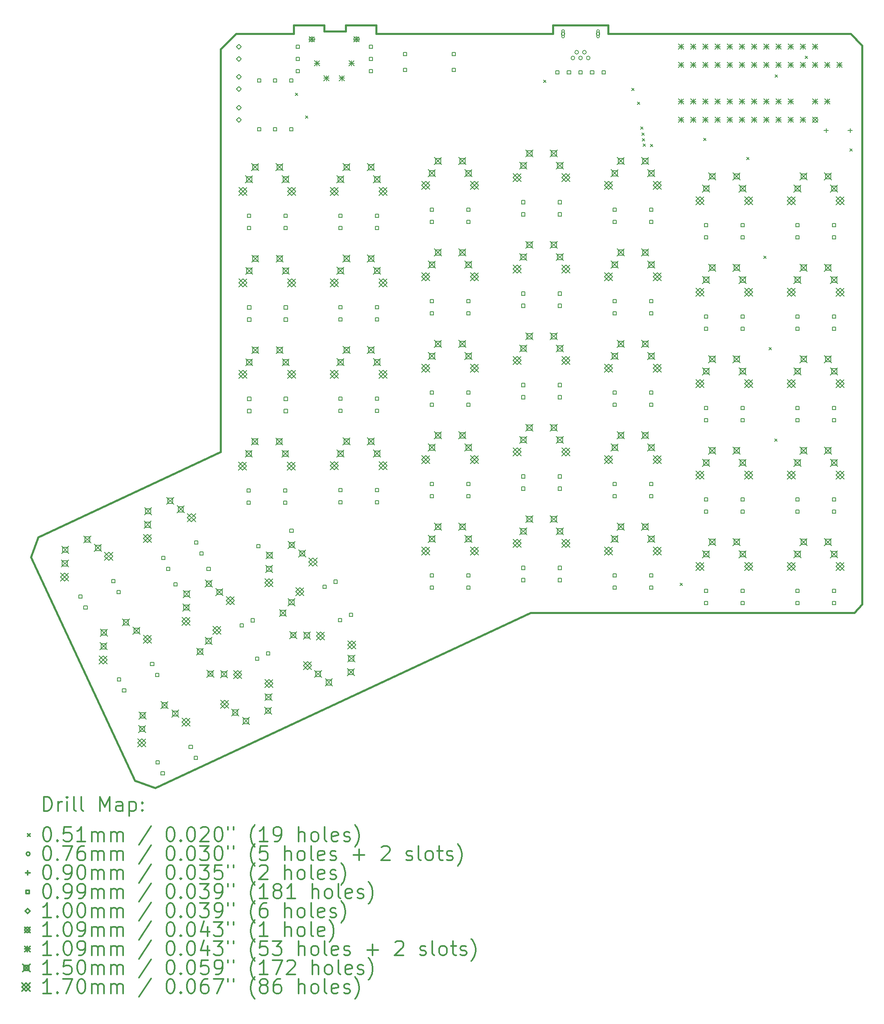
<source format=gbr>
%FSLAX45Y45*%
G04 Gerber Fmt 4.5, Leading zero omitted, Abs format (unit mm)*
G04 Created by KiCad (PCBNEW (5.0.1)-rc2) date 2018-10-24 13:35:15*
%MOMM*%
%LPD*%
G01*
G04 APERTURE LIST*
%ADD10C,0.381000*%
%ADD11C,0.200000*%
%ADD12C,0.300000*%
G04 APERTURE END LIST*
D10*
X12722000Y-15291000D02*
X4902200Y-18935700D01*
X19634200Y-15113000D02*
X19469100Y-15290800D01*
X19634200Y-3467100D02*
X19392900Y-3225800D01*
X12722000Y-15290800D02*
X19469100Y-15290800D01*
X19634200Y-15113000D02*
X19634200Y-3467100D01*
X19392900Y-3225800D02*
X14340840Y-3225800D01*
X14340840Y-3225800D02*
X14340840Y-3048000D01*
X14340840Y-3048000D02*
X13190220Y-3048000D01*
X13190220Y-3048000D02*
X13190220Y-3225800D01*
X13190220Y-3225800D02*
X9504680Y-3225800D01*
X9504680Y-3225800D02*
X9504680Y-3048000D01*
X9504680Y-3048000D02*
X8870950Y-3048000D01*
X8870950Y-3048000D02*
X8870950Y-3175000D01*
X8870950Y-3175000D02*
X8421370Y-3175000D01*
X8421370Y-3175000D02*
X8421370Y-3048000D01*
X8421370Y-3048000D02*
X7787640Y-3048000D01*
X7787640Y-3048000D02*
X7787640Y-3225800D01*
X7787640Y-3225800D02*
X6581140Y-3225800D01*
X6581140Y-3225800D02*
X6261100Y-3543300D01*
X6261100Y-3543300D02*
X6261100Y-11938000D01*
X6261100Y-11938000D02*
X2461768Y-13709650D01*
X2461768Y-13709650D02*
X2308098Y-14131544D01*
X2308098Y-14131544D02*
X4476496Y-18781776D01*
X4476496Y-18781776D02*
X4898390Y-18935192D01*
D11*
X7821100Y-4461100D02*
X7871900Y-4511900D01*
X7871900Y-4461100D02*
X7821100Y-4511900D01*
X8032680Y-4932680D02*
X8083480Y-4983480D01*
X8083480Y-4932680D02*
X8032680Y-4983480D01*
X12992100Y-4191000D02*
X13042900Y-4241800D01*
X13042900Y-4191000D02*
X12992100Y-4241800D01*
X14833600Y-4356100D02*
X14884400Y-4406900D01*
X14884400Y-4356100D02*
X14833600Y-4406900D01*
X14947900Y-4648200D02*
X14998700Y-4699000D01*
X14998700Y-4648200D02*
X14947900Y-4699000D01*
X15013940Y-5161280D02*
X15064740Y-5212080D01*
X15064740Y-5161280D02*
X15013940Y-5212080D01*
X15039340Y-5288280D02*
X15090140Y-5339080D01*
X15090140Y-5288280D02*
X15039340Y-5339080D01*
X15049500Y-5403850D02*
X15100300Y-5454650D01*
X15100300Y-5403850D02*
X15049500Y-5454650D01*
X15064740Y-5516880D02*
X15115540Y-5567680D01*
X15115540Y-5516880D02*
X15064740Y-5567680D01*
X15222220Y-5524500D02*
X15273020Y-5575300D01*
X15273020Y-5524500D02*
X15222220Y-5575300D01*
X15841980Y-14668500D02*
X15892780Y-14719300D01*
X15892780Y-14668500D02*
X15841980Y-14719300D01*
X16329660Y-5402580D02*
X16380460Y-5453380D01*
X16380460Y-5402580D02*
X16329660Y-5453380D01*
X17223740Y-5796280D02*
X17274540Y-5847080D01*
X17274540Y-5796280D02*
X17223740Y-5847080D01*
X17579340Y-7851140D02*
X17630140Y-7901940D01*
X17630140Y-7851140D02*
X17579340Y-7901940D01*
X17691100Y-9756140D02*
X17741900Y-9806940D01*
X17741900Y-9756140D02*
X17691100Y-9806940D01*
X17813020Y-11661140D02*
X17863820Y-11711940D01*
X17863820Y-11661140D02*
X17813020Y-11711940D01*
X17818100Y-4076700D02*
X17868900Y-4127500D01*
X17868900Y-4076700D02*
X17818100Y-4127500D01*
X18448020Y-3690620D02*
X18498820Y-3741420D01*
X18498820Y-3690620D02*
X18448020Y-3741420D01*
X19380200Y-5618480D02*
X19431000Y-5669280D01*
X19431000Y-5618480D02*
X19380200Y-5669280D01*
X13437616Y-3223006D02*
G75*
G03X13437616Y-3223006I-38100J0D01*
G01*
X13371416Y-3165856D02*
X13371416Y-3280156D01*
X13427616Y-3165856D02*
X13427616Y-3280156D01*
X13371416Y-3280156D02*
G75*
G03X13427616Y-3280156I28100J0D01*
G01*
X13427616Y-3165856D02*
G75*
G03X13371416Y-3165856I-28100J0D01*
G01*
X13642340Y-3727958D02*
G75*
G03X13642340Y-3727958I-38100J0D01*
G01*
X13722350Y-3608070D02*
G75*
G03X13722350Y-3608070I-38100J0D01*
G01*
X13802360Y-3727958D02*
G75*
G03X13802360Y-3727958I-38100J0D01*
G01*
X13882370Y-3608070D02*
G75*
G03X13882370Y-3608070I-38100J0D01*
G01*
X13962380Y-3727958D02*
G75*
G03X13962380Y-3727958I-38100J0D01*
G01*
X14167104Y-3223006D02*
G75*
G03X14167104Y-3223006I-38100J0D01*
G01*
X14100904Y-3165856D02*
X14100904Y-3280156D01*
X14157104Y-3165856D02*
X14157104Y-3280156D01*
X14100904Y-3280156D02*
G75*
G03X14157104Y-3280156I28100J0D01*
G01*
X14157104Y-3165856D02*
G75*
G03X14100904Y-3165856I-28100J0D01*
G01*
X18882740Y-5192480D02*
X18882740Y-5282480D01*
X18837740Y-5237480D02*
X18927740Y-5237480D01*
X19382740Y-5192480D02*
X19382740Y-5282480D01*
X19337740Y-5237480D02*
X19427740Y-5237480D01*
X14513023Y-14545789D02*
X14513023Y-14475743D01*
X14442977Y-14475743D01*
X14442977Y-14545789D01*
X14513023Y-14545789D01*
X14513023Y-14799789D02*
X14513023Y-14729743D01*
X14442977Y-14729743D01*
X14442977Y-14799789D01*
X14513023Y-14799789D01*
X15275023Y-14545789D02*
X15275023Y-14475743D01*
X15204977Y-14475743D01*
X15204977Y-14545789D01*
X15275023Y-14545789D01*
X15275023Y-14799789D02*
X15275023Y-14729743D01*
X15204977Y-14729743D01*
X15204977Y-14799789D01*
X15275023Y-14799789D01*
X6738258Y-15586758D02*
X6738258Y-15516711D01*
X6668211Y-15516711D01*
X6668211Y-15586758D01*
X6738258Y-15586758D01*
X6968460Y-15479413D02*
X6968460Y-15409366D01*
X6898414Y-15409366D01*
X6898414Y-15479413D01*
X6968460Y-15479413D01*
X7060293Y-16277364D02*
X7060293Y-16207318D01*
X6990247Y-16207318D01*
X6990247Y-16277364D01*
X7060293Y-16277364D01*
X7290495Y-16170019D02*
X7290495Y-16099973D01*
X7220449Y-16099973D01*
X7220449Y-16170019D01*
X7290495Y-16170019D01*
X4984410Y-18436445D02*
X4984410Y-18366399D01*
X4914364Y-18366399D01*
X4914364Y-18436445D01*
X4984410Y-18436445D01*
X5091755Y-18666647D02*
X5091755Y-18596601D01*
X5021709Y-18596601D01*
X5021709Y-18666647D01*
X5091755Y-18666647D01*
X5675017Y-18114410D02*
X5675017Y-18044364D01*
X5604970Y-18044364D01*
X5604970Y-18114410D01*
X5675017Y-18114410D01*
X5782362Y-18344612D02*
X5782362Y-18274566D01*
X5712315Y-18274566D01*
X5712315Y-18344612D01*
X5782362Y-18344612D01*
X7101523Y-4233523D02*
X7101523Y-4163477D01*
X7031477Y-4163477D01*
X7031477Y-4233523D01*
X7101523Y-4233523D01*
X7101523Y-5249523D02*
X7101523Y-5179477D01*
X7031477Y-5179477D01*
X7031477Y-5249523D01*
X7101523Y-5249523D01*
X8464696Y-14781578D02*
X8464696Y-14711531D01*
X8394650Y-14711531D01*
X8394650Y-14781578D01*
X8464696Y-14781578D01*
X8694898Y-14674233D02*
X8694898Y-14604186D01*
X8624852Y-14604186D01*
X8624852Y-14674233D01*
X8694898Y-14674233D01*
X8786731Y-15472184D02*
X8786731Y-15402138D01*
X8716685Y-15402138D01*
X8716685Y-15472184D01*
X8786731Y-15472184D01*
X9016933Y-15364839D02*
X9016933Y-15294793D01*
X8946887Y-15294793D01*
X8946887Y-15364839D01*
X9016933Y-15364839D01*
X16418023Y-9148289D02*
X16418023Y-9078243D01*
X16347977Y-9078243D01*
X16347977Y-9148289D01*
X16418023Y-9148289D01*
X16418023Y-9402289D02*
X16418023Y-9332243D01*
X16347977Y-9332243D01*
X16347977Y-9402289D01*
X16418023Y-9402289D01*
X17180023Y-9148289D02*
X17180023Y-9078243D01*
X17109977Y-9078243D01*
X17109977Y-9148289D01*
X17180023Y-9148289D01*
X17180023Y-9402289D02*
X17180023Y-9332243D01*
X17109977Y-9332243D01*
X17109977Y-9402289D01*
X17180023Y-9402289D01*
X10703023Y-6925789D02*
X10703023Y-6855743D01*
X10632977Y-6855743D01*
X10632977Y-6925789D01*
X10703023Y-6925789D01*
X10703023Y-7179789D02*
X10703023Y-7109743D01*
X10632977Y-7109743D01*
X10632977Y-7179789D01*
X10703023Y-7179789D01*
X11465023Y-6925789D02*
X11465023Y-6855743D01*
X11394977Y-6855743D01*
X11394977Y-6925789D01*
X11465023Y-6925789D01*
X11465023Y-7179789D02*
X11465023Y-7109743D01*
X11394977Y-7109743D01*
X11394977Y-7179789D01*
X11465023Y-7179789D01*
X6884673Y-12771088D02*
X6884673Y-12701041D01*
X6814626Y-12701041D01*
X6814626Y-12771088D01*
X6884673Y-12771088D01*
X6884673Y-13025088D02*
X6884673Y-12955041D01*
X6814626Y-12955041D01*
X6814626Y-13025088D01*
X6884673Y-13025088D01*
X7646673Y-12771088D02*
X7646673Y-12701041D01*
X7576626Y-12701041D01*
X7576626Y-12771088D01*
X7646673Y-12771088D01*
X7646673Y-13025088D02*
X7646673Y-12955041D01*
X7576626Y-12955041D01*
X7576626Y-13025088D01*
X7646673Y-13025088D01*
X10703023Y-14545789D02*
X10703023Y-14475743D01*
X10632977Y-14475743D01*
X10632977Y-14545789D01*
X10703023Y-14545789D01*
X10703023Y-14799789D02*
X10703023Y-14729743D01*
X10632977Y-14729743D01*
X10632977Y-14799789D01*
X10703023Y-14799789D01*
X11465023Y-14545789D02*
X11465023Y-14475743D01*
X11394977Y-14475743D01*
X11394977Y-14545789D01*
X11465023Y-14545789D01*
X11465023Y-14799789D02*
X11465023Y-14729743D01*
X11394977Y-14729743D01*
X11394977Y-14799789D01*
X11465023Y-14799789D01*
X10703023Y-10735789D02*
X10703023Y-10665743D01*
X10632977Y-10665743D01*
X10632977Y-10735789D01*
X10703023Y-10735789D01*
X10703023Y-10989789D02*
X10703023Y-10919743D01*
X10632977Y-10919743D01*
X10632977Y-10989789D01*
X10703023Y-10989789D01*
X11465023Y-10735789D02*
X11465023Y-10665743D01*
X11394977Y-10665743D01*
X11394977Y-10735789D01*
X11465023Y-10735789D01*
X11465023Y-10989789D02*
X11465023Y-10919743D01*
X11394977Y-10919743D01*
X11394977Y-10989789D01*
X11465023Y-10989789D01*
X10703023Y-8830789D02*
X10703023Y-8760743D01*
X10632977Y-8760743D01*
X10632977Y-8830789D01*
X10703023Y-8830789D01*
X10703023Y-9084789D02*
X10703023Y-9014743D01*
X10632977Y-9014743D01*
X10632977Y-9084789D01*
X10703023Y-9084789D01*
X11465023Y-8830789D02*
X11465023Y-8760743D01*
X11394977Y-8760743D01*
X11394977Y-8830789D01*
X11465023Y-8830789D01*
X11465023Y-9084789D02*
X11465023Y-9014743D01*
X11394977Y-9014743D01*
X11394977Y-9084789D01*
X11465023Y-9084789D01*
X7909023Y-3527523D02*
X7909023Y-3457477D01*
X7838977Y-3457477D01*
X7838977Y-3527523D01*
X7909023Y-3527523D01*
X7909023Y-3781523D02*
X7909023Y-3711477D01*
X7838977Y-3711477D01*
X7838977Y-3781523D01*
X7909023Y-3781523D01*
X7909023Y-4035523D02*
X7909023Y-3965477D01*
X7838977Y-3965477D01*
X7838977Y-4035523D01*
X7909023Y-4035523D01*
X4179230Y-16709753D02*
X4179230Y-16639707D01*
X4109183Y-16639707D01*
X4109183Y-16709753D01*
X4179230Y-16709753D01*
X4286575Y-16939955D02*
X4286575Y-16869909D01*
X4216529Y-16869909D01*
X4216529Y-16939955D01*
X4286575Y-16939955D01*
X4869837Y-16387718D02*
X4869837Y-16317671D01*
X4799790Y-16317671D01*
X4799790Y-16387718D01*
X4869837Y-16387718D01*
X4977182Y-16617920D02*
X4977182Y-16547874D01*
X4907135Y-16547874D01*
X4907135Y-16617920D01*
X4977182Y-16617920D01*
X5100742Y-14178389D02*
X5100742Y-14108343D01*
X5030696Y-14108343D01*
X5030696Y-14178389D01*
X5100742Y-14178389D01*
X5208087Y-14408591D02*
X5208087Y-14338545D01*
X5138041Y-14338545D01*
X5138041Y-14408591D01*
X5208087Y-14408591D01*
X5791349Y-13856354D02*
X5791349Y-13786307D01*
X5721302Y-13786307D01*
X5721302Y-13856354D01*
X5791349Y-13856354D01*
X5898694Y-14086556D02*
X5898694Y-14016510D01*
X5828647Y-14016510D01*
X5828647Y-14086556D01*
X5898694Y-14086556D01*
X12608023Y-8671023D02*
X12608023Y-8600977D01*
X12537977Y-8600977D01*
X12537977Y-8671023D01*
X12608023Y-8671023D01*
X12608023Y-8925023D02*
X12608023Y-8854977D01*
X12537977Y-8854977D01*
X12537977Y-8925023D01*
X12608023Y-8925023D01*
X13370023Y-8671023D02*
X13370023Y-8600977D01*
X13299977Y-8600977D01*
X13299977Y-8671023D01*
X13370023Y-8671023D01*
X13370023Y-8925023D02*
X13370023Y-8854977D01*
X13299977Y-8854977D01*
X13299977Y-8925023D01*
X13370023Y-8925023D01*
X8798023Y-7053043D02*
X8798023Y-6982997D01*
X8727977Y-6982997D01*
X8727977Y-7053043D01*
X8798023Y-7053043D01*
X8798023Y-7307043D02*
X8798023Y-7236997D01*
X8727977Y-7236997D01*
X8727977Y-7307043D01*
X8798023Y-7307043D01*
X9560023Y-7053043D02*
X9560023Y-6982997D01*
X9489977Y-6982997D01*
X9489977Y-7053043D01*
X9560023Y-7053043D01*
X9560023Y-7307043D02*
X9560023Y-7236997D01*
X9489977Y-7236997D01*
X9489977Y-7307043D01*
X9560023Y-7307043D01*
X6893277Y-8959313D02*
X6893277Y-8889267D01*
X6823231Y-8889267D01*
X6823231Y-8959313D01*
X6893277Y-8959313D01*
X6893277Y-9213313D02*
X6893277Y-9143267D01*
X6823231Y-9143267D01*
X6823231Y-9213313D01*
X6893277Y-9213313D01*
X7655277Y-8959313D02*
X7655277Y-8889267D01*
X7585231Y-8889267D01*
X7585231Y-8959313D01*
X7655277Y-8959313D01*
X7655277Y-9213313D02*
X7655277Y-9143267D01*
X7585231Y-9143267D01*
X7585231Y-9213313D01*
X7655277Y-9213313D01*
X16418023Y-11053289D02*
X16418023Y-10983243D01*
X16347977Y-10983243D01*
X16347977Y-11053289D01*
X16418023Y-11053289D01*
X16418023Y-11307289D02*
X16418023Y-11237243D01*
X16347977Y-11237243D01*
X16347977Y-11307289D01*
X16418023Y-11307289D01*
X17180023Y-11053289D02*
X17180023Y-10983243D01*
X17109977Y-10983243D01*
X17109977Y-11053289D01*
X17180023Y-11053289D01*
X17180023Y-11307289D02*
X17180023Y-11237243D01*
X17109977Y-11237243D01*
X17109977Y-11307289D01*
X17180023Y-11307289D01*
X12608023Y-14386023D02*
X12608023Y-14315977D01*
X12537977Y-14315977D01*
X12537977Y-14386023D01*
X12608023Y-14386023D01*
X12608023Y-14640023D02*
X12608023Y-14569977D01*
X12537977Y-14569977D01*
X12537977Y-14640023D01*
X12608023Y-14640023D01*
X13370023Y-14386023D02*
X13370023Y-14315977D01*
X13299977Y-14315977D01*
X13299977Y-14386023D01*
X13370023Y-14386023D01*
X13370023Y-14640023D02*
X13370023Y-14569977D01*
X13299977Y-14569977D01*
X13299977Y-14640023D01*
X13370023Y-14640023D01*
X8798023Y-8957789D02*
X8798023Y-8887743D01*
X8727977Y-8887743D01*
X8727977Y-8957789D01*
X8798023Y-8957789D01*
X8798023Y-9211789D02*
X8798023Y-9141743D01*
X8727977Y-9141743D01*
X8727977Y-9211789D01*
X8798023Y-9211789D01*
X9560023Y-8957789D02*
X9560023Y-8887743D01*
X9489977Y-8887743D01*
X9489977Y-8957789D01*
X9560023Y-8957789D01*
X9560023Y-9211789D02*
X9560023Y-9141743D01*
X9489977Y-9141743D01*
X9489977Y-9211789D01*
X9560023Y-9211789D01*
X10143523Y-3681523D02*
X10143523Y-3611477D01*
X10073477Y-3611477D01*
X10073477Y-3681523D01*
X10143523Y-3681523D01*
X11159523Y-3681523D02*
X11159523Y-3611477D01*
X11089477Y-3611477D01*
X11089477Y-3681523D01*
X11159523Y-3681523D01*
X9433023Y-3527523D02*
X9433023Y-3457477D01*
X9362977Y-3457477D01*
X9362977Y-3527523D01*
X9433023Y-3527523D01*
X9433023Y-3781523D02*
X9433023Y-3711477D01*
X9362977Y-3711477D01*
X9362977Y-3781523D01*
X9433023Y-3781523D01*
X9433023Y-4035523D02*
X9433023Y-3965477D01*
X9362977Y-3965477D01*
X9362977Y-4035523D01*
X9433023Y-4035523D01*
X6893023Y-7053043D02*
X6893023Y-6982997D01*
X6822977Y-6982997D01*
X6822977Y-7053043D01*
X6893023Y-7053043D01*
X6893023Y-7307043D02*
X6893023Y-7236997D01*
X6822977Y-7236997D01*
X6822977Y-7307043D01*
X6893023Y-7307043D01*
X7655023Y-7053043D02*
X7655023Y-6982997D01*
X7584977Y-6982997D01*
X7584977Y-7053043D01*
X7655023Y-7053043D01*
X7655023Y-7307043D02*
X7655023Y-7236997D01*
X7584977Y-7236997D01*
X7584977Y-7307043D01*
X7655023Y-7307043D01*
X18323023Y-9148289D02*
X18323023Y-9078243D01*
X18252977Y-9078243D01*
X18252977Y-9148289D01*
X18323023Y-9148289D01*
X18323023Y-9402289D02*
X18323023Y-9332243D01*
X18252977Y-9332243D01*
X18252977Y-9402289D01*
X18323023Y-9402289D01*
X19085023Y-9148289D02*
X19085023Y-9078243D01*
X19014977Y-9078243D01*
X19014977Y-9148289D01*
X19085023Y-9148289D01*
X19085023Y-9402289D02*
X19085023Y-9332243D01*
X19014977Y-9332243D01*
X19014977Y-9402289D01*
X19085023Y-9402289D01*
X8798023Y-12767789D02*
X8798023Y-12697743D01*
X8727977Y-12697743D01*
X8727977Y-12767789D01*
X8798023Y-12767789D01*
X8798023Y-13021789D02*
X8798023Y-12951743D01*
X8727977Y-12951743D01*
X8727977Y-13021789D01*
X8798023Y-13021789D01*
X9560023Y-12767789D02*
X9560023Y-12697743D01*
X9489977Y-12697743D01*
X9489977Y-12767789D01*
X9560023Y-12767789D01*
X9560023Y-13021789D02*
X9560023Y-12951743D01*
X9489977Y-12951743D01*
X9489977Y-13021789D01*
X9560023Y-13021789D01*
X14513023Y-10735789D02*
X14513023Y-10665743D01*
X14442977Y-10665743D01*
X14442977Y-10735789D01*
X14513023Y-10735789D01*
X14513023Y-10989789D02*
X14513023Y-10919743D01*
X14442977Y-10919743D01*
X14442977Y-10989789D01*
X14513023Y-10989789D01*
X15275023Y-10735789D02*
X15275023Y-10665743D01*
X15204977Y-10665743D01*
X15204977Y-10735789D01*
X15275023Y-10735789D01*
X15275023Y-10989789D02*
X15275023Y-10919743D01*
X15204977Y-10919743D01*
X15204977Y-10989789D01*
X15275023Y-10989789D01*
X8798023Y-10862789D02*
X8798023Y-10792743D01*
X8727977Y-10792743D01*
X8727977Y-10862789D01*
X8798023Y-10862789D01*
X8798023Y-11116789D02*
X8798023Y-11046743D01*
X8727977Y-11046743D01*
X8727977Y-11116789D01*
X8798023Y-11116789D01*
X9560023Y-10862789D02*
X9560023Y-10792743D01*
X9489977Y-10792743D01*
X9489977Y-10862789D01*
X9560023Y-10862789D01*
X9560023Y-11116789D02*
X9560023Y-11046743D01*
X9489977Y-11046743D01*
X9489977Y-11116789D01*
X9560023Y-11116789D01*
X3374304Y-14983315D02*
X3374304Y-14913269D01*
X3304257Y-14913269D01*
X3304257Y-14983315D01*
X3374304Y-14983315D01*
X3481649Y-15213517D02*
X3481649Y-15143471D01*
X3411602Y-15143471D01*
X3411602Y-15213517D01*
X3481649Y-15213517D01*
X4064911Y-14661280D02*
X4064911Y-14591233D01*
X3994864Y-14591233D01*
X3994864Y-14661280D01*
X4064911Y-14661280D01*
X4172256Y-14891482D02*
X4172256Y-14821436D01*
X4102209Y-14821436D01*
X4102209Y-14891482D01*
X4172256Y-14891482D01*
X7083660Y-13934901D02*
X7083660Y-13864854D01*
X7013613Y-13864854D01*
X7013613Y-13934901D01*
X7083660Y-13934901D01*
X7774267Y-13612866D02*
X7774267Y-13542819D01*
X7704220Y-13542819D01*
X7704220Y-13612866D01*
X7774267Y-13612866D01*
X14513023Y-8830789D02*
X14513023Y-8760743D01*
X14442977Y-8760743D01*
X14442977Y-8830789D01*
X14513023Y-8830789D01*
X14513023Y-9084789D02*
X14513023Y-9014743D01*
X14442977Y-9014743D01*
X14442977Y-9084789D01*
X14513023Y-9084789D01*
X15275023Y-8830789D02*
X15275023Y-8760743D01*
X15204977Y-8760743D01*
X15204977Y-8830789D01*
X15275023Y-8830789D01*
X15275023Y-9084789D02*
X15275023Y-9014743D01*
X15204977Y-9014743D01*
X15204977Y-9084789D01*
X15275023Y-9084789D01*
X18323023Y-7243543D02*
X18323023Y-7173497D01*
X18252977Y-7173497D01*
X18252977Y-7243543D01*
X18323023Y-7243543D01*
X18323023Y-7497543D02*
X18323023Y-7427497D01*
X18252977Y-7427497D01*
X18252977Y-7497543D01*
X18323023Y-7497543D01*
X19085023Y-7243543D02*
X19085023Y-7173497D01*
X19014977Y-7173497D01*
X19014977Y-7243543D01*
X19085023Y-7243543D01*
X19085023Y-7497543D02*
X19085023Y-7427497D01*
X19014977Y-7427497D01*
X19014977Y-7497543D01*
X19085023Y-7497543D01*
X6893277Y-10864313D02*
X6893277Y-10794267D01*
X6823231Y-10794267D01*
X6823231Y-10864313D01*
X6893277Y-10864313D01*
X6893277Y-11118313D02*
X6893277Y-11048267D01*
X6823231Y-11048267D01*
X6823231Y-11118313D01*
X6893277Y-11118313D01*
X7655277Y-10864313D02*
X7655277Y-10794267D01*
X7585231Y-10794267D01*
X7585231Y-10864313D01*
X7655277Y-10864313D01*
X7655277Y-11118313D02*
X7655277Y-11048267D01*
X7585231Y-11048267D01*
X7585231Y-11118313D01*
X7655277Y-11118313D01*
X12608023Y-10576023D02*
X12608023Y-10505977D01*
X12537977Y-10505977D01*
X12537977Y-10576023D01*
X12608023Y-10576023D01*
X12608023Y-10830023D02*
X12608023Y-10759977D01*
X12537977Y-10759977D01*
X12537977Y-10830023D01*
X12608023Y-10830023D01*
X13370023Y-10576023D02*
X13370023Y-10505977D01*
X13299977Y-10505977D01*
X13299977Y-10576023D01*
X13370023Y-10576023D01*
X13370023Y-10830023D02*
X13370023Y-10759977D01*
X13299977Y-10759977D01*
X13299977Y-10830023D01*
X13370023Y-10830023D01*
X12608023Y-12481023D02*
X12608023Y-12410977D01*
X12537977Y-12410977D01*
X12537977Y-12481023D01*
X12608023Y-12481023D01*
X12608023Y-12735023D02*
X12608023Y-12664977D01*
X12537977Y-12664977D01*
X12537977Y-12735023D01*
X12608023Y-12735023D01*
X13370023Y-12481023D02*
X13370023Y-12410977D01*
X13299977Y-12410977D01*
X13299977Y-12481023D01*
X13370023Y-12481023D01*
X13370023Y-12735023D02*
X13370023Y-12664977D01*
X13299977Y-12664977D01*
X13299977Y-12735023D01*
X13370023Y-12735023D01*
X10144223Y-4010123D02*
X10144223Y-3940077D01*
X10074177Y-3940077D01*
X10074177Y-4010123D01*
X10144223Y-4010123D01*
X11160223Y-4010123D02*
X11160223Y-3940077D01*
X11090177Y-3940077D01*
X11090177Y-4010123D01*
X11160223Y-4010123D01*
X7771523Y-4233523D02*
X7771523Y-4163477D01*
X7701477Y-4163477D01*
X7701477Y-4233523D01*
X7771523Y-4233523D01*
X7771523Y-5249523D02*
X7771523Y-5179477D01*
X7701477Y-5179477D01*
X7701477Y-5249523D01*
X7771523Y-5249523D01*
X5356460Y-14732461D02*
X5356460Y-14662414D01*
X5286413Y-14662414D01*
X5286413Y-14732461D01*
X5356460Y-14732461D01*
X6047067Y-14410426D02*
X6047067Y-14340379D01*
X5977020Y-14340379D01*
X5977020Y-14410426D01*
X6047067Y-14410426D01*
X18323023Y-14863289D02*
X18323023Y-14793243D01*
X18252977Y-14793243D01*
X18252977Y-14863289D01*
X18323023Y-14863289D01*
X18323023Y-15117289D02*
X18323023Y-15047243D01*
X18252977Y-15047243D01*
X18252977Y-15117289D01*
X18323023Y-15117289D01*
X19085023Y-14863289D02*
X19085023Y-14793243D01*
X19014977Y-14793243D01*
X19014977Y-14863289D01*
X19085023Y-14863289D01*
X19085023Y-15117289D02*
X19085023Y-15047243D01*
X19014977Y-15047243D01*
X19014977Y-15117289D01*
X19085023Y-15117289D01*
X16418023Y-12958289D02*
X16418023Y-12888243D01*
X16347977Y-12888243D01*
X16347977Y-12958289D01*
X16418023Y-12958289D01*
X16418023Y-13212289D02*
X16418023Y-13142243D01*
X16347977Y-13142243D01*
X16347977Y-13212289D01*
X16418023Y-13212289D01*
X17180023Y-12958289D02*
X17180023Y-12888243D01*
X17109977Y-12888243D01*
X17109977Y-12958289D01*
X17180023Y-12958289D01*
X17180023Y-13212289D02*
X17180023Y-13142243D01*
X17109977Y-13142243D01*
X17109977Y-13212289D01*
X17180023Y-13212289D01*
X13316683Y-4060923D02*
X13316683Y-3990877D01*
X13246637Y-3990877D01*
X13246637Y-4060923D01*
X13316683Y-4060923D01*
X13557983Y-4060923D02*
X13557983Y-3990877D01*
X13487937Y-3990877D01*
X13487937Y-4060923D01*
X13557983Y-4060923D01*
X13799283Y-4060923D02*
X13799283Y-3990877D01*
X13729237Y-3990877D01*
X13729237Y-4060923D01*
X13799283Y-4060923D01*
X14040583Y-4060923D02*
X14040583Y-3990877D01*
X13970537Y-3990877D01*
X13970537Y-4060923D01*
X14040583Y-4060923D01*
X14281883Y-4060923D02*
X14281883Y-3990877D01*
X14211837Y-3990877D01*
X14211837Y-4060923D01*
X14281883Y-4060923D01*
X16418023Y-7243543D02*
X16418023Y-7173497D01*
X16347977Y-7173497D01*
X16347977Y-7243543D01*
X16418023Y-7243543D01*
X16418023Y-7497543D02*
X16418023Y-7427497D01*
X16347977Y-7427497D01*
X16347977Y-7497543D01*
X16418023Y-7497543D01*
X17180023Y-7243543D02*
X17180023Y-7173497D01*
X17109977Y-7173497D01*
X17109977Y-7243543D01*
X17180023Y-7243543D01*
X17180023Y-7497543D02*
X17180023Y-7427497D01*
X17109977Y-7427497D01*
X17109977Y-7497543D01*
X17180023Y-7497543D01*
X18323023Y-12958289D02*
X18323023Y-12888243D01*
X18252977Y-12888243D01*
X18252977Y-12958289D01*
X18323023Y-12958289D01*
X18323023Y-13212289D02*
X18323023Y-13142243D01*
X18252977Y-13142243D01*
X18252977Y-13212289D01*
X18323023Y-13212289D01*
X19085023Y-12958289D02*
X19085023Y-12888243D01*
X19014977Y-12888243D01*
X19014977Y-12958289D01*
X19085023Y-12958289D01*
X19085023Y-13212289D02*
X19085023Y-13142243D01*
X19014977Y-13142243D01*
X19014977Y-13212289D01*
X19085023Y-13212289D01*
X10703023Y-12640789D02*
X10703023Y-12570743D01*
X10632977Y-12570743D01*
X10632977Y-12640789D01*
X10703023Y-12640789D01*
X10703023Y-12894789D02*
X10703023Y-12824743D01*
X10632977Y-12824743D01*
X10632977Y-12894789D01*
X10703023Y-12894789D01*
X11465023Y-12640789D02*
X11465023Y-12570743D01*
X11394977Y-12570743D01*
X11394977Y-12640789D01*
X11465023Y-12640789D01*
X11465023Y-12894789D02*
X11465023Y-12824743D01*
X11394977Y-12824743D01*
X11394977Y-12894789D01*
X11465023Y-12894789D01*
X14513023Y-12640789D02*
X14513023Y-12570743D01*
X14442977Y-12570743D01*
X14442977Y-12640789D01*
X14513023Y-12640789D01*
X14513023Y-12894789D02*
X14513023Y-12824743D01*
X14442977Y-12824743D01*
X14442977Y-12894789D01*
X14513023Y-12894789D01*
X15275023Y-12640789D02*
X15275023Y-12570743D01*
X15204977Y-12570743D01*
X15204977Y-12640789D01*
X15275023Y-12640789D01*
X15275023Y-12894789D02*
X15275023Y-12824743D01*
X15204977Y-12824743D01*
X15204977Y-12894789D01*
X15275023Y-12894789D01*
X16418023Y-14863289D02*
X16418023Y-14793243D01*
X16347977Y-14793243D01*
X16347977Y-14863289D01*
X16418023Y-14863289D01*
X16418023Y-15117289D02*
X16418023Y-15047243D01*
X16347977Y-15047243D01*
X16347977Y-15117289D01*
X16418023Y-15117289D01*
X17180023Y-14863289D02*
X17180023Y-14793243D01*
X17109977Y-14793243D01*
X17109977Y-14863289D01*
X17180023Y-14863289D01*
X17180023Y-15117289D02*
X17180023Y-15047243D01*
X17109977Y-15047243D01*
X17109977Y-15117289D01*
X17180023Y-15117289D01*
X7431523Y-4233523D02*
X7431523Y-4163477D01*
X7361477Y-4163477D01*
X7361477Y-4233523D01*
X7431523Y-4233523D01*
X7431523Y-5249523D02*
X7431523Y-5179477D01*
X7361477Y-5179477D01*
X7361477Y-5249523D01*
X7431523Y-5249523D01*
X12608023Y-6766023D02*
X12608023Y-6695977D01*
X12537977Y-6695977D01*
X12537977Y-6766023D01*
X12608023Y-6766023D01*
X12608023Y-7020023D02*
X12608023Y-6949977D01*
X12537977Y-6949977D01*
X12537977Y-7020023D01*
X12608023Y-7020023D01*
X13370023Y-6766023D02*
X13370023Y-6695977D01*
X13299977Y-6695977D01*
X13299977Y-6766023D01*
X13370023Y-6766023D01*
X13370023Y-7020023D02*
X13370023Y-6949977D01*
X13299977Y-6949977D01*
X13299977Y-7020023D01*
X13370023Y-7020023D01*
X14513023Y-6925789D02*
X14513023Y-6855743D01*
X14442977Y-6855743D01*
X14442977Y-6925789D01*
X14513023Y-6925789D01*
X14513023Y-7179789D02*
X14513023Y-7109743D01*
X14442977Y-7109743D01*
X14442977Y-7179789D01*
X14513023Y-7179789D01*
X15275023Y-6925789D02*
X15275023Y-6855743D01*
X15204977Y-6855743D01*
X15204977Y-6925789D01*
X15275023Y-6925789D01*
X15275023Y-7179789D02*
X15275023Y-7109743D01*
X15204977Y-7109743D01*
X15204977Y-7179789D01*
X15275023Y-7179789D01*
X18323023Y-11053289D02*
X18323023Y-10983243D01*
X18252977Y-10983243D01*
X18252977Y-11053289D01*
X18323023Y-11053289D01*
X18323023Y-11307289D02*
X18323023Y-11237243D01*
X18252977Y-11237243D01*
X18252977Y-11307289D01*
X18323023Y-11307289D01*
X19085023Y-11053289D02*
X19085023Y-10983243D01*
X19014977Y-10983243D01*
X19014977Y-11053289D01*
X19085023Y-11053289D01*
X19085023Y-11307289D02*
X19085023Y-11237243D01*
X19014977Y-11237243D01*
X19014977Y-11307289D01*
X19085023Y-11307289D01*
X6646500Y-3542538D02*
X6696538Y-3492500D01*
X6646500Y-3442462D01*
X6596462Y-3492500D01*
X6646500Y-3542538D01*
X6646500Y-3796538D02*
X6696538Y-3746500D01*
X6646500Y-3696462D01*
X6596462Y-3746500D01*
X6646500Y-3796538D01*
X6646500Y-4812538D02*
X6696538Y-4762500D01*
X6646500Y-4712462D01*
X6596462Y-4762500D01*
X6646500Y-4812538D01*
X6646500Y-5066538D02*
X6696538Y-5016500D01*
X6646500Y-4966462D01*
X6596462Y-5016500D01*
X6646500Y-5066538D01*
X6646500Y-4172538D02*
X6696538Y-4122500D01*
X6646500Y-4072462D01*
X6596462Y-4122500D01*
X6646500Y-4172538D01*
X6646500Y-4426538D02*
X6696538Y-4376500D01*
X6646500Y-4326462D01*
X6596462Y-4376500D01*
X6646500Y-4426538D01*
X18601817Y-4962017D02*
X18710783Y-5070983D01*
X18710783Y-4962017D02*
X18601817Y-5070983D01*
X18710783Y-5016500D02*
G75*
G03X18710783Y-5016500I-54483J0D01*
G01*
X15806190Y-3816390D02*
X15915410Y-3925610D01*
X15915410Y-3816390D02*
X15806190Y-3925610D01*
X15860800Y-3816390D02*
X15860800Y-3925610D01*
X15806190Y-3871000D02*
X15915410Y-3871000D01*
X15806190Y-4578390D02*
X15915410Y-4687610D01*
X15915410Y-4578390D02*
X15806190Y-4687610D01*
X15860800Y-4578390D02*
X15860800Y-4687610D01*
X15806190Y-4633000D02*
X15915410Y-4633000D01*
X16060190Y-3816390D02*
X16169410Y-3925610D01*
X16169410Y-3816390D02*
X16060190Y-3925610D01*
X16114800Y-3816390D02*
X16114800Y-3925610D01*
X16060190Y-3871000D02*
X16169410Y-3871000D01*
X16060190Y-4578390D02*
X16169410Y-4687610D01*
X16169410Y-4578390D02*
X16060190Y-4687610D01*
X16114800Y-4578390D02*
X16114800Y-4687610D01*
X16060190Y-4633000D02*
X16169410Y-4633000D01*
X16314190Y-3816390D02*
X16423410Y-3925610D01*
X16423410Y-3816390D02*
X16314190Y-3925610D01*
X16368800Y-3816390D02*
X16368800Y-3925610D01*
X16314190Y-3871000D02*
X16423410Y-3871000D01*
X16314190Y-4578390D02*
X16423410Y-4687610D01*
X16423410Y-4578390D02*
X16314190Y-4687610D01*
X16368800Y-4578390D02*
X16368800Y-4687610D01*
X16314190Y-4633000D02*
X16423410Y-4633000D01*
X16568190Y-3816390D02*
X16677410Y-3925610D01*
X16677410Y-3816390D02*
X16568190Y-3925610D01*
X16622800Y-3816390D02*
X16622800Y-3925610D01*
X16568190Y-3871000D02*
X16677410Y-3871000D01*
X16568190Y-4578390D02*
X16677410Y-4687610D01*
X16677410Y-4578390D02*
X16568190Y-4687610D01*
X16622800Y-4578390D02*
X16622800Y-4687610D01*
X16568190Y-4633000D02*
X16677410Y-4633000D01*
X16822190Y-3816390D02*
X16931410Y-3925610D01*
X16931410Y-3816390D02*
X16822190Y-3925610D01*
X16876800Y-3816390D02*
X16876800Y-3925610D01*
X16822190Y-3871000D02*
X16931410Y-3871000D01*
X16822190Y-4578390D02*
X16931410Y-4687610D01*
X16931410Y-4578390D02*
X16822190Y-4687610D01*
X16876800Y-4578390D02*
X16876800Y-4687610D01*
X16822190Y-4633000D02*
X16931410Y-4633000D01*
X17076190Y-3816390D02*
X17185410Y-3925610D01*
X17185410Y-3816390D02*
X17076190Y-3925610D01*
X17130800Y-3816390D02*
X17130800Y-3925610D01*
X17076190Y-3871000D02*
X17185410Y-3871000D01*
X17076190Y-4578390D02*
X17185410Y-4687610D01*
X17185410Y-4578390D02*
X17076190Y-4687610D01*
X17130800Y-4578390D02*
X17130800Y-4687610D01*
X17076190Y-4633000D02*
X17185410Y-4633000D01*
X17330190Y-3816390D02*
X17439410Y-3925610D01*
X17439410Y-3816390D02*
X17330190Y-3925610D01*
X17384800Y-3816390D02*
X17384800Y-3925610D01*
X17330190Y-3871000D02*
X17439410Y-3871000D01*
X17330190Y-4578390D02*
X17439410Y-4687610D01*
X17439410Y-4578390D02*
X17330190Y-4687610D01*
X17384800Y-4578390D02*
X17384800Y-4687610D01*
X17330190Y-4633000D02*
X17439410Y-4633000D01*
X17584190Y-3816390D02*
X17693410Y-3925610D01*
X17693410Y-3816390D02*
X17584190Y-3925610D01*
X17638800Y-3816390D02*
X17638800Y-3925610D01*
X17584190Y-3871000D02*
X17693410Y-3871000D01*
X17584190Y-4578390D02*
X17693410Y-4687610D01*
X17693410Y-4578390D02*
X17584190Y-4687610D01*
X17638800Y-4578390D02*
X17638800Y-4687610D01*
X17584190Y-4633000D02*
X17693410Y-4633000D01*
X17838190Y-3816390D02*
X17947410Y-3925610D01*
X17947410Y-3816390D02*
X17838190Y-3925610D01*
X17892800Y-3816390D02*
X17892800Y-3925610D01*
X17838190Y-3871000D02*
X17947410Y-3871000D01*
X17838190Y-4578390D02*
X17947410Y-4687610D01*
X17947410Y-4578390D02*
X17838190Y-4687610D01*
X17892800Y-4578390D02*
X17892800Y-4687610D01*
X17838190Y-4633000D02*
X17947410Y-4633000D01*
X18092190Y-3816390D02*
X18201410Y-3925610D01*
X18201410Y-3816390D02*
X18092190Y-3925610D01*
X18146800Y-3816390D02*
X18146800Y-3925610D01*
X18092190Y-3871000D02*
X18201410Y-3871000D01*
X18092190Y-4578390D02*
X18201410Y-4687610D01*
X18201410Y-4578390D02*
X18092190Y-4687610D01*
X18146800Y-4578390D02*
X18146800Y-4687610D01*
X18092190Y-4633000D02*
X18201410Y-4633000D01*
X18346190Y-3816390D02*
X18455410Y-3925610D01*
X18455410Y-3816390D02*
X18346190Y-3925610D01*
X18400800Y-3816390D02*
X18400800Y-3925610D01*
X18346190Y-3871000D02*
X18455410Y-3871000D01*
X18600190Y-3816390D02*
X18709410Y-3925610D01*
X18709410Y-3816390D02*
X18600190Y-3925610D01*
X18654800Y-3816390D02*
X18654800Y-3925610D01*
X18600190Y-3871000D02*
X18709410Y-3871000D01*
X18600190Y-4578390D02*
X18709410Y-4687610D01*
X18709410Y-4578390D02*
X18600190Y-4687610D01*
X18654800Y-4578390D02*
X18654800Y-4687610D01*
X18600190Y-4633000D02*
X18709410Y-4633000D01*
X18854190Y-3816390D02*
X18963410Y-3925610D01*
X18963410Y-3816390D02*
X18854190Y-3925610D01*
X18908800Y-3816390D02*
X18908800Y-3925610D01*
X18854190Y-3871000D02*
X18963410Y-3871000D01*
X18854190Y-4578390D02*
X18963410Y-4687610D01*
X18963410Y-4578390D02*
X18854190Y-4687610D01*
X18908800Y-4578390D02*
X18908800Y-4687610D01*
X18854190Y-4633000D02*
X18963410Y-4633000D01*
X19108190Y-3816390D02*
X19217410Y-3925610D01*
X19217410Y-3816390D02*
X19108190Y-3925610D01*
X19162800Y-3816390D02*
X19162800Y-3925610D01*
X19108190Y-3871000D02*
X19217410Y-3871000D01*
X15807690Y-3437890D02*
X15916910Y-3547110D01*
X15916910Y-3437890D02*
X15807690Y-3547110D01*
X15862300Y-3437890D02*
X15862300Y-3547110D01*
X15807690Y-3492500D02*
X15916910Y-3492500D01*
X15807690Y-4961890D02*
X15916910Y-5071110D01*
X15916910Y-4961890D02*
X15807690Y-5071110D01*
X15862300Y-4961890D02*
X15862300Y-5071110D01*
X15807690Y-5016500D02*
X15916910Y-5016500D01*
X16061690Y-3437890D02*
X16170910Y-3547110D01*
X16170910Y-3437890D02*
X16061690Y-3547110D01*
X16116300Y-3437890D02*
X16116300Y-3547110D01*
X16061690Y-3492500D02*
X16170910Y-3492500D01*
X16061690Y-4961890D02*
X16170910Y-5071110D01*
X16170910Y-4961890D02*
X16061690Y-5071110D01*
X16116300Y-4961890D02*
X16116300Y-5071110D01*
X16061690Y-5016500D02*
X16170910Y-5016500D01*
X16315690Y-3437890D02*
X16424910Y-3547110D01*
X16424910Y-3437890D02*
X16315690Y-3547110D01*
X16370300Y-3437890D02*
X16370300Y-3547110D01*
X16315690Y-3492500D02*
X16424910Y-3492500D01*
X16315690Y-4961890D02*
X16424910Y-5071110D01*
X16424910Y-4961890D02*
X16315690Y-5071110D01*
X16370300Y-4961890D02*
X16370300Y-5071110D01*
X16315690Y-5016500D02*
X16424910Y-5016500D01*
X16569690Y-3437890D02*
X16678910Y-3547110D01*
X16678910Y-3437890D02*
X16569690Y-3547110D01*
X16624300Y-3437890D02*
X16624300Y-3547110D01*
X16569690Y-3492500D02*
X16678910Y-3492500D01*
X16569690Y-4961890D02*
X16678910Y-5071110D01*
X16678910Y-4961890D02*
X16569690Y-5071110D01*
X16624300Y-4961890D02*
X16624300Y-5071110D01*
X16569690Y-5016500D02*
X16678910Y-5016500D01*
X16823690Y-3437890D02*
X16932910Y-3547110D01*
X16932910Y-3437890D02*
X16823690Y-3547110D01*
X16878300Y-3437890D02*
X16878300Y-3547110D01*
X16823690Y-3492500D02*
X16932910Y-3492500D01*
X16823690Y-4961890D02*
X16932910Y-5071110D01*
X16932910Y-4961890D02*
X16823690Y-5071110D01*
X16878300Y-4961890D02*
X16878300Y-5071110D01*
X16823690Y-5016500D02*
X16932910Y-5016500D01*
X17077690Y-3437890D02*
X17186910Y-3547110D01*
X17186910Y-3437890D02*
X17077690Y-3547110D01*
X17132300Y-3437890D02*
X17132300Y-3547110D01*
X17077690Y-3492500D02*
X17186910Y-3492500D01*
X17077690Y-4961890D02*
X17186910Y-5071110D01*
X17186910Y-4961890D02*
X17077690Y-5071110D01*
X17132300Y-4961890D02*
X17132300Y-5071110D01*
X17077690Y-5016500D02*
X17186910Y-5016500D01*
X17331690Y-3437890D02*
X17440910Y-3547110D01*
X17440910Y-3437890D02*
X17331690Y-3547110D01*
X17386300Y-3437890D02*
X17386300Y-3547110D01*
X17331690Y-3492500D02*
X17440910Y-3492500D01*
X17331690Y-4961890D02*
X17440910Y-5071110D01*
X17440910Y-4961890D02*
X17331690Y-5071110D01*
X17386300Y-4961890D02*
X17386300Y-5071110D01*
X17331690Y-5016500D02*
X17440910Y-5016500D01*
X17585690Y-3437890D02*
X17694910Y-3547110D01*
X17694910Y-3437890D02*
X17585690Y-3547110D01*
X17640300Y-3437890D02*
X17640300Y-3547110D01*
X17585690Y-3492500D02*
X17694910Y-3492500D01*
X17585690Y-4961890D02*
X17694910Y-5071110D01*
X17694910Y-4961890D02*
X17585690Y-5071110D01*
X17640300Y-4961890D02*
X17640300Y-5071110D01*
X17585690Y-5016500D02*
X17694910Y-5016500D01*
X17839690Y-3437890D02*
X17948910Y-3547110D01*
X17948910Y-3437890D02*
X17839690Y-3547110D01*
X17894300Y-3437890D02*
X17894300Y-3547110D01*
X17839690Y-3492500D02*
X17948910Y-3492500D01*
X17839690Y-4961890D02*
X17948910Y-5071110D01*
X17948910Y-4961890D02*
X17839690Y-5071110D01*
X17894300Y-4961890D02*
X17894300Y-5071110D01*
X17839690Y-5016500D02*
X17948910Y-5016500D01*
X18093690Y-3437890D02*
X18202910Y-3547110D01*
X18202910Y-3437890D02*
X18093690Y-3547110D01*
X18148300Y-3437890D02*
X18148300Y-3547110D01*
X18093690Y-3492500D02*
X18202910Y-3492500D01*
X18093690Y-4961890D02*
X18202910Y-5071110D01*
X18202910Y-4961890D02*
X18093690Y-5071110D01*
X18148300Y-4961890D02*
X18148300Y-5071110D01*
X18093690Y-5016500D02*
X18202910Y-5016500D01*
X18347690Y-3437890D02*
X18456910Y-3547110D01*
X18456910Y-3437890D02*
X18347690Y-3547110D01*
X18402300Y-3437890D02*
X18402300Y-3547110D01*
X18347690Y-3492500D02*
X18456910Y-3492500D01*
X18347690Y-4961890D02*
X18456910Y-5071110D01*
X18456910Y-4961890D02*
X18347690Y-5071110D01*
X18402300Y-4961890D02*
X18402300Y-5071110D01*
X18347690Y-5016500D02*
X18456910Y-5016500D01*
X18601690Y-3437890D02*
X18710910Y-3547110D01*
X18710910Y-3437890D02*
X18601690Y-3547110D01*
X18656300Y-3437890D02*
X18656300Y-3547110D01*
X18601690Y-3492500D02*
X18710910Y-3492500D01*
X8111490Y-3282950D02*
X8220710Y-3392170D01*
X8220710Y-3282950D02*
X8111490Y-3392170D01*
X8166100Y-3282950D02*
X8166100Y-3392170D01*
X8111490Y-3337560D02*
X8220710Y-3337560D01*
X8181340Y-3292950D02*
X8150860Y-3292950D01*
X8181340Y-3382170D02*
X8150860Y-3382170D01*
X8150860Y-3292950D02*
G75*
G03X8150860Y-3382170I0J-44610D01*
G01*
X8181340Y-3382170D02*
G75*
G03X8181340Y-3292950I0J44610D01*
G01*
X8215630Y-3783330D02*
X8324850Y-3892550D01*
X8324850Y-3783330D02*
X8215630Y-3892550D01*
X8270240Y-3783330D02*
X8270240Y-3892550D01*
X8215630Y-3837940D02*
X8324850Y-3837940D01*
X8416290Y-4093210D02*
X8525510Y-4202430D01*
X8525510Y-4093210D02*
X8416290Y-4202430D01*
X8470900Y-4093210D02*
X8470900Y-4202430D01*
X8416290Y-4147820D02*
X8525510Y-4147820D01*
X8736330Y-4093210D02*
X8845550Y-4202430D01*
X8845550Y-4093210D02*
X8736330Y-4202430D01*
X8790940Y-4093210D02*
X8790940Y-4202430D01*
X8736330Y-4147820D02*
X8845550Y-4147820D01*
X8936990Y-3783330D02*
X9046210Y-3892550D01*
X9046210Y-3783330D02*
X8936990Y-3892550D01*
X8991600Y-3783330D02*
X8991600Y-3892550D01*
X8936990Y-3837940D02*
X9046210Y-3837940D01*
X9041130Y-3282950D02*
X9150350Y-3392170D01*
X9150350Y-3282950D02*
X9041130Y-3392170D01*
X9095740Y-3282950D02*
X9095740Y-3392170D01*
X9041130Y-3337560D02*
X9150350Y-3337560D01*
X9110980Y-3292950D02*
X9080500Y-3292950D01*
X9110980Y-3382170D02*
X9080500Y-3382170D01*
X9080500Y-3292950D02*
G75*
G03X9080500Y-3382170I0J-44610D01*
G01*
X9110980Y-3382170D02*
G75*
G03X9110980Y-3292950I0J44610D01*
G01*
X18213070Y-12086336D02*
X18362930Y-12236196D01*
X18362930Y-12086336D02*
X18213070Y-12236196D01*
X18340984Y-12214250D02*
X18340984Y-12108282D01*
X18235016Y-12108282D01*
X18235016Y-12214250D01*
X18340984Y-12214250D01*
X18340070Y-11832336D02*
X18489930Y-11982196D01*
X18489930Y-11832336D02*
X18340070Y-11982196D01*
X18467984Y-11960250D02*
X18467984Y-11854282D01*
X18362016Y-11854282D01*
X18362016Y-11960250D01*
X18467984Y-11960250D01*
X18848070Y-11832336D02*
X18997930Y-11982196D01*
X18997930Y-11832336D02*
X18848070Y-11982196D01*
X18975984Y-11960250D02*
X18975984Y-11854282D01*
X18870016Y-11854282D01*
X18870016Y-11960250D01*
X18975984Y-11960250D01*
X18975070Y-12086336D02*
X19124930Y-12236196D01*
X19124930Y-12086336D02*
X18975070Y-12236196D01*
X19102984Y-12214250D02*
X19102984Y-12108282D01*
X18997016Y-12108282D01*
X18997016Y-12214250D01*
X19102984Y-12214250D01*
X10593070Y-11768836D02*
X10742930Y-11918696D01*
X10742930Y-11768836D02*
X10593070Y-11918696D01*
X10720984Y-11896750D02*
X10720984Y-11790782D01*
X10615016Y-11790782D01*
X10615016Y-11896750D01*
X10720984Y-11896750D01*
X10720070Y-11514836D02*
X10869930Y-11664696D01*
X10869930Y-11514836D02*
X10720070Y-11664696D01*
X10847984Y-11642750D02*
X10847984Y-11536782D01*
X10742016Y-11536782D01*
X10742016Y-11642750D01*
X10847984Y-11642750D01*
X11228070Y-11514836D02*
X11377930Y-11664696D01*
X11377930Y-11514836D02*
X11228070Y-11664696D01*
X11355984Y-11642750D02*
X11355984Y-11536782D01*
X11250016Y-11536782D01*
X11250016Y-11642750D01*
X11355984Y-11642750D01*
X11355070Y-11768836D02*
X11504930Y-11918696D01*
X11504930Y-11768836D02*
X11355070Y-11918696D01*
X11482984Y-11896750D02*
X11482984Y-11790782D01*
X11377016Y-11790782D01*
X11377016Y-11896750D01*
X11482984Y-11896750D01*
X14403070Y-11768836D02*
X14552930Y-11918696D01*
X14552930Y-11768836D02*
X14403070Y-11918696D01*
X14530984Y-11896750D02*
X14530984Y-11790782D01*
X14425016Y-11790782D01*
X14425016Y-11896750D01*
X14530984Y-11896750D01*
X14530070Y-11514836D02*
X14679930Y-11664696D01*
X14679930Y-11514836D02*
X14530070Y-11664696D01*
X14657984Y-11642750D02*
X14657984Y-11536782D01*
X14552016Y-11536782D01*
X14552016Y-11642750D01*
X14657984Y-11642750D01*
X15038070Y-11514836D02*
X15187930Y-11664696D01*
X15187930Y-11514836D02*
X15038070Y-11664696D01*
X15165984Y-11642750D02*
X15165984Y-11536782D01*
X15060016Y-11536782D01*
X15060016Y-11642750D01*
X15165984Y-11642750D01*
X15165070Y-11768836D02*
X15314930Y-11918696D01*
X15314930Y-11768836D02*
X15165070Y-11918696D01*
X15292984Y-11896750D02*
X15292984Y-11790782D01*
X15187016Y-11790782D01*
X15187016Y-11896750D01*
X15292984Y-11896750D01*
X16308070Y-13991336D02*
X16457930Y-14141196D01*
X16457930Y-13991336D02*
X16308070Y-14141196D01*
X16435984Y-14119250D02*
X16435984Y-14013282D01*
X16330016Y-14013282D01*
X16330016Y-14119250D01*
X16435984Y-14119250D01*
X16435070Y-13737336D02*
X16584930Y-13887196D01*
X16584930Y-13737336D02*
X16435070Y-13887196D01*
X16562984Y-13865250D02*
X16562984Y-13759282D01*
X16457016Y-13759282D01*
X16457016Y-13865250D01*
X16562984Y-13865250D01*
X16943070Y-13737336D02*
X17092930Y-13887196D01*
X17092930Y-13737336D02*
X16943070Y-13887196D01*
X17070984Y-13865250D02*
X17070984Y-13759282D01*
X16965016Y-13759282D01*
X16965016Y-13865250D01*
X17070984Y-13865250D01*
X17070070Y-13991336D02*
X17219930Y-14141196D01*
X17219930Y-13991336D02*
X17070070Y-14141196D01*
X17197984Y-14119250D02*
X17197984Y-14013282D01*
X17092016Y-14013282D01*
X17092016Y-14119250D01*
X17197984Y-14119250D01*
X6493550Y-17291110D02*
X6643410Y-17440970D01*
X6643410Y-17291110D02*
X6493550Y-17440970D01*
X6621464Y-17419024D02*
X6621464Y-17313056D01*
X6515496Y-17313056D01*
X6515496Y-17419024D01*
X6621464Y-17419024D01*
X6715996Y-17467639D02*
X6865856Y-17617499D01*
X6865856Y-17467639D02*
X6715996Y-17617499D01*
X6843910Y-17595553D02*
X6843910Y-17489585D01*
X6737942Y-17489585D01*
X6737942Y-17595553D01*
X6843910Y-17595553D01*
X7176400Y-17252949D02*
X7326260Y-17402809D01*
X7326260Y-17252949D02*
X7176400Y-17402809D01*
X7304314Y-17380863D02*
X7304314Y-17274895D01*
X7198346Y-17274895D01*
X7198346Y-17380863D01*
X7304314Y-17380863D01*
X7184156Y-16969075D02*
X7334016Y-17118935D01*
X7334016Y-16969075D02*
X7184156Y-17118935D01*
X7312070Y-17096989D02*
X7312070Y-16991021D01*
X7206102Y-16991021D01*
X7206102Y-17096989D01*
X7312070Y-17096989D01*
X12498070Y-5894070D02*
X12647930Y-6043930D01*
X12647930Y-5894070D02*
X12498070Y-6043930D01*
X12625984Y-6021984D02*
X12625984Y-5916016D01*
X12520016Y-5916016D01*
X12520016Y-6021984D01*
X12625984Y-6021984D01*
X12625070Y-5640070D02*
X12774930Y-5789930D01*
X12774930Y-5640070D02*
X12625070Y-5789930D01*
X12752984Y-5767984D02*
X12752984Y-5662016D01*
X12647016Y-5662016D01*
X12647016Y-5767984D01*
X12752984Y-5767984D01*
X13133070Y-5640070D02*
X13282930Y-5789930D01*
X13282930Y-5640070D02*
X13133070Y-5789930D01*
X13260984Y-5767984D02*
X13260984Y-5662016D01*
X13155016Y-5662016D01*
X13155016Y-5767984D01*
X13260984Y-5767984D01*
X13260070Y-5894070D02*
X13409930Y-6043930D01*
X13409930Y-5894070D02*
X13260070Y-6043930D01*
X13387984Y-6021984D02*
X13387984Y-5916016D01*
X13282016Y-5916016D01*
X13282016Y-6021984D01*
X13387984Y-6021984D01*
X14403070Y-6053836D02*
X14552930Y-6203696D01*
X14552930Y-6053836D02*
X14403070Y-6203696D01*
X14530984Y-6181750D02*
X14530984Y-6075782D01*
X14425016Y-6075782D01*
X14425016Y-6181750D01*
X14530984Y-6181750D01*
X14530070Y-5799836D02*
X14679930Y-5949696D01*
X14679930Y-5799836D02*
X14530070Y-5949696D01*
X14657984Y-5927750D02*
X14657984Y-5821782D01*
X14552016Y-5821782D01*
X14552016Y-5927750D01*
X14657984Y-5927750D01*
X15038070Y-5799836D02*
X15187930Y-5949696D01*
X15187930Y-5799836D02*
X15038070Y-5949696D01*
X15165984Y-5927750D02*
X15165984Y-5821782D01*
X15060016Y-5821782D01*
X15060016Y-5927750D01*
X15165984Y-5927750D01*
X15165070Y-6053836D02*
X15314930Y-6203696D01*
X15314930Y-6053836D02*
X15165070Y-6203696D01*
X15292984Y-6181750D02*
X15292984Y-6075782D01*
X15187016Y-6075782D01*
X15187016Y-6181750D01*
X15292984Y-6181750D01*
X18213070Y-10181336D02*
X18362930Y-10331196D01*
X18362930Y-10181336D02*
X18213070Y-10331196D01*
X18340984Y-10309250D02*
X18340984Y-10203282D01*
X18235016Y-10203282D01*
X18235016Y-10309250D01*
X18340984Y-10309250D01*
X18340070Y-9927336D02*
X18489930Y-10077196D01*
X18489930Y-9927336D02*
X18340070Y-10077196D01*
X18467984Y-10055250D02*
X18467984Y-9949282D01*
X18362016Y-9949282D01*
X18362016Y-10055250D01*
X18467984Y-10055250D01*
X18848070Y-9927336D02*
X18997930Y-10077196D01*
X18997930Y-9927336D02*
X18848070Y-10077196D01*
X18975984Y-10055250D02*
X18975984Y-9949282D01*
X18870016Y-9949282D01*
X18870016Y-10055250D01*
X18975984Y-10055250D01*
X18975070Y-10181336D02*
X19124930Y-10331196D01*
X19124930Y-10181336D02*
X18975070Y-10331196D01*
X19102984Y-10309250D02*
X19102984Y-10203282D01*
X18997016Y-10203282D01*
X18997016Y-10309250D01*
X19102984Y-10309250D01*
X14403070Y-13673836D02*
X14552930Y-13823696D01*
X14552930Y-13673836D02*
X14403070Y-13823696D01*
X14530984Y-13801750D02*
X14530984Y-13695782D01*
X14425016Y-13695782D01*
X14425016Y-13801750D01*
X14530984Y-13801750D01*
X14530070Y-13419836D02*
X14679930Y-13569696D01*
X14679930Y-13419836D02*
X14530070Y-13569696D01*
X14657984Y-13547750D02*
X14657984Y-13441782D01*
X14552016Y-13441782D01*
X14552016Y-13547750D01*
X14657984Y-13547750D01*
X15038070Y-13419836D02*
X15187930Y-13569696D01*
X15187930Y-13419836D02*
X15038070Y-13569696D01*
X15165984Y-13547750D02*
X15165984Y-13441782D01*
X15060016Y-13441782D01*
X15060016Y-13547750D01*
X15165984Y-13547750D01*
X15165070Y-13673836D02*
X15314930Y-13823696D01*
X15314930Y-13673836D02*
X15165070Y-13823696D01*
X15292984Y-13801750D02*
X15292984Y-13695782D01*
X15187016Y-13695782D01*
X15187016Y-13801750D01*
X15292984Y-13801750D01*
X5761169Y-16021286D02*
X5911029Y-16171146D01*
X5911029Y-16021286D02*
X5761169Y-16171146D01*
X5889083Y-16149200D02*
X5889083Y-16043232D01*
X5783115Y-16043232D01*
X5783115Y-16149200D01*
X5889083Y-16149200D01*
X5937698Y-15798840D02*
X6087558Y-15948700D01*
X6087558Y-15798840D02*
X5937698Y-15948700D01*
X6065612Y-15926754D02*
X6065612Y-15820786D01*
X5959644Y-15820786D01*
X5959644Y-15926754D01*
X6065612Y-15926754D01*
X5975859Y-16481690D02*
X6125719Y-16631550D01*
X6125719Y-16481690D02*
X5975859Y-16631550D01*
X6103773Y-16609604D02*
X6103773Y-16503636D01*
X5997805Y-16503636D01*
X5997805Y-16609604D01*
X6103773Y-16609604D01*
X6259733Y-16489446D02*
X6409593Y-16639306D01*
X6409593Y-16489446D02*
X6259733Y-16639306D01*
X6387647Y-16617360D02*
X6387647Y-16511392D01*
X6281679Y-16511392D01*
X6281679Y-16617360D01*
X6387647Y-16617360D01*
X4552422Y-17635885D02*
X4702282Y-17785745D01*
X4702282Y-17635885D02*
X4552422Y-17785745D01*
X4680336Y-17763799D02*
X4680336Y-17657831D01*
X4574368Y-17657831D01*
X4574368Y-17763799D01*
X4680336Y-17763799D01*
X4560178Y-17352011D02*
X4710038Y-17501871D01*
X4710038Y-17352011D02*
X4560178Y-17501871D01*
X4688092Y-17479925D02*
X4688092Y-17373957D01*
X4582124Y-17373957D01*
X4582124Y-17479925D01*
X4688092Y-17479925D01*
X5020582Y-17137321D02*
X5170442Y-17287181D01*
X5170442Y-17137321D02*
X5020582Y-17287181D01*
X5148496Y-17265235D02*
X5148496Y-17159267D01*
X5042528Y-17159267D01*
X5042528Y-17265235D01*
X5148496Y-17265235D01*
X5243028Y-17313850D02*
X5392888Y-17463710D01*
X5392888Y-17313850D02*
X5243028Y-17463710D01*
X5370942Y-17441764D02*
X5370942Y-17335796D01*
X5264974Y-17335796D01*
X5264974Y-17441764D01*
X5370942Y-17441764D01*
X7487607Y-15216106D02*
X7637467Y-15365966D01*
X7637467Y-15216106D02*
X7487607Y-15365966D01*
X7615521Y-15344020D02*
X7615521Y-15238052D01*
X7509553Y-15238052D01*
X7509553Y-15344020D01*
X7615521Y-15344020D01*
X7664136Y-14993660D02*
X7813996Y-15143520D01*
X7813996Y-14993660D02*
X7664136Y-15143520D01*
X7792050Y-15121574D02*
X7792050Y-15015606D01*
X7686082Y-15015606D01*
X7686082Y-15121574D01*
X7792050Y-15121574D01*
X7702297Y-15676510D02*
X7852157Y-15826370D01*
X7852157Y-15676510D02*
X7702297Y-15826370D01*
X7830211Y-15804424D02*
X7830211Y-15698456D01*
X7724243Y-15698456D01*
X7724243Y-15804424D01*
X7830211Y-15804424D01*
X7986171Y-15684266D02*
X8136031Y-15834126D01*
X8136031Y-15684266D02*
X7986171Y-15834126D01*
X8114085Y-15812180D02*
X8114085Y-15706212D01*
X8008117Y-15706212D01*
X8008117Y-15812180D01*
X8114085Y-15812180D01*
X8220242Y-16486184D02*
X8370102Y-16636044D01*
X8370102Y-16486184D02*
X8220242Y-16636044D01*
X8348156Y-16614098D02*
X8348156Y-16508130D01*
X8242188Y-16508130D01*
X8242188Y-16614098D01*
X8348156Y-16614098D01*
X8442688Y-16662713D02*
X8592548Y-16812573D01*
X8592548Y-16662713D02*
X8442688Y-16812573D01*
X8570602Y-16790627D02*
X8570602Y-16684659D01*
X8464634Y-16684659D01*
X8464634Y-16790627D01*
X8570602Y-16790627D01*
X8903092Y-16448023D02*
X9052952Y-16597883D01*
X9052952Y-16448023D02*
X8903092Y-16597883D01*
X9031006Y-16575937D02*
X9031006Y-16469969D01*
X8925038Y-16469969D01*
X8925038Y-16575937D01*
X9031006Y-16575937D01*
X8910848Y-16164149D02*
X9060708Y-16314009D01*
X9060708Y-16164149D02*
X8910848Y-16314009D01*
X9038762Y-16292063D02*
X9038762Y-16186095D01*
X8932794Y-16186095D01*
X8932794Y-16292063D01*
X9038762Y-16292063D01*
X16308070Y-8276336D02*
X16457930Y-8426196D01*
X16457930Y-8276336D02*
X16308070Y-8426196D01*
X16435984Y-8404250D02*
X16435984Y-8298282D01*
X16330016Y-8298282D01*
X16330016Y-8404250D01*
X16435984Y-8404250D01*
X16435070Y-8022336D02*
X16584930Y-8172196D01*
X16584930Y-8022336D02*
X16435070Y-8172196D01*
X16562984Y-8150250D02*
X16562984Y-8044282D01*
X16457016Y-8044282D01*
X16457016Y-8150250D01*
X16562984Y-8150250D01*
X16943070Y-8022336D02*
X17092930Y-8172196D01*
X17092930Y-8022336D02*
X16943070Y-8172196D01*
X17070984Y-8150250D02*
X17070984Y-8044282D01*
X16965016Y-8044282D01*
X16965016Y-8150250D01*
X17070984Y-8150250D01*
X17070070Y-8276336D02*
X17219930Y-8426196D01*
X17219930Y-8276336D02*
X17070070Y-8426196D01*
X17197984Y-8404250D02*
X17197984Y-8298282D01*
X17092016Y-8298282D01*
X17092016Y-8404250D01*
X17197984Y-8404250D01*
X10593070Y-6053836D02*
X10742930Y-6203696D01*
X10742930Y-6053836D02*
X10593070Y-6203696D01*
X10720984Y-6181750D02*
X10720984Y-6075782D01*
X10615016Y-6075782D01*
X10615016Y-6181750D01*
X10720984Y-6181750D01*
X10720070Y-5799836D02*
X10869930Y-5949696D01*
X10869930Y-5799836D02*
X10720070Y-5949696D01*
X10847984Y-5927750D02*
X10847984Y-5821782D01*
X10742016Y-5821782D01*
X10742016Y-5927750D01*
X10847984Y-5927750D01*
X11228070Y-5799836D02*
X11377930Y-5949696D01*
X11377930Y-5799836D02*
X11228070Y-5949696D01*
X11355984Y-5927750D02*
X11355984Y-5821782D01*
X11250016Y-5821782D01*
X11250016Y-5927750D01*
X11355984Y-5927750D01*
X11355070Y-6053836D02*
X11504930Y-6203696D01*
X11504930Y-6053836D02*
X11355070Y-6203696D01*
X11482984Y-6181750D02*
X11482984Y-6075782D01*
X11377016Y-6075782D01*
X11377016Y-6181750D01*
X11482984Y-6181750D01*
X6774719Y-11899135D02*
X6924579Y-12048995D01*
X6924579Y-11899135D02*
X6774719Y-12048995D01*
X6902633Y-12027049D02*
X6902633Y-11921081D01*
X6796665Y-11921081D01*
X6796665Y-12027049D01*
X6902633Y-12027049D01*
X6901719Y-11645135D02*
X7051579Y-11794995D01*
X7051579Y-11645135D02*
X6901719Y-11794995D01*
X7029633Y-11773049D02*
X7029633Y-11667081D01*
X6923665Y-11667081D01*
X6923665Y-11773049D01*
X7029633Y-11773049D01*
X7409719Y-11645135D02*
X7559579Y-11794995D01*
X7559579Y-11645135D02*
X7409719Y-11794995D01*
X7537633Y-11773049D02*
X7537633Y-11667081D01*
X7431665Y-11667081D01*
X7431665Y-11773049D01*
X7537633Y-11773049D01*
X7536719Y-11899135D02*
X7686579Y-12048995D01*
X7686579Y-11899135D02*
X7536719Y-12048995D01*
X7664633Y-12027049D02*
X7664633Y-11921081D01*
X7558665Y-11921081D01*
X7558665Y-12027049D01*
X7664633Y-12027049D01*
X10593070Y-13673836D02*
X10742930Y-13823696D01*
X10742930Y-13673836D02*
X10593070Y-13823696D01*
X10720984Y-13801750D02*
X10720984Y-13695782D01*
X10615016Y-13695782D01*
X10615016Y-13801750D01*
X10720984Y-13801750D01*
X10720070Y-13419836D02*
X10869930Y-13569696D01*
X10869930Y-13419836D02*
X10720070Y-13569696D01*
X10847984Y-13547750D02*
X10847984Y-13441782D01*
X10742016Y-13441782D01*
X10742016Y-13547750D01*
X10847984Y-13547750D01*
X11228070Y-13419836D02*
X11377930Y-13569696D01*
X11377930Y-13419836D02*
X11228070Y-13569696D01*
X11355984Y-13547750D02*
X11355984Y-13441782D01*
X11250016Y-13441782D01*
X11250016Y-13547750D01*
X11355984Y-13547750D01*
X11355070Y-13673836D02*
X11504930Y-13823696D01*
X11504930Y-13673836D02*
X11355070Y-13823696D01*
X11482984Y-13801750D02*
X11482984Y-13695782D01*
X11377016Y-13695782D01*
X11377016Y-13801750D01*
X11482984Y-13801750D01*
X10593070Y-9863836D02*
X10742930Y-10013696D01*
X10742930Y-9863836D02*
X10593070Y-10013696D01*
X10720984Y-9991750D02*
X10720984Y-9885782D01*
X10615016Y-9885782D01*
X10615016Y-9991750D01*
X10720984Y-9991750D01*
X10720070Y-9609836D02*
X10869930Y-9759696D01*
X10869930Y-9609836D02*
X10720070Y-9759696D01*
X10847984Y-9737750D02*
X10847984Y-9631782D01*
X10742016Y-9631782D01*
X10742016Y-9737750D01*
X10847984Y-9737750D01*
X11228070Y-9609836D02*
X11377930Y-9759696D01*
X11377930Y-9609836D02*
X11228070Y-9759696D01*
X11355984Y-9737750D02*
X11355984Y-9631782D01*
X11250016Y-9631782D01*
X11250016Y-9737750D01*
X11355984Y-9737750D01*
X11355070Y-9863836D02*
X11504930Y-10013696D01*
X11504930Y-9863836D02*
X11355070Y-10013696D01*
X11482984Y-9991750D02*
X11482984Y-9885782D01*
X11377016Y-9885782D01*
X11377016Y-9991750D01*
X11482984Y-9991750D01*
X10593070Y-7958836D02*
X10742930Y-8108696D01*
X10742930Y-7958836D02*
X10593070Y-8108696D01*
X10720984Y-8086750D02*
X10720984Y-7980782D01*
X10615016Y-7980782D01*
X10615016Y-8086750D01*
X10720984Y-8086750D01*
X10720070Y-7704836D02*
X10869930Y-7854696D01*
X10869930Y-7704836D02*
X10720070Y-7854696D01*
X10847984Y-7832750D02*
X10847984Y-7726782D01*
X10742016Y-7726782D01*
X10742016Y-7832750D01*
X10847984Y-7832750D01*
X11228070Y-7704836D02*
X11377930Y-7854696D01*
X11377930Y-7704836D02*
X11228070Y-7854696D01*
X11355984Y-7832750D02*
X11355984Y-7726782D01*
X11250016Y-7726782D01*
X11250016Y-7832750D01*
X11355984Y-7832750D01*
X11355070Y-7958836D02*
X11504930Y-8108696D01*
X11504930Y-7958836D02*
X11355070Y-8108696D01*
X11482984Y-8086750D02*
X11482984Y-7980782D01*
X11377016Y-7980782D01*
X11377016Y-8086750D01*
X11482984Y-8086750D01*
X3747242Y-15909193D02*
X3897102Y-16059053D01*
X3897102Y-15909193D02*
X3747242Y-16059053D01*
X3875156Y-16037107D02*
X3875156Y-15931139D01*
X3769188Y-15931139D01*
X3769188Y-16037107D01*
X3875156Y-16037107D01*
X3754998Y-15625319D02*
X3904858Y-15775179D01*
X3904858Y-15625319D02*
X3754998Y-15775179D01*
X3882912Y-15753233D02*
X3882912Y-15647265D01*
X3776944Y-15647265D01*
X3776944Y-15753233D01*
X3882912Y-15753233D01*
X4215402Y-15410629D02*
X4365262Y-15560489D01*
X4365262Y-15410629D02*
X4215402Y-15560489D01*
X4343316Y-15538543D02*
X4343316Y-15432575D01*
X4237348Y-15432575D01*
X4237348Y-15538543D01*
X4343316Y-15538543D01*
X4437848Y-15587158D02*
X4587708Y-15737018D01*
X4587708Y-15587158D02*
X4437848Y-15737018D01*
X4565762Y-15715072D02*
X4565762Y-15609104D01*
X4459794Y-15609104D01*
X4459794Y-15715072D01*
X4565762Y-15715072D01*
X4668754Y-13377829D02*
X4818614Y-13527689D01*
X4818614Y-13377829D02*
X4668754Y-13527689D01*
X4796668Y-13505743D02*
X4796668Y-13399775D01*
X4690700Y-13399775D01*
X4690700Y-13505743D01*
X4796668Y-13505743D01*
X4676510Y-13093955D02*
X4826370Y-13243815D01*
X4826370Y-13093955D02*
X4676510Y-13243815D01*
X4804424Y-13221869D02*
X4804424Y-13115901D01*
X4698456Y-13115901D01*
X4698456Y-13221869D01*
X4804424Y-13221869D01*
X5136914Y-12879265D02*
X5286774Y-13029125D01*
X5286774Y-12879265D02*
X5136914Y-13029125D01*
X5264828Y-13007179D02*
X5264828Y-12901211D01*
X5158860Y-12901211D01*
X5158860Y-13007179D01*
X5264828Y-13007179D01*
X5359360Y-13055794D02*
X5509220Y-13205654D01*
X5509220Y-13055794D02*
X5359360Y-13205654D01*
X5487274Y-13183708D02*
X5487274Y-13077740D01*
X5381306Y-13077740D01*
X5381306Y-13183708D01*
X5487274Y-13183708D01*
X12498070Y-7799070D02*
X12647930Y-7948930D01*
X12647930Y-7799070D02*
X12498070Y-7948930D01*
X12625984Y-7926984D02*
X12625984Y-7821016D01*
X12520016Y-7821016D01*
X12520016Y-7926984D01*
X12625984Y-7926984D01*
X12625070Y-7545070D02*
X12774930Y-7694930D01*
X12774930Y-7545070D02*
X12625070Y-7694930D01*
X12752984Y-7672984D02*
X12752984Y-7567016D01*
X12647016Y-7567016D01*
X12647016Y-7672984D01*
X12752984Y-7672984D01*
X13133070Y-7545070D02*
X13282930Y-7694930D01*
X13282930Y-7545070D02*
X13133070Y-7694930D01*
X13260984Y-7672984D02*
X13260984Y-7567016D01*
X13155016Y-7567016D01*
X13155016Y-7672984D01*
X13260984Y-7672984D01*
X13260070Y-7799070D02*
X13409930Y-7948930D01*
X13409930Y-7799070D02*
X13260070Y-7948930D01*
X13387984Y-7926984D02*
X13387984Y-7821016D01*
X13282016Y-7821016D01*
X13282016Y-7926984D01*
X13387984Y-7926984D01*
X8688070Y-6181090D02*
X8837930Y-6330950D01*
X8837930Y-6181090D02*
X8688070Y-6330950D01*
X8815984Y-6309004D02*
X8815984Y-6203036D01*
X8710016Y-6203036D01*
X8710016Y-6309004D01*
X8815984Y-6309004D01*
X8815070Y-5927090D02*
X8964930Y-6076950D01*
X8964930Y-5927090D02*
X8815070Y-6076950D01*
X8942984Y-6055004D02*
X8942984Y-5949036D01*
X8837016Y-5949036D01*
X8837016Y-6055004D01*
X8942984Y-6055004D01*
X9323070Y-5927090D02*
X9472930Y-6076950D01*
X9472930Y-5927090D02*
X9323070Y-6076950D01*
X9450984Y-6055004D02*
X9450984Y-5949036D01*
X9345016Y-5949036D01*
X9345016Y-6055004D01*
X9450984Y-6055004D01*
X9450070Y-6181090D02*
X9599930Y-6330950D01*
X9599930Y-6181090D02*
X9450070Y-6330950D01*
X9577984Y-6309004D02*
X9577984Y-6203036D01*
X9472016Y-6203036D01*
X9472016Y-6309004D01*
X9577984Y-6309004D01*
X6783324Y-8087360D02*
X6933184Y-8237220D01*
X6933184Y-8087360D02*
X6783324Y-8237220D01*
X6911238Y-8215274D02*
X6911238Y-8109306D01*
X6805270Y-8109306D01*
X6805270Y-8215274D01*
X6911238Y-8215274D01*
X6910324Y-7833360D02*
X7060184Y-7983220D01*
X7060184Y-7833360D02*
X6910324Y-7983220D01*
X7038238Y-7961274D02*
X7038238Y-7855306D01*
X6932270Y-7855306D01*
X6932270Y-7961274D01*
X7038238Y-7961274D01*
X7418324Y-7833360D02*
X7568184Y-7983220D01*
X7568184Y-7833360D02*
X7418324Y-7983220D01*
X7546238Y-7961274D02*
X7546238Y-7855306D01*
X7440270Y-7855306D01*
X7440270Y-7961274D01*
X7546238Y-7961274D01*
X7545324Y-8087360D02*
X7695184Y-8237220D01*
X7695184Y-8087360D02*
X7545324Y-8237220D01*
X7673238Y-8215274D02*
X7673238Y-8109306D01*
X7567270Y-8109306D01*
X7567270Y-8215274D01*
X7673238Y-8215274D01*
X16308070Y-10181336D02*
X16457930Y-10331196D01*
X16457930Y-10181336D02*
X16308070Y-10331196D01*
X16435984Y-10309250D02*
X16435984Y-10203282D01*
X16330016Y-10203282D01*
X16330016Y-10309250D01*
X16435984Y-10309250D01*
X16435070Y-9927336D02*
X16584930Y-10077196D01*
X16584930Y-9927336D02*
X16435070Y-10077196D01*
X16562984Y-10055250D02*
X16562984Y-9949282D01*
X16457016Y-9949282D01*
X16457016Y-10055250D01*
X16562984Y-10055250D01*
X16943070Y-9927336D02*
X17092930Y-10077196D01*
X17092930Y-9927336D02*
X16943070Y-10077196D01*
X17070984Y-10055250D02*
X17070984Y-9949282D01*
X16965016Y-9949282D01*
X16965016Y-10055250D01*
X17070984Y-10055250D01*
X17070070Y-10181336D02*
X17219930Y-10331196D01*
X17219930Y-10181336D02*
X17070070Y-10331196D01*
X17197984Y-10309250D02*
X17197984Y-10203282D01*
X17092016Y-10203282D01*
X17092016Y-10309250D01*
X17197984Y-10309250D01*
X12498070Y-13514070D02*
X12647930Y-13663930D01*
X12647930Y-13514070D02*
X12498070Y-13663930D01*
X12625984Y-13641984D02*
X12625984Y-13536016D01*
X12520016Y-13536016D01*
X12520016Y-13641984D01*
X12625984Y-13641984D01*
X12625070Y-13260070D02*
X12774930Y-13409930D01*
X12774930Y-13260070D02*
X12625070Y-13409930D01*
X12752984Y-13387984D02*
X12752984Y-13282016D01*
X12647016Y-13282016D01*
X12647016Y-13387984D01*
X12752984Y-13387984D01*
X13133070Y-13260070D02*
X13282930Y-13409930D01*
X13282930Y-13260070D02*
X13133070Y-13409930D01*
X13260984Y-13387984D02*
X13260984Y-13282016D01*
X13155016Y-13282016D01*
X13155016Y-13387984D01*
X13260984Y-13387984D01*
X13260070Y-13514070D02*
X13409930Y-13663930D01*
X13409930Y-13514070D02*
X13260070Y-13663930D01*
X13387984Y-13641984D02*
X13387984Y-13536016D01*
X13282016Y-13536016D01*
X13282016Y-13641984D01*
X13387984Y-13641984D01*
X8688070Y-8085836D02*
X8837930Y-8235696D01*
X8837930Y-8085836D02*
X8688070Y-8235696D01*
X8815984Y-8213750D02*
X8815984Y-8107782D01*
X8710016Y-8107782D01*
X8710016Y-8213750D01*
X8815984Y-8213750D01*
X8815070Y-7831836D02*
X8964930Y-7981696D01*
X8964930Y-7831836D02*
X8815070Y-7981696D01*
X8942984Y-7959750D02*
X8942984Y-7853782D01*
X8837016Y-7853782D01*
X8837016Y-7959750D01*
X8942984Y-7959750D01*
X9323070Y-7831836D02*
X9472930Y-7981696D01*
X9472930Y-7831836D02*
X9323070Y-7981696D01*
X9450984Y-7959750D02*
X9450984Y-7853782D01*
X9345016Y-7853782D01*
X9345016Y-7959750D01*
X9450984Y-7959750D01*
X9450070Y-8085836D02*
X9599930Y-8235696D01*
X9599930Y-8085836D02*
X9450070Y-8235696D01*
X9577984Y-8213750D02*
X9577984Y-8107782D01*
X9472016Y-8107782D01*
X9472016Y-8213750D01*
X9577984Y-8213750D01*
X5473934Y-15104267D02*
X5623794Y-15254127D01*
X5623794Y-15104267D02*
X5473934Y-15254127D01*
X5601848Y-15232181D02*
X5601848Y-15126213D01*
X5495880Y-15126213D01*
X5495880Y-15232181D01*
X5601848Y-15232181D01*
X5481690Y-14820393D02*
X5631550Y-14970253D01*
X5631550Y-14820393D02*
X5481690Y-14970253D01*
X5609604Y-14948307D02*
X5609604Y-14842339D01*
X5503636Y-14842339D01*
X5503636Y-14948307D01*
X5609604Y-14948307D01*
X5942094Y-14605703D02*
X6091954Y-14755563D01*
X6091954Y-14605703D02*
X5942094Y-14755563D01*
X6070008Y-14733617D02*
X6070008Y-14627649D01*
X5964040Y-14627649D01*
X5964040Y-14733617D01*
X6070008Y-14733617D01*
X6164540Y-14782232D02*
X6314400Y-14932092D01*
X6314400Y-14782232D02*
X6164540Y-14932092D01*
X6292454Y-14910146D02*
X6292454Y-14804178D01*
X6186486Y-14804178D01*
X6186486Y-14910146D01*
X6292454Y-14910146D01*
X6783070Y-6181090D02*
X6932930Y-6330950D01*
X6932930Y-6181090D02*
X6783070Y-6330950D01*
X6910984Y-6309004D02*
X6910984Y-6203036D01*
X6805016Y-6203036D01*
X6805016Y-6309004D01*
X6910984Y-6309004D01*
X6910070Y-5927090D02*
X7059930Y-6076950D01*
X7059930Y-5927090D02*
X6910070Y-6076950D01*
X7037984Y-6055004D02*
X7037984Y-5949036D01*
X6932016Y-5949036D01*
X6932016Y-6055004D01*
X7037984Y-6055004D01*
X7418070Y-5927090D02*
X7567930Y-6076950D01*
X7567930Y-5927090D02*
X7418070Y-6076950D01*
X7545984Y-6055004D02*
X7545984Y-5949036D01*
X7440016Y-5949036D01*
X7440016Y-6055004D01*
X7545984Y-6055004D01*
X7545070Y-6181090D02*
X7694930Y-6330950D01*
X7694930Y-6181090D02*
X7545070Y-6330950D01*
X7672984Y-6309004D02*
X7672984Y-6203036D01*
X7567016Y-6203036D01*
X7567016Y-6309004D01*
X7672984Y-6309004D01*
X18213070Y-8276336D02*
X18362930Y-8426196D01*
X18362930Y-8276336D02*
X18213070Y-8426196D01*
X18340984Y-8404250D02*
X18340984Y-8298282D01*
X18235016Y-8298282D01*
X18235016Y-8404250D01*
X18340984Y-8404250D01*
X18340070Y-8022336D02*
X18489930Y-8172196D01*
X18489930Y-8022336D02*
X18340070Y-8172196D01*
X18467984Y-8150250D02*
X18467984Y-8044282D01*
X18362016Y-8044282D01*
X18362016Y-8150250D01*
X18467984Y-8150250D01*
X18848070Y-8022336D02*
X18997930Y-8172196D01*
X18997930Y-8022336D02*
X18848070Y-8172196D01*
X18975984Y-8150250D02*
X18975984Y-8044282D01*
X18870016Y-8044282D01*
X18870016Y-8150250D01*
X18975984Y-8150250D01*
X18975070Y-8276336D02*
X19124930Y-8426196D01*
X19124930Y-8276336D02*
X18975070Y-8426196D01*
X19102984Y-8404250D02*
X19102984Y-8298282D01*
X18997016Y-8298282D01*
X18997016Y-8404250D01*
X19102984Y-8404250D01*
X8688070Y-11895836D02*
X8837930Y-12045696D01*
X8837930Y-11895836D02*
X8688070Y-12045696D01*
X8815984Y-12023750D02*
X8815984Y-11917782D01*
X8710016Y-11917782D01*
X8710016Y-12023750D01*
X8815984Y-12023750D01*
X8815070Y-11641836D02*
X8964930Y-11791696D01*
X8964930Y-11641836D02*
X8815070Y-11791696D01*
X8942984Y-11769750D02*
X8942984Y-11663782D01*
X8837016Y-11663782D01*
X8837016Y-11769750D01*
X8942984Y-11769750D01*
X9323070Y-11641836D02*
X9472930Y-11791696D01*
X9472930Y-11641836D02*
X9323070Y-11791696D01*
X9450984Y-11769750D02*
X9450984Y-11663782D01*
X9345016Y-11663782D01*
X9345016Y-11769750D01*
X9450984Y-11769750D01*
X9450070Y-11895836D02*
X9599930Y-12045696D01*
X9599930Y-11895836D02*
X9450070Y-12045696D01*
X9577984Y-12023750D02*
X9577984Y-11917782D01*
X9472016Y-11917782D01*
X9472016Y-12023750D01*
X9577984Y-12023750D01*
X14403070Y-9863836D02*
X14552930Y-10013696D01*
X14552930Y-9863836D02*
X14403070Y-10013696D01*
X14530984Y-9991750D02*
X14530984Y-9885782D01*
X14425016Y-9885782D01*
X14425016Y-9991750D01*
X14530984Y-9991750D01*
X14530070Y-9609836D02*
X14679930Y-9759696D01*
X14679930Y-9609836D02*
X14530070Y-9759696D01*
X14657984Y-9737750D02*
X14657984Y-9631782D01*
X14552016Y-9631782D01*
X14552016Y-9737750D01*
X14657984Y-9737750D01*
X15038070Y-9609836D02*
X15187930Y-9759696D01*
X15187930Y-9609836D02*
X15038070Y-9759696D01*
X15165984Y-9737750D02*
X15165984Y-9631782D01*
X15060016Y-9631782D01*
X15060016Y-9737750D01*
X15165984Y-9737750D01*
X15165070Y-9863836D02*
X15314930Y-10013696D01*
X15314930Y-9863836D02*
X15165070Y-10013696D01*
X15292984Y-9991750D02*
X15292984Y-9885782D01*
X15187016Y-9885782D01*
X15187016Y-9991750D01*
X15292984Y-9991750D01*
X8688070Y-9990836D02*
X8837930Y-10140696D01*
X8837930Y-9990836D02*
X8688070Y-10140696D01*
X8815984Y-10118750D02*
X8815984Y-10012782D01*
X8710016Y-10012782D01*
X8710016Y-10118750D01*
X8815984Y-10118750D01*
X8815070Y-9736836D02*
X8964930Y-9886696D01*
X8964930Y-9736836D02*
X8815070Y-9886696D01*
X8942984Y-9864750D02*
X8942984Y-9758782D01*
X8837016Y-9758782D01*
X8837016Y-9864750D01*
X8942984Y-9864750D01*
X9323070Y-9736836D02*
X9472930Y-9886696D01*
X9472930Y-9736836D02*
X9323070Y-9886696D01*
X9450984Y-9864750D02*
X9450984Y-9758782D01*
X9345016Y-9758782D01*
X9345016Y-9864750D01*
X9450984Y-9864750D01*
X9450070Y-9990836D02*
X9599930Y-10140696D01*
X9599930Y-9990836D02*
X9450070Y-10140696D01*
X9577984Y-10118750D02*
X9577984Y-10012782D01*
X9472016Y-10012782D01*
X9472016Y-10118750D01*
X9577984Y-10118750D01*
X2942316Y-14182755D02*
X3092176Y-14332615D01*
X3092176Y-14182755D02*
X2942316Y-14332615D01*
X3070230Y-14310669D02*
X3070230Y-14204701D01*
X2964262Y-14204701D01*
X2964262Y-14310669D01*
X3070230Y-14310669D01*
X2950072Y-13898881D02*
X3099932Y-14048741D01*
X3099932Y-13898881D02*
X2950072Y-14048741D01*
X3077986Y-14026795D02*
X3077986Y-13920827D01*
X2972018Y-13920827D01*
X2972018Y-14026795D01*
X3077986Y-14026795D01*
X3410476Y-13684191D02*
X3560336Y-13834051D01*
X3560336Y-13684191D02*
X3410476Y-13834051D01*
X3538390Y-13812105D02*
X3538390Y-13706137D01*
X3432422Y-13706137D01*
X3432422Y-13812105D01*
X3538390Y-13812105D01*
X3632922Y-13860720D02*
X3782782Y-14010580D01*
X3782782Y-13860720D02*
X3632922Y-14010580D01*
X3760836Y-13988634D02*
X3760836Y-13882666D01*
X3654868Y-13882666D01*
X3654868Y-13988634D01*
X3760836Y-13988634D01*
X14403070Y-7958836D02*
X14552930Y-8108696D01*
X14552930Y-7958836D02*
X14403070Y-8108696D01*
X14530984Y-8086750D02*
X14530984Y-7980782D01*
X14425016Y-7980782D01*
X14425016Y-8086750D01*
X14530984Y-8086750D01*
X14530070Y-7704836D02*
X14679930Y-7854696D01*
X14679930Y-7704836D02*
X14530070Y-7854696D01*
X14657984Y-7832750D02*
X14657984Y-7726782D01*
X14552016Y-7726782D01*
X14552016Y-7832750D01*
X14657984Y-7832750D01*
X15038070Y-7704836D02*
X15187930Y-7854696D01*
X15187930Y-7704836D02*
X15038070Y-7854696D01*
X15165984Y-7832750D02*
X15165984Y-7726782D01*
X15060016Y-7726782D01*
X15060016Y-7832750D01*
X15165984Y-7832750D01*
X15165070Y-7958836D02*
X15314930Y-8108696D01*
X15314930Y-7958836D02*
X15165070Y-8108696D01*
X15292984Y-8086750D02*
X15292984Y-7980782D01*
X15187016Y-7980782D01*
X15187016Y-8086750D01*
X15292984Y-8086750D01*
X18213070Y-6371590D02*
X18362930Y-6521450D01*
X18362930Y-6371590D02*
X18213070Y-6521450D01*
X18340984Y-6499504D02*
X18340984Y-6393536D01*
X18235016Y-6393536D01*
X18235016Y-6499504D01*
X18340984Y-6499504D01*
X18340070Y-6117590D02*
X18489930Y-6267450D01*
X18489930Y-6117590D02*
X18340070Y-6267450D01*
X18467984Y-6245504D02*
X18467984Y-6139536D01*
X18362016Y-6139536D01*
X18362016Y-6245504D01*
X18467984Y-6245504D01*
X18848070Y-6117590D02*
X18997930Y-6267450D01*
X18997930Y-6117590D02*
X18848070Y-6267450D01*
X18975984Y-6245504D02*
X18975984Y-6139536D01*
X18870016Y-6139536D01*
X18870016Y-6245504D01*
X18975984Y-6245504D01*
X18975070Y-6371590D02*
X19124930Y-6521450D01*
X19124930Y-6371590D02*
X18975070Y-6521450D01*
X19102984Y-6499504D02*
X19102984Y-6393536D01*
X18997016Y-6393536D01*
X18997016Y-6499504D01*
X19102984Y-6499504D01*
X6783324Y-9992360D02*
X6933184Y-10142220D01*
X6933184Y-9992360D02*
X6783324Y-10142220D01*
X6911238Y-10120274D02*
X6911238Y-10014306D01*
X6805270Y-10014306D01*
X6805270Y-10120274D01*
X6911238Y-10120274D01*
X6910324Y-9738360D02*
X7060184Y-9888220D01*
X7060184Y-9738360D02*
X6910324Y-9888220D01*
X7038238Y-9866274D02*
X7038238Y-9760306D01*
X6932270Y-9760306D01*
X6932270Y-9866274D01*
X7038238Y-9866274D01*
X7418324Y-9738360D02*
X7568184Y-9888220D01*
X7568184Y-9738360D02*
X7418324Y-9888220D01*
X7546238Y-9866274D02*
X7546238Y-9760306D01*
X7440270Y-9760306D01*
X7440270Y-9866274D01*
X7546238Y-9866274D01*
X7545324Y-9992360D02*
X7695184Y-10142220D01*
X7695184Y-9992360D02*
X7545324Y-10142220D01*
X7673238Y-10120274D02*
X7673238Y-10014306D01*
X7567270Y-10014306D01*
X7567270Y-10120274D01*
X7673238Y-10120274D01*
X12498070Y-9704070D02*
X12647930Y-9853930D01*
X12647930Y-9704070D02*
X12498070Y-9853930D01*
X12625984Y-9831984D02*
X12625984Y-9726016D01*
X12520016Y-9726016D01*
X12520016Y-9831984D01*
X12625984Y-9831984D01*
X12625070Y-9450070D02*
X12774930Y-9599930D01*
X12774930Y-9450070D02*
X12625070Y-9599930D01*
X12752984Y-9577984D02*
X12752984Y-9472016D01*
X12647016Y-9472016D01*
X12647016Y-9577984D01*
X12752984Y-9577984D01*
X13133070Y-9450070D02*
X13282930Y-9599930D01*
X13282930Y-9450070D02*
X13133070Y-9599930D01*
X13260984Y-9577984D02*
X13260984Y-9472016D01*
X13155016Y-9472016D01*
X13155016Y-9577984D01*
X13260984Y-9577984D01*
X13260070Y-9704070D02*
X13409930Y-9853930D01*
X13409930Y-9704070D02*
X13260070Y-9853930D01*
X13387984Y-9831984D02*
X13387984Y-9726016D01*
X13282016Y-9726016D01*
X13282016Y-9831984D01*
X13387984Y-9831984D01*
X12498070Y-11609070D02*
X12647930Y-11758930D01*
X12647930Y-11609070D02*
X12498070Y-11758930D01*
X12625984Y-11736984D02*
X12625984Y-11631016D01*
X12520016Y-11631016D01*
X12520016Y-11736984D01*
X12625984Y-11736984D01*
X12625070Y-11355070D02*
X12774930Y-11504930D01*
X12774930Y-11355070D02*
X12625070Y-11504930D01*
X12752984Y-11482984D02*
X12752984Y-11377016D01*
X12647016Y-11377016D01*
X12647016Y-11482984D01*
X12752984Y-11482984D01*
X13133070Y-11355070D02*
X13282930Y-11504930D01*
X13282930Y-11355070D02*
X13133070Y-11504930D01*
X13260984Y-11482984D02*
X13260984Y-11377016D01*
X13155016Y-11377016D01*
X13155016Y-11482984D01*
X13260984Y-11482984D01*
X13260070Y-11609070D02*
X13409930Y-11758930D01*
X13409930Y-11609070D02*
X13260070Y-11758930D01*
X13387984Y-11736984D02*
X13387984Y-11631016D01*
X13282016Y-11631016D01*
X13282016Y-11736984D01*
X13387984Y-11736984D01*
X18213070Y-13991336D02*
X18362930Y-14141196D01*
X18362930Y-13991336D02*
X18213070Y-14141196D01*
X18340984Y-14119250D02*
X18340984Y-14013282D01*
X18235016Y-14013282D01*
X18235016Y-14119250D01*
X18340984Y-14119250D01*
X18340070Y-13737336D02*
X18489930Y-13887196D01*
X18489930Y-13737336D02*
X18340070Y-13887196D01*
X18467984Y-13865250D02*
X18467984Y-13759282D01*
X18362016Y-13759282D01*
X18362016Y-13865250D01*
X18467984Y-13865250D01*
X18848070Y-13737336D02*
X18997930Y-13887196D01*
X18997930Y-13737336D02*
X18848070Y-13887196D01*
X18975984Y-13865250D02*
X18975984Y-13759282D01*
X18870016Y-13759282D01*
X18870016Y-13865250D01*
X18975984Y-13865250D01*
X18975070Y-13991336D02*
X19124930Y-14141196D01*
X19124930Y-13991336D02*
X18975070Y-14141196D01*
X19102984Y-14119250D02*
X19102984Y-14013282D01*
X18997016Y-14013282D01*
X18997016Y-14119250D01*
X19102984Y-14119250D01*
X16308070Y-12086336D02*
X16457930Y-12236196D01*
X16457930Y-12086336D02*
X16308070Y-12236196D01*
X16435984Y-12214250D02*
X16435984Y-12108282D01*
X16330016Y-12108282D01*
X16330016Y-12214250D01*
X16435984Y-12214250D01*
X16435070Y-11832336D02*
X16584930Y-11982196D01*
X16584930Y-11832336D02*
X16435070Y-11982196D01*
X16562984Y-11960250D02*
X16562984Y-11854282D01*
X16457016Y-11854282D01*
X16457016Y-11960250D01*
X16562984Y-11960250D01*
X16943070Y-11832336D02*
X17092930Y-11982196D01*
X17092930Y-11832336D02*
X16943070Y-11982196D01*
X17070984Y-11960250D02*
X17070984Y-11854282D01*
X16965016Y-11854282D01*
X16965016Y-11960250D01*
X17070984Y-11960250D01*
X17070070Y-12086336D02*
X17219930Y-12236196D01*
X17219930Y-12086336D02*
X17070070Y-12236196D01*
X17197984Y-12214250D02*
X17197984Y-12108282D01*
X17092016Y-12108282D01*
X17092016Y-12214250D01*
X17197984Y-12214250D01*
X7200372Y-14299087D02*
X7350232Y-14448947D01*
X7350232Y-14299087D02*
X7200372Y-14448947D01*
X7328286Y-14427001D02*
X7328286Y-14321033D01*
X7222318Y-14321033D01*
X7222318Y-14427001D01*
X7328286Y-14427001D01*
X7208128Y-14015213D02*
X7357988Y-14165073D01*
X7357988Y-14015213D02*
X7208128Y-14165073D01*
X7336042Y-14143127D02*
X7336042Y-14037159D01*
X7230074Y-14037159D01*
X7230074Y-14143127D01*
X7336042Y-14143127D01*
X7668532Y-13800523D02*
X7818392Y-13950383D01*
X7818392Y-13800523D02*
X7668532Y-13950383D01*
X7796446Y-13928437D02*
X7796446Y-13822469D01*
X7690478Y-13822469D01*
X7690478Y-13928437D01*
X7796446Y-13928437D01*
X7890978Y-13977052D02*
X8040838Y-14126912D01*
X8040838Y-13977052D02*
X7890978Y-14126912D01*
X8018892Y-14104966D02*
X8018892Y-13998998D01*
X7912924Y-13998998D01*
X7912924Y-14104966D01*
X8018892Y-14104966D01*
X16308070Y-6371590D02*
X16457930Y-6521450D01*
X16457930Y-6371590D02*
X16308070Y-6521450D01*
X16435984Y-6499504D02*
X16435984Y-6393536D01*
X16330016Y-6393536D01*
X16330016Y-6499504D01*
X16435984Y-6499504D01*
X16435070Y-6117590D02*
X16584930Y-6267450D01*
X16584930Y-6117590D02*
X16435070Y-6267450D01*
X16562984Y-6245504D02*
X16562984Y-6139536D01*
X16457016Y-6139536D01*
X16457016Y-6245504D01*
X16562984Y-6245504D01*
X16943070Y-6117590D02*
X17092930Y-6267450D01*
X17092930Y-6117590D02*
X16943070Y-6267450D01*
X17070984Y-6245504D02*
X17070984Y-6139536D01*
X16965016Y-6139536D01*
X16965016Y-6245504D01*
X17070984Y-6245504D01*
X17070070Y-6371590D02*
X17219930Y-6521450D01*
X17219930Y-6371590D02*
X17070070Y-6521450D01*
X17197984Y-6499504D02*
X17197984Y-6393536D01*
X17092016Y-6393536D01*
X17092016Y-6499504D01*
X17197984Y-6499504D01*
X6104068Y-15566234D02*
X6274248Y-15736414D01*
X6274248Y-15566234D02*
X6104068Y-15736414D01*
X6189158Y-15736414D02*
X6274248Y-15651324D01*
X6189158Y-15566234D01*
X6104068Y-15651324D01*
X6189158Y-15736414D01*
X6533448Y-16487042D02*
X6703628Y-16657222D01*
X6703628Y-16487042D02*
X6533448Y-16657222D01*
X6618538Y-16657222D02*
X6703628Y-16572132D01*
X6618538Y-16487042D01*
X6533448Y-16572132D01*
X6618538Y-16657222D01*
X4534506Y-17909600D02*
X4704686Y-18079780D01*
X4704686Y-17909600D02*
X4534506Y-18079780D01*
X4619596Y-18079780D02*
X4704686Y-17994690D01*
X4619596Y-17909600D01*
X4534506Y-17994690D01*
X4619596Y-18079780D01*
X5455314Y-17480220D02*
X5625494Y-17650400D01*
X5625494Y-17480220D02*
X5455314Y-17650400D01*
X5540404Y-17650400D02*
X5625494Y-17565310D01*
X5540404Y-17480220D01*
X5455314Y-17565310D01*
X5540404Y-17650400D01*
X7830506Y-14761054D02*
X8000686Y-14931234D01*
X8000686Y-14761054D02*
X7830506Y-14931234D01*
X7915596Y-14931234D02*
X8000686Y-14846144D01*
X7915596Y-14761054D01*
X7830506Y-14846144D01*
X7915596Y-14931234D01*
X8259886Y-15681862D02*
X8430066Y-15852042D01*
X8430066Y-15681862D02*
X8259886Y-15852042D01*
X8344976Y-15852042D02*
X8430066Y-15766952D01*
X8344976Y-15681862D01*
X8259886Y-15766952D01*
X8344976Y-15852042D01*
X7987636Y-16299494D02*
X8157816Y-16469674D01*
X8157816Y-16299494D02*
X7987636Y-16469674D01*
X8072726Y-16469674D02*
X8157816Y-16384584D01*
X8072726Y-16299494D01*
X7987636Y-16384584D01*
X8072726Y-16469674D01*
X8908444Y-15870114D02*
X9078624Y-16040294D01*
X9078624Y-15870114D02*
X8908444Y-16040294D01*
X8993534Y-16040294D02*
X9078624Y-15955204D01*
X8993534Y-15870114D01*
X8908444Y-15955204D01*
X8993534Y-16040294D01*
X16170910Y-8520176D02*
X16341090Y-8690356D01*
X16341090Y-8520176D02*
X16170910Y-8690356D01*
X16256000Y-8690356D02*
X16341090Y-8605266D01*
X16256000Y-8520176D01*
X16170910Y-8605266D01*
X16256000Y-8690356D01*
X17186910Y-8520176D02*
X17357090Y-8690356D01*
X17357090Y-8520176D02*
X17186910Y-8690356D01*
X17272000Y-8690356D02*
X17357090Y-8605266D01*
X17272000Y-8520176D01*
X17186910Y-8605266D01*
X17272000Y-8690356D01*
X10455910Y-6297676D02*
X10626090Y-6467856D01*
X10626090Y-6297676D02*
X10455910Y-6467856D01*
X10541000Y-6467856D02*
X10626090Y-6382766D01*
X10541000Y-6297676D01*
X10455910Y-6382766D01*
X10541000Y-6467856D01*
X11471910Y-6297676D02*
X11642090Y-6467856D01*
X11642090Y-6297676D02*
X11471910Y-6467856D01*
X11557000Y-6467856D02*
X11642090Y-6382766D01*
X11557000Y-6297676D01*
X11471910Y-6382766D01*
X11557000Y-6467856D01*
X6637559Y-12142975D02*
X6807739Y-12313155D01*
X6807739Y-12142975D02*
X6637559Y-12313155D01*
X6722649Y-12313155D02*
X6807739Y-12228065D01*
X6722649Y-12142975D01*
X6637559Y-12228065D01*
X6722649Y-12313155D01*
X7653559Y-12142975D02*
X7823739Y-12313155D01*
X7823739Y-12142975D02*
X7653559Y-12313155D01*
X7738649Y-12313155D02*
X7823739Y-12228065D01*
X7738649Y-12142975D01*
X7653559Y-12228065D01*
X7738649Y-12313155D01*
X10455910Y-13917676D02*
X10626090Y-14087856D01*
X10626090Y-13917676D02*
X10455910Y-14087856D01*
X10541000Y-14087856D02*
X10626090Y-14002766D01*
X10541000Y-13917676D01*
X10455910Y-14002766D01*
X10541000Y-14087856D01*
X11471910Y-13917676D02*
X11642090Y-14087856D01*
X11642090Y-13917676D02*
X11471910Y-14087856D01*
X11557000Y-14087856D02*
X11642090Y-14002766D01*
X11557000Y-13917676D01*
X11471910Y-14002766D01*
X11557000Y-14087856D01*
X10455910Y-10107676D02*
X10626090Y-10277856D01*
X10626090Y-10107676D02*
X10455910Y-10277856D01*
X10541000Y-10277856D02*
X10626090Y-10192766D01*
X10541000Y-10107676D01*
X10455910Y-10192766D01*
X10541000Y-10277856D01*
X11471910Y-10107676D02*
X11642090Y-10277856D01*
X11642090Y-10107676D02*
X11471910Y-10277856D01*
X11557000Y-10277856D02*
X11642090Y-10192766D01*
X11557000Y-10107676D01*
X11471910Y-10192766D01*
X11557000Y-10277856D01*
X10455910Y-8202676D02*
X10626090Y-8372856D01*
X10626090Y-8202676D02*
X10455910Y-8372856D01*
X10541000Y-8372856D02*
X10626090Y-8287766D01*
X10541000Y-8202676D01*
X10455910Y-8287766D01*
X10541000Y-8372856D01*
X11471910Y-8202676D02*
X11642090Y-8372856D01*
X11642090Y-8202676D02*
X11471910Y-8372856D01*
X11557000Y-8372856D02*
X11642090Y-8287766D01*
X11557000Y-8202676D01*
X11471910Y-8287766D01*
X11557000Y-8372856D01*
X3729326Y-16182908D02*
X3899506Y-16353088D01*
X3899506Y-16182908D02*
X3729326Y-16353088D01*
X3814416Y-16353088D02*
X3899506Y-16267998D01*
X3814416Y-16182908D01*
X3729326Y-16267998D01*
X3814416Y-16353088D01*
X4650134Y-15753528D02*
X4820314Y-15923708D01*
X4820314Y-15753528D02*
X4650134Y-15923708D01*
X4735224Y-15923708D02*
X4820314Y-15838618D01*
X4735224Y-15753528D01*
X4650134Y-15838618D01*
X4735224Y-15923708D01*
X4650838Y-13651544D02*
X4821018Y-13821724D01*
X4821018Y-13651544D02*
X4650838Y-13821724D01*
X4735928Y-13821724D02*
X4821018Y-13736634D01*
X4735928Y-13651544D01*
X4650838Y-13736634D01*
X4735928Y-13821724D01*
X5571646Y-13222164D02*
X5741826Y-13392344D01*
X5741826Y-13222164D02*
X5571646Y-13392344D01*
X5656736Y-13392344D02*
X5741826Y-13307254D01*
X5656736Y-13222164D01*
X5571646Y-13307254D01*
X5656736Y-13392344D01*
X12360910Y-8042910D02*
X12531090Y-8213090D01*
X12531090Y-8042910D02*
X12360910Y-8213090D01*
X12446000Y-8213090D02*
X12531090Y-8128000D01*
X12446000Y-8042910D01*
X12360910Y-8128000D01*
X12446000Y-8213090D01*
X13376910Y-8042910D02*
X13547090Y-8213090D01*
X13547090Y-8042910D02*
X13376910Y-8213090D01*
X13462000Y-8213090D02*
X13547090Y-8128000D01*
X13462000Y-8042910D01*
X13376910Y-8128000D01*
X13462000Y-8213090D01*
X8550910Y-6424930D02*
X8721090Y-6595110D01*
X8721090Y-6424930D02*
X8550910Y-6595110D01*
X8636000Y-6595110D02*
X8721090Y-6510020D01*
X8636000Y-6424930D01*
X8550910Y-6510020D01*
X8636000Y-6595110D01*
X9566910Y-6424930D02*
X9737090Y-6595110D01*
X9737090Y-6424930D02*
X9566910Y-6595110D01*
X9652000Y-6595110D02*
X9737090Y-6510020D01*
X9652000Y-6424930D01*
X9566910Y-6510020D01*
X9652000Y-6595110D01*
X6646164Y-8331200D02*
X6816344Y-8501380D01*
X6816344Y-8331200D02*
X6646164Y-8501380D01*
X6731254Y-8501380D02*
X6816344Y-8416290D01*
X6731254Y-8331200D01*
X6646164Y-8416290D01*
X6731254Y-8501380D01*
X7662164Y-8331200D02*
X7832344Y-8501380D01*
X7832344Y-8331200D02*
X7662164Y-8501380D01*
X7747254Y-8501380D02*
X7832344Y-8416290D01*
X7747254Y-8331200D01*
X7662164Y-8416290D01*
X7747254Y-8501380D01*
X16170910Y-10425176D02*
X16341090Y-10595356D01*
X16341090Y-10425176D02*
X16170910Y-10595356D01*
X16256000Y-10595356D02*
X16341090Y-10510266D01*
X16256000Y-10425176D01*
X16170910Y-10510266D01*
X16256000Y-10595356D01*
X17186910Y-10425176D02*
X17357090Y-10595356D01*
X17357090Y-10425176D02*
X17186910Y-10595356D01*
X17272000Y-10595356D02*
X17357090Y-10510266D01*
X17272000Y-10425176D01*
X17186910Y-10510266D01*
X17272000Y-10595356D01*
X12360910Y-13757910D02*
X12531090Y-13928090D01*
X12531090Y-13757910D02*
X12360910Y-13928090D01*
X12446000Y-13928090D02*
X12531090Y-13843000D01*
X12446000Y-13757910D01*
X12360910Y-13843000D01*
X12446000Y-13928090D01*
X13376910Y-13757910D02*
X13547090Y-13928090D01*
X13547090Y-13757910D02*
X13376910Y-13928090D01*
X13462000Y-13928090D02*
X13547090Y-13843000D01*
X13462000Y-13757910D01*
X13376910Y-13843000D01*
X13462000Y-13928090D01*
X8550910Y-8329676D02*
X8721090Y-8499856D01*
X8721090Y-8329676D02*
X8550910Y-8499856D01*
X8636000Y-8499856D02*
X8721090Y-8414766D01*
X8636000Y-8329676D01*
X8550910Y-8414766D01*
X8636000Y-8499856D01*
X9566910Y-8329676D02*
X9737090Y-8499856D01*
X9737090Y-8329676D02*
X9566910Y-8499856D01*
X9652000Y-8499856D02*
X9737090Y-8414766D01*
X9652000Y-8329676D01*
X9566910Y-8414766D01*
X9652000Y-8499856D01*
X5456018Y-15377982D02*
X5626198Y-15548162D01*
X5626198Y-15377982D02*
X5456018Y-15548162D01*
X5541108Y-15548162D02*
X5626198Y-15463072D01*
X5541108Y-15377982D01*
X5456018Y-15463072D01*
X5541108Y-15548162D01*
X6376826Y-14948602D02*
X6547006Y-15118782D01*
X6547006Y-14948602D02*
X6376826Y-15118782D01*
X6461916Y-15118782D02*
X6547006Y-15033692D01*
X6461916Y-14948602D01*
X6376826Y-15033692D01*
X6461916Y-15118782D01*
X6645910Y-6424930D02*
X6816090Y-6595110D01*
X6816090Y-6424930D02*
X6645910Y-6595110D01*
X6731000Y-6595110D02*
X6816090Y-6510020D01*
X6731000Y-6424930D01*
X6645910Y-6510020D01*
X6731000Y-6595110D01*
X7661910Y-6424930D02*
X7832090Y-6595110D01*
X7832090Y-6424930D02*
X7661910Y-6595110D01*
X7747000Y-6595110D02*
X7832090Y-6510020D01*
X7747000Y-6424930D01*
X7661910Y-6510020D01*
X7747000Y-6595110D01*
X18075910Y-8520176D02*
X18246090Y-8690356D01*
X18246090Y-8520176D02*
X18075910Y-8690356D01*
X18161000Y-8690356D02*
X18246090Y-8605266D01*
X18161000Y-8520176D01*
X18075910Y-8605266D01*
X18161000Y-8690356D01*
X19091910Y-8520176D02*
X19262090Y-8690356D01*
X19262090Y-8520176D02*
X19091910Y-8690356D01*
X19177000Y-8690356D02*
X19262090Y-8605266D01*
X19177000Y-8520176D01*
X19091910Y-8605266D01*
X19177000Y-8690356D01*
X8550910Y-12139676D02*
X8721090Y-12309856D01*
X8721090Y-12139676D02*
X8550910Y-12309856D01*
X8636000Y-12309856D02*
X8721090Y-12224766D01*
X8636000Y-12139676D01*
X8550910Y-12224766D01*
X8636000Y-12309856D01*
X9566910Y-12139676D02*
X9737090Y-12309856D01*
X9737090Y-12139676D02*
X9566910Y-12309856D01*
X9652000Y-12309856D02*
X9737090Y-12224766D01*
X9652000Y-12139676D01*
X9566910Y-12224766D01*
X9652000Y-12309856D01*
X14265910Y-10107676D02*
X14436090Y-10277856D01*
X14436090Y-10107676D02*
X14265910Y-10277856D01*
X14351000Y-10277856D02*
X14436090Y-10192766D01*
X14351000Y-10107676D01*
X14265910Y-10192766D01*
X14351000Y-10277856D01*
X15281910Y-10107676D02*
X15452090Y-10277856D01*
X15452090Y-10107676D02*
X15281910Y-10277856D01*
X15367000Y-10277856D02*
X15452090Y-10192766D01*
X15367000Y-10107676D01*
X15281910Y-10192766D01*
X15367000Y-10277856D01*
X8550910Y-10234676D02*
X8721090Y-10404856D01*
X8721090Y-10234676D02*
X8550910Y-10404856D01*
X8636000Y-10404856D02*
X8721090Y-10319766D01*
X8636000Y-10234676D01*
X8550910Y-10319766D01*
X8636000Y-10404856D01*
X9566910Y-10234676D02*
X9737090Y-10404856D01*
X9737090Y-10234676D02*
X9566910Y-10404856D01*
X9652000Y-10404856D02*
X9737090Y-10319766D01*
X9652000Y-10234676D01*
X9566910Y-10319766D01*
X9652000Y-10404856D01*
X2924400Y-14456470D02*
X3094580Y-14626650D01*
X3094580Y-14456470D02*
X2924400Y-14626650D01*
X3009490Y-14626650D02*
X3094580Y-14541560D01*
X3009490Y-14456470D01*
X2924400Y-14541560D01*
X3009490Y-14626650D01*
X3845208Y-14027090D02*
X4015388Y-14197270D01*
X4015388Y-14027090D02*
X3845208Y-14197270D01*
X3930298Y-14197270D02*
X4015388Y-14112180D01*
X3930298Y-14027090D01*
X3845208Y-14112180D01*
X3930298Y-14197270D01*
X14265910Y-8202676D02*
X14436090Y-8372856D01*
X14436090Y-8202676D02*
X14265910Y-8372856D01*
X14351000Y-8372856D02*
X14436090Y-8287766D01*
X14351000Y-8202676D01*
X14265910Y-8287766D01*
X14351000Y-8372856D01*
X15281910Y-8202676D02*
X15452090Y-8372856D01*
X15452090Y-8202676D02*
X15281910Y-8372856D01*
X15367000Y-8372856D02*
X15452090Y-8287766D01*
X15367000Y-8202676D01*
X15281910Y-8287766D01*
X15367000Y-8372856D01*
X18075910Y-6615430D02*
X18246090Y-6785610D01*
X18246090Y-6615430D02*
X18075910Y-6785610D01*
X18161000Y-6785610D02*
X18246090Y-6700520D01*
X18161000Y-6615430D01*
X18075910Y-6700520D01*
X18161000Y-6785610D01*
X19091910Y-6615430D02*
X19262090Y-6785610D01*
X19262090Y-6615430D02*
X19091910Y-6785610D01*
X19177000Y-6785610D02*
X19262090Y-6700520D01*
X19177000Y-6615430D01*
X19091910Y-6700520D01*
X19177000Y-6785610D01*
X6646164Y-10236200D02*
X6816344Y-10406380D01*
X6816344Y-10236200D02*
X6646164Y-10406380D01*
X6731254Y-10406380D02*
X6816344Y-10321290D01*
X6731254Y-10236200D01*
X6646164Y-10321290D01*
X6731254Y-10406380D01*
X7662164Y-10236200D02*
X7832344Y-10406380D01*
X7832344Y-10236200D02*
X7662164Y-10406380D01*
X7747254Y-10406380D02*
X7832344Y-10321290D01*
X7747254Y-10236200D01*
X7662164Y-10321290D01*
X7747254Y-10406380D01*
X12360910Y-9947910D02*
X12531090Y-10118090D01*
X12531090Y-9947910D02*
X12360910Y-10118090D01*
X12446000Y-10118090D02*
X12531090Y-10033000D01*
X12446000Y-9947910D01*
X12360910Y-10033000D01*
X12446000Y-10118090D01*
X13376910Y-9947910D02*
X13547090Y-10118090D01*
X13547090Y-9947910D02*
X13376910Y-10118090D01*
X13462000Y-10118090D02*
X13547090Y-10033000D01*
X13462000Y-9947910D01*
X13376910Y-10033000D01*
X13462000Y-10118090D01*
X12360910Y-11852910D02*
X12531090Y-12023090D01*
X12531090Y-11852910D02*
X12360910Y-12023090D01*
X12446000Y-12023090D02*
X12531090Y-11938000D01*
X12446000Y-11852910D01*
X12360910Y-11938000D01*
X12446000Y-12023090D01*
X13376910Y-11852910D02*
X13547090Y-12023090D01*
X13547090Y-11852910D02*
X13376910Y-12023090D01*
X13462000Y-12023090D02*
X13547090Y-11938000D01*
X13462000Y-11852910D01*
X13376910Y-11938000D01*
X13462000Y-12023090D01*
X18075910Y-14235176D02*
X18246090Y-14405356D01*
X18246090Y-14235176D02*
X18075910Y-14405356D01*
X18161000Y-14405356D02*
X18246090Y-14320266D01*
X18161000Y-14235176D01*
X18075910Y-14320266D01*
X18161000Y-14405356D01*
X19091910Y-14235176D02*
X19262090Y-14405356D01*
X19262090Y-14235176D02*
X19091910Y-14405356D01*
X19177000Y-14405356D02*
X19262090Y-14320266D01*
X19177000Y-14235176D01*
X19091910Y-14320266D01*
X19177000Y-14405356D01*
X16170910Y-12330176D02*
X16341090Y-12500356D01*
X16341090Y-12330176D02*
X16170910Y-12500356D01*
X16256000Y-12500356D02*
X16341090Y-12415266D01*
X16256000Y-12330176D01*
X16170910Y-12415266D01*
X16256000Y-12500356D01*
X17186910Y-12330176D02*
X17357090Y-12500356D01*
X17357090Y-12330176D02*
X17186910Y-12500356D01*
X17272000Y-12500356D02*
X17357090Y-12415266D01*
X17272000Y-12330176D01*
X17186910Y-12415266D01*
X17272000Y-12500356D01*
X7182456Y-14572802D02*
X7352636Y-14742982D01*
X7352636Y-14572802D02*
X7182456Y-14742982D01*
X7267546Y-14742982D02*
X7352636Y-14657892D01*
X7267546Y-14572802D01*
X7182456Y-14657892D01*
X7267546Y-14742982D01*
X8103264Y-14143422D02*
X8273444Y-14313602D01*
X8273444Y-14143422D02*
X8103264Y-14313602D01*
X8188354Y-14313602D02*
X8273444Y-14228512D01*
X8188354Y-14143422D01*
X8103264Y-14228512D01*
X8188354Y-14313602D01*
X16170910Y-6615430D02*
X16341090Y-6785610D01*
X16341090Y-6615430D02*
X16170910Y-6785610D01*
X16256000Y-6785610D02*
X16341090Y-6700520D01*
X16256000Y-6615430D01*
X16170910Y-6700520D01*
X16256000Y-6785610D01*
X17186910Y-6615430D02*
X17357090Y-6785610D01*
X17357090Y-6615430D02*
X17186910Y-6785610D01*
X17272000Y-6785610D02*
X17357090Y-6700520D01*
X17272000Y-6615430D01*
X17186910Y-6700520D01*
X17272000Y-6785610D01*
X18075910Y-12330176D02*
X18246090Y-12500356D01*
X18246090Y-12330176D02*
X18075910Y-12500356D01*
X18161000Y-12500356D02*
X18246090Y-12415266D01*
X18161000Y-12330176D01*
X18075910Y-12415266D01*
X18161000Y-12500356D01*
X19091910Y-12330176D02*
X19262090Y-12500356D01*
X19262090Y-12330176D02*
X19091910Y-12500356D01*
X19177000Y-12500356D02*
X19262090Y-12415266D01*
X19177000Y-12330176D01*
X19091910Y-12415266D01*
X19177000Y-12500356D01*
X10455910Y-12012676D02*
X10626090Y-12182856D01*
X10626090Y-12012676D02*
X10455910Y-12182856D01*
X10541000Y-12182856D02*
X10626090Y-12097766D01*
X10541000Y-12012676D01*
X10455910Y-12097766D01*
X10541000Y-12182856D01*
X11471910Y-12012676D02*
X11642090Y-12182856D01*
X11642090Y-12012676D02*
X11471910Y-12182856D01*
X11557000Y-12182856D02*
X11642090Y-12097766D01*
X11557000Y-12012676D01*
X11471910Y-12097766D01*
X11557000Y-12182856D01*
X14265910Y-12012676D02*
X14436090Y-12182856D01*
X14436090Y-12012676D02*
X14265910Y-12182856D01*
X14351000Y-12182856D02*
X14436090Y-12097766D01*
X14351000Y-12012676D01*
X14265910Y-12097766D01*
X14351000Y-12182856D01*
X15281910Y-12012676D02*
X15452090Y-12182856D01*
X15452090Y-12012676D02*
X15281910Y-12182856D01*
X15367000Y-12182856D02*
X15452090Y-12097766D01*
X15367000Y-12012676D01*
X15281910Y-12097766D01*
X15367000Y-12182856D01*
X16170910Y-14235176D02*
X16341090Y-14405356D01*
X16341090Y-14235176D02*
X16170910Y-14405356D01*
X16256000Y-14405356D02*
X16341090Y-14320266D01*
X16256000Y-14235176D01*
X16170910Y-14320266D01*
X16256000Y-14405356D01*
X17186910Y-14235176D02*
X17357090Y-14405356D01*
X17357090Y-14235176D02*
X17186910Y-14405356D01*
X17272000Y-14405356D02*
X17357090Y-14320266D01*
X17272000Y-14235176D01*
X17186910Y-14320266D01*
X17272000Y-14405356D01*
X6260944Y-17104420D02*
X6431124Y-17274600D01*
X6431124Y-17104420D02*
X6260944Y-17274600D01*
X6346034Y-17274600D02*
X6431124Y-17189510D01*
X6346034Y-17104420D01*
X6260944Y-17189510D01*
X6346034Y-17274600D01*
X7181752Y-16675040D02*
X7351932Y-16845220D01*
X7351932Y-16675040D02*
X7181752Y-16845220D01*
X7266842Y-16845220D02*
X7351932Y-16760130D01*
X7266842Y-16675040D01*
X7181752Y-16760130D01*
X7266842Y-16845220D01*
X12360910Y-6137910D02*
X12531090Y-6308090D01*
X12531090Y-6137910D02*
X12360910Y-6308090D01*
X12446000Y-6308090D02*
X12531090Y-6223000D01*
X12446000Y-6137910D01*
X12360910Y-6223000D01*
X12446000Y-6308090D01*
X13376910Y-6137910D02*
X13547090Y-6308090D01*
X13547090Y-6137910D02*
X13376910Y-6308090D01*
X13462000Y-6308090D02*
X13547090Y-6223000D01*
X13462000Y-6137910D01*
X13376910Y-6223000D01*
X13462000Y-6308090D01*
X14265910Y-6297676D02*
X14436090Y-6467856D01*
X14436090Y-6297676D02*
X14265910Y-6467856D01*
X14351000Y-6467856D02*
X14436090Y-6382766D01*
X14351000Y-6297676D01*
X14265910Y-6382766D01*
X14351000Y-6467856D01*
X15281910Y-6297676D02*
X15452090Y-6467856D01*
X15452090Y-6297676D02*
X15281910Y-6467856D01*
X15367000Y-6467856D02*
X15452090Y-6382766D01*
X15367000Y-6297676D01*
X15281910Y-6382766D01*
X15367000Y-6467856D01*
X18075910Y-10425176D02*
X18246090Y-10595356D01*
X18246090Y-10425176D02*
X18075910Y-10595356D01*
X18161000Y-10595356D02*
X18246090Y-10510266D01*
X18161000Y-10425176D01*
X18075910Y-10510266D01*
X18161000Y-10595356D01*
X19091910Y-10425176D02*
X19262090Y-10595356D01*
X19262090Y-10425176D02*
X19091910Y-10595356D01*
X19177000Y-10595356D02*
X19262090Y-10510266D01*
X19177000Y-10425176D01*
X19091910Y-10510266D01*
X19177000Y-10595356D01*
X14265910Y-13917676D02*
X14436090Y-14087856D01*
X14436090Y-13917676D02*
X14265910Y-14087856D01*
X14351000Y-14087856D02*
X14436090Y-14002766D01*
X14351000Y-13917676D01*
X14265910Y-14002766D01*
X14351000Y-14087856D01*
X15281910Y-13917676D02*
X15452090Y-14087856D01*
X15452090Y-13917676D02*
X15281910Y-14087856D01*
X15367000Y-14087856D02*
X15452090Y-14002766D01*
X15367000Y-13917676D01*
X15281910Y-14002766D01*
X15367000Y-14087856D01*
D12*
X2575476Y-19420464D02*
X2575476Y-19120464D01*
X2646905Y-19120464D01*
X2689762Y-19134750D01*
X2718334Y-19163322D01*
X2732619Y-19191893D01*
X2746905Y-19249036D01*
X2746905Y-19291893D01*
X2732619Y-19349036D01*
X2718334Y-19377607D01*
X2689762Y-19406179D01*
X2646905Y-19420464D01*
X2575476Y-19420464D01*
X2875476Y-19420464D02*
X2875476Y-19220464D01*
X2875476Y-19277607D02*
X2889762Y-19249036D01*
X2904048Y-19234750D01*
X2932619Y-19220464D01*
X2961191Y-19220464D01*
X3061191Y-19420464D02*
X3061191Y-19220464D01*
X3061191Y-19120464D02*
X3046905Y-19134750D01*
X3061191Y-19149036D01*
X3075476Y-19134750D01*
X3061191Y-19120464D01*
X3061191Y-19149036D01*
X3246905Y-19420464D02*
X3218334Y-19406179D01*
X3204048Y-19377607D01*
X3204048Y-19120464D01*
X3404048Y-19420464D02*
X3375476Y-19406179D01*
X3361191Y-19377607D01*
X3361191Y-19120464D01*
X3746905Y-19420464D02*
X3746905Y-19120464D01*
X3846905Y-19334750D01*
X3946905Y-19120464D01*
X3946905Y-19420464D01*
X4218334Y-19420464D02*
X4218334Y-19263322D01*
X4204048Y-19234750D01*
X4175476Y-19220464D01*
X4118334Y-19220464D01*
X4089762Y-19234750D01*
X4218334Y-19406179D02*
X4189762Y-19420464D01*
X4118334Y-19420464D01*
X4089762Y-19406179D01*
X4075476Y-19377607D01*
X4075476Y-19349036D01*
X4089762Y-19320464D01*
X4118334Y-19306179D01*
X4189762Y-19306179D01*
X4218334Y-19291893D01*
X4361191Y-19220464D02*
X4361191Y-19520464D01*
X4361191Y-19234750D02*
X4389762Y-19220464D01*
X4446905Y-19220464D01*
X4475476Y-19234750D01*
X4489762Y-19249036D01*
X4504048Y-19277607D01*
X4504048Y-19363322D01*
X4489762Y-19391893D01*
X4475476Y-19406179D01*
X4446905Y-19420464D01*
X4389762Y-19420464D01*
X4361191Y-19406179D01*
X4632619Y-19391893D02*
X4646905Y-19406179D01*
X4632619Y-19420464D01*
X4618334Y-19406179D01*
X4632619Y-19391893D01*
X4632619Y-19420464D01*
X4632619Y-19234750D02*
X4646905Y-19249036D01*
X4632619Y-19263322D01*
X4618334Y-19249036D01*
X4632619Y-19234750D01*
X4632619Y-19263322D01*
X2238248Y-19889350D02*
X2289048Y-19940150D01*
X2289048Y-19889350D02*
X2238248Y-19940150D01*
X2632619Y-19750464D02*
X2661191Y-19750464D01*
X2689762Y-19764750D01*
X2704048Y-19779036D01*
X2718334Y-19807607D01*
X2732619Y-19864750D01*
X2732619Y-19936179D01*
X2718334Y-19993322D01*
X2704048Y-20021893D01*
X2689762Y-20036179D01*
X2661191Y-20050464D01*
X2632619Y-20050464D01*
X2604048Y-20036179D01*
X2589762Y-20021893D01*
X2575476Y-19993322D01*
X2561191Y-19936179D01*
X2561191Y-19864750D01*
X2575476Y-19807607D01*
X2589762Y-19779036D01*
X2604048Y-19764750D01*
X2632619Y-19750464D01*
X2861191Y-20021893D02*
X2875476Y-20036179D01*
X2861191Y-20050464D01*
X2846905Y-20036179D01*
X2861191Y-20021893D01*
X2861191Y-20050464D01*
X3146905Y-19750464D02*
X3004048Y-19750464D01*
X2989762Y-19893322D01*
X3004048Y-19879036D01*
X3032619Y-19864750D01*
X3104048Y-19864750D01*
X3132619Y-19879036D01*
X3146905Y-19893322D01*
X3161191Y-19921893D01*
X3161191Y-19993322D01*
X3146905Y-20021893D01*
X3132619Y-20036179D01*
X3104048Y-20050464D01*
X3032619Y-20050464D01*
X3004048Y-20036179D01*
X2989762Y-20021893D01*
X3446905Y-20050464D02*
X3275476Y-20050464D01*
X3361191Y-20050464D02*
X3361191Y-19750464D01*
X3332619Y-19793322D01*
X3304048Y-19821893D01*
X3275476Y-19836179D01*
X3575476Y-20050464D02*
X3575476Y-19850464D01*
X3575476Y-19879036D02*
X3589762Y-19864750D01*
X3618334Y-19850464D01*
X3661191Y-19850464D01*
X3689762Y-19864750D01*
X3704048Y-19893322D01*
X3704048Y-20050464D01*
X3704048Y-19893322D02*
X3718334Y-19864750D01*
X3746905Y-19850464D01*
X3789762Y-19850464D01*
X3818334Y-19864750D01*
X3832619Y-19893322D01*
X3832619Y-20050464D01*
X3975476Y-20050464D02*
X3975476Y-19850464D01*
X3975476Y-19879036D02*
X3989762Y-19864750D01*
X4018334Y-19850464D01*
X4061191Y-19850464D01*
X4089762Y-19864750D01*
X4104048Y-19893322D01*
X4104048Y-20050464D01*
X4104048Y-19893322D02*
X4118334Y-19864750D01*
X4146905Y-19850464D01*
X4189762Y-19850464D01*
X4218334Y-19864750D01*
X4232619Y-19893322D01*
X4232619Y-20050464D01*
X4818334Y-19736179D02*
X4561191Y-20121893D01*
X5204048Y-19750464D02*
X5232619Y-19750464D01*
X5261191Y-19764750D01*
X5275476Y-19779036D01*
X5289762Y-19807607D01*
X5304048Y-19864750D01*
X5304048Y-19936179D01*
X5289762Y-19993322D01*
X5275476Y-20021893D01*
X5261191Y-20036179D01*
X5232619Y-20050464D01*
X5204048Y-20050464D01*
X5175476Y-20036179D01*
X5161191Y-20021893D01*
X5146905Y-19993322D01*
X5132619Y-19936179D01*
X5132619Y-19864750D01*
X5146905Y-19807607D01*
X5161191Y-19779036D01*
X5175476Y-19764750D01*
X5204048Y-19750464D01*
X5432619Y-20021893D02*
X5446905Y-20036179D01*
X5432619Y-20050464D01*
X5418334Y-20036179D01*
X5432619Y-20021893D01*
X5432619Y-20050464D01*
X5632619Y-19750464D02*
X5661191Y-19750464D01*
X5689762Y-19764750D01*
X5704048Y-19779036D01*
X5718334Y-19807607D01*
X5732619Y-19864750D01*
X5732619Y-19936179D01*
X5718334Y-19993322D01*
X5704048Y-20021893D01*
X5689762Y-20036179D01*
X5661191Y-20050464D01*
X5632619Y-20050464D01*
X5604048Y-20036179D01*
X5589762Y-20021893D01*
X5575476Y-19993322D01*
X5561191Y-19936179D01*
X5561191Y-19864750D01*
X5575476Y-19807607D01*
X5589762Y-19779036D01*
X5604048Y-19764750D01*
X5632619Y-19750464D01*
X5846905Y-19779036D02*
X5861191Y-19764750D01*
X5889762Y-19750464D01*
X5961191Y-19750464D01*
X5989762Y-19764750D01*
X6004048Y-19779036D01*
X6018334Y-19807607D01*
X6018334Y-19836179D01*
X6004048Y-19879036D01*
X5832619Y-20050464D01*
X6018334Y-20050464D01*
X6204048Y-19750464D02*
X6232619Y-19750464D01*
X6261191Y-19764750D01*
X6275476Y-19779036D01*
X6289762Y-19807607D01*
X6304048Y-19864750D01*
X6304048Y-19936179D01*
X6289762Y-19993322D01*
X6275476Y-20021893D01*
X6261191Y-20036179D01*
X6232619Y-20050464D01*
X6204048Y-20050464D01*
X6175476Y-20036179D01*
X6161191Y-20021893D01*
X6146905Y-19993322D01*
X6132619Y-19936179D01*
X6132619Y-19864750D01*
X6146905Y-19807607D01*
X6161191Y-19779036D01*
X6175476Y-19764750D01*
X6204048Y-19750464D01*
X6418334Y-19750464D02*
X6418334Y-19807607D01*
X6532619Y-19750464D02*
X6532619Y-19807607D01*
X6975476Y-20164750D02*
X6961191Y-20150464D01*
X6932619Y-20107607D01*
X6918334Y-20079036D01*
X6904048Y-20036179D01*
X6889762Y-19964750D01*
X6889762Y-19907607D01*
X6904048Y-19836179D01*
X6918334Y-19793322D01*
X6932619Y-19764750D01*
X6961191Y-19721893D01*
X6975476Y-19707607D01*
X7246905Y-20050464D02*
X7075476Y-20050464D01*
X7161191Y-20050464D02*
X7161191Y-19750464D01*
X7132619Y-19793322D01*
X7104048Y-19821893D01*
X7075476Y-19836179D01*
X7389762Y-20050464D02*
X7446905Y-20050464D01*
X7475476Y-20036179D01*
X7489762Y-20021893D01*
X7518334Y-19979036D01*
X7532619Y-19921893D01*
X7532619Y-19807607D01*
X7518334Y-19779036D01*
X7504048Y-19764750D01*
X7475476Y-19750464D01*
X7418334Y-19750464D01*
X7389762Y-19764750D01*
X7375476Y-19779036D01*
X7361191Y-19807607D01*
X7361191Y-19879036D01*
X7375476Y-19907607D01*
X7389762Y-19921893D01*
X7418334Y-19936179D01*
X7475476Y-19936179D01*
X7504048Y-19921893D01*
X7518334Y-19907607D01*
X7532619Y-19879036D01*
X7889762Y-20050464D02*
X7889762Y-19750464D01*
X8018334Y-20050464D02*
X8018334Y-19893322D01*
X8004048Y-19864750D01*
X7975476Y-19850464D01*
X7932619Y-19850464D01*
X7904048Y-19864750D01*
X7889762Y-19879036D01*
X8204048Y-20050464D02*
X8175476Y-20036179D01*
X8161191Y-20021893D01*
X8146905Y-19993322D01*
X8146905Y-19907607D01*
X8161191Y-19879036D01*
X8175476Y-19864750D01*
X8204048Y-19850464D01*
X8246905Y-19850464D01*
X8275476Y-19864750D01*
X8289762Y-19879036D01*
X8304048Y-19907607D01*
X8304048Y-19993322D01*
X8289762Y-20021893D01*
X8275476Y-20036179D01*
X8246905Y-20050464D01*
X8204048Y-20050464D01*
X8475476Y-20050464D02*
X8446905Y-20036179D01*
X8432619Y-20007607D01*
X8432619Y-19750464D01*
X8704048Y-20036179D02*
X8675476Y-20050464D01*
X8618334Y-20050464D01*
X8589762Y-20036179D01*
X8575476Y-20007607D01*
X8575476Y-19893322D01*
X8589762Y-19864750D01*
X8618334Y-19850464D01*
X8675476Y-19850464D01*
X8704048Y-19864750D01*
X8718334Y-19893322D01*
X8718334Y-19921893D01*
X8575476Y-19950464D01*
X8832619Y-20036179D02*
X8861191Y-20050464D01*
X8918334Y-20050464D01*
X8946905Y-20036179D01*
X8961191Y-20007607D01*
X8961191Y-19993322D01*
X8946905Y-19964750D01*
X8918334Y-19950464D01*
X8875476Y-19950464D01*
X8846905Y-19936179D01*
X8832619Y-19907607D01*
X8832619Y-19893322D01*
X8846905Y-19864750D01*
X8875476Y-19850464D01*
X8918334Y-19850464D01*
X8946905Y-19864750D01*
X9061191Y-20164750D02*
X9075476Y-20150464D01*
X9104048Y-20107607D01*
X9118334Y-20079036D01*
X9132619Y-20036179D01*
X9146905Y-19964750D01*
X9146905Y-19907607D01*
X9132619Y-19836179D01*
X9118334Y-19793322D01*
X9104048Y-19764750D01*
X9075476Y-19721893D01*
X9061191Y-19707607D01*
X2289048Y-20310750D02*
G75*
G03X2289048Y-20310750I-38100J0D01*
G01*
X2632619Y-20146464D02*
X2661191Y-20146464D01*
X2689762Y-20160750D01*
X2704048Y-20175036D01*
X2718334Y-20203607D01*
X2732619Y-20260750D01*
X2732619Y-20332179D01*
X2718334Y-20389322D01*
X2704048Y-20417893D01*
X2689762Y-20432179D01*
X2661191Y-20446464D01*
X2632619Y-20446464D01*
X2604048Y-20432179D01*
X2589762Y-20417893D01*
X2575476Y-20389322D01*
X2561191Y-20332179D01*
X2561191Y-20260750D01*
X2575476Y-20203607D01*
X2589762Y-20175036D01*
X2604048Y-20160750D01*
X2632619Y-20146464D01*
X2861191Y-20417893D02*
X2875476Y-20432179D01*
X2861191Y-20446464D01*
X2846905Y-20432179D01*
X2861191Y-20417893D01*
X2861191Y-20446464D01*
X2975476Y-20146464D02*
X3175476Y-20146464D01*
X3046905Y-20446464D01*
X3418334Y-20146464D02*
X3361191Y-20146464D01*
X3332619Y-20160750D01*
X3318334Y-20175036D01*
X3289762Y-20217893D01*
X3275476Y-20275036D01*
X3275476Y-20389322D01*
X3289762Y-20417893D01*
X3304048Y-20432179D01*
X3332619Y-20446464D01*
X3389762Y-20446464D01*
X3418334Y-20432179D01*
X3432619Y-20417893D01*
X3446905Y-20389322D01*
X3446905Y-20317893D01*
X3432619Y-20289322D01*
X3418334Y-20275036D01*
X3389762Y-20260750D01*
X3332619Y-20260750D01*
X3304048Y-20275036D01*
X3289762Y-20289322D01*
X3275476Y-20317893D01*
X3575476Y-20446464D02*
X3575476Y-20246464D01*
X3575476Y-20275036D02*
X3589762Y-20260750D01*
X3618334Y-20246464D01*
X3661191Y-20246464D01*
X3689762Y-20260750D01*
X3704048Y-20289322D01*
X3704048Y-20446464D01*
X3704048Y-20289322D02*
X3718334Y-20260750D01*
X3746905Y-20246464D01*
X3789762Y-20246464D01*
X3818334Y-20260750D01*
X3832619Y-20289322D01*
X3832619Y-20446464D01*
X3975476Y-20446464D02*
X3975476Y-20246464D01*
X3975476Y-20275036D02*
X3989762Y-20260750D01*
X4018334Y-20246464D01*
X4061191Y-20246464D01*
X4089762Y-20260750D01*
X4104048Y-20289322D01*
X4104048Y-20446464D01*
X4104048Y-20289322D02*
X4118334Y-20260750D01*
X4146905Y-20246464D01*
X4189762Y-20246464D01*
X4218334Y-20260750D01*
X4232619Y-20289322D01*
X4232619Y-20446464D01*
X4818334Y-20132179D02*
X4561191Y-20517893D01*
X5204048Y-20146464D02*
X5232619Y-20146464D01*
X5261191Y-20160750D01*
X5275476Y-20175036D01*
X5289762Y-20203607D01*
X5304048Y-20260750D01*
X5304048Y-20332179D01*
X5289762Y-20389322D01*
X5275476Y-20417893D01*
X5261191Y-20432179D01*
X5232619Y-20446464D01*
X5204048Y-20446464D01*
X5175476Y-20432179D01*
X5161191Y-20417893D01*
X5146905Y-20389322D01*
X5132619Y-20332179D01*
X5132619Y-20260750D01*
X5146905Y-20203607D01*
X5161191Y-20175036D01*
X5175476Y-20160750D01*
X5204048Y-20146464D01*
X5432619Y-20417893D02*
X5446905Y-20432179D01*
X5432619Y-20446464D01*
X5418334Y-20432179D01*
X5432619Y-20417893D01*
X5432619Y-20446464D01*
X5632619Y-20146464D02*
X5661191Y-20146464D01*
X5689762Y-20160750D01*
X5704048Y-20175036D01*
X5718334Y-20203607D01*
X5732619Y-20260750D01*
X5732619Y-20332179D01*
X5718334Y-20389322D01*
X5704048Y-20417893D01*
X5689762Y-20432179D01*
X5661191Y-20446464D01*
X5632619Y-20446464D01*
X5604048Y-20432179D01*
X5589762Y-20417893D01*
X5575476Y-20389322D01*
X5561191Y-20332179D01*
X5561191Y-20260750D01*
X5575476Y-20203607D01*
X5589762Y-20175036D01*
X5604048Y-20160750D01*
X5632619Y-20146464D01*
X5832619Y-20146464D02*
X6018334Y-20146464D01*
X5918334Y-20260750D01*
X5961191Y-20260750D01*
X5989762Y-20275036D01*
X6004048Y-20289322D01*
X6018334Y-20317893D01*
X6018334Y-20389322D01*
X6004048Y-20417893D01*
X5989762Y-20432179D01*
X5961191Y-20446464D01*
X5875476Y-20446464D01*
X5846905Y-20432179D01*
X5832619Y-20417893D01*
X6204048Y-20146464D02*
X6232619Y-20146464D01*
X6261191Y-20160750D01*
X6275476Y-20175036D01*
X6289762Y-20203607D01*
X6304048Y-20260750D01*
X6304048Y-20332179D01*
X6289762Y-20389322D01*
X6275476Y-20417893D01*
X6261191Y-20432179D01*
X6232619Y-20446464D01*
X6204048Y-20446464D01*
X6175476Y-20432179D01*
X6161191Y-20417893D01*
X6146905Y-20389322D01*
X6132619Y-20332179D01*
X6132619Y-20260750D01*
X6146905Y-20203607D01*
X6161191Y-20175036D01*
X6175476Y-20160750D01*
X6204048Y-20146464D01*
X6418334Y-20146464D02*
X6418334Y-20203607D01*
X6532619Y-20146464D02*
X6532619Y-20203607D01*
X6975476Y-20560750D02*
X6961191Y-20546464D01*
X6932619Y-20503607D01*
X6918334Y-20475036D01*
X6904048Y-20432179D01*
X6889762Y-20360750D01*
X6889762Y-20303607D01*
X6904048Y-20232179D01*
X6918334Y-20189322D01*
X6932619Y-20160750D01*
X6961191Y-20117893D01*
X6975476Y-20103607D01*
X7232619Y-20146464D02*
X7089762Y-20146464D01*
X7075476Y-20289322D01*
X7089762Y-20275036D01*
X7118334Y-20260750D01*
X7189762Y-20260750D01*
X7218334Y-20275036D01*
X7232619Y-20289322D01*
X7246905Y-20317893D01*
X7246905Y-20389322D01*
X7232619Y-20417893D01*
X7218334Y-20432179D01*
X7189762Y-20446464D01*
X7118334Y-20446464D01*
X7089762Y-20432179D01*
X7075476Y-20417893D01*
X7604048Y-20446464D02*
X7604048Y-20146464D01*
X7732619Y-20446464D02*
X7732619Y-20289322D01*
X7718334Y-20260750D01*
X7689762Y-20246464D01*
X7646905Y-20246464D01*
X7618334Y-20260750D01*
X7604048Y-20275036D01*
X7918334Y-20446464D02*
X7889762Y-20432179D01*
X7875476Y-20417893D01*
X7861191Y-20389322D01*
X7861191Y-20303607D01*
X7875476Y-20275036D01*
X7889762Y-20260750D01*
X7918334Y-20246464D01*
X7961191Y-20246464D01*
X7989762Y-20260750D01*
X8004048Y-20275036D01*
X8018334Y-20303607D01*
X8018334Y-20389322D01*
X8004048Y-20417893D01*
X7989762Y-20432179D01*
X7961191Y-20446464D01*
X7918334Y-20446464D01*
X8189762Y-20446464D02*
X8161191Y-20432179D01*
X8146905Y-20403607D01*
X8146905Y-20146464D01*
X8418334Y-20432179D02*
X8389762Y-20446464D01*
X8332619Y-20446464D01*
X8304048Y-20432179D01*
X8289762Y-20403607D01*
X8289762Y-20289322D01*
X8304048Y-20260750D01*
X8332619Y-20246464D01*
X8389762Y-20246464D01*
X8418334Y-20260750D01*
X8432619Y-20289322D01*
X8432619Y-20317893D01*
X8289762Y-20346464D01*
X8546905Y-20432179D02*
X8575476Y-20446464D01*
X8632619Y-20446464D01*
X8661191Y-20432179D01*
X8675476Y-20403607D01*
X8675476Y-20389322D01*
X8661191Y-20360750D01*
X8632619Y-20346464D01*
X8589762Y-20346464D01*
X8561191Y-20332179D01*
X8546905Y-20303607D01*
X8546905Y-20289322D01*
X8561191Y-20260750D01*
X8589762Y-20246464D01*
X8632619Y-20246464D01*
X8661191Y-20260750D01*
X9032619Y-20332179D02*
X9261191Y-20332179D01*
X9146905Y-20446464D02*
X9146905Y-20217893D01*
X9618334Y-20175036D02*
X9632619Y-20160750D01*
X9661191Y-20146464D01*
X9732619Y-20146464D01*
X9761191Y-20160750D01*
X9775476Y-20175036D01*
X9789762Y-20203607D01*
X9789762Y-20232179D01*
X9775476Y-20275036D01*
X9604048Y-20446464D01*
X9789762Y-20446464D01*
X10132619Y-20432179D02*
X10161191Y-20446464D01*
X10218334Y-20446464D01*
X10246905Y-20432179D01*
X10261191Y-20403607D01*
X10261191Y-20389322D01*
X10246905Y-20360750D01*
X10218334Y-20346464D01*
X10175476Y-20346464D01*
X10146905Y-20332179D01*
X10132619Y-20303607D01*
X10132619Y-20289322D01*
X10146905Y-20260750D01*
X10175476Y-20246464D01*
X10218334Y-20246464D01*
X10246905Y-20260750D01*
X10432619Y-20446464D02*
X10404048Y-20432179D01*
X10389762Y-20403607D01*
X10389762Y-20146464D01*
X10589762Y-20446464D02*
X10561191Y-20432179D01*
X10546905Y-20417893D01*
X10532619Y-20389322D01*
X10532619Y-20303607D01*
X10546905Y-20275036D01*
X10561191Y-20260750D01*
X10589762Y-20246464D01*
X10632619Y-20246464D01*
X10661191Y-20260750D01*
X10675476Y-20275036D01*
X10689762Y-20303607D01*
X10689762Y-20389322D01*
X10675476Y-20417893D01*
X10661191Y-20432179D01*
X10632619Y-20446464D01*
X10589762Y-20446464D01*
X10775476Y-20246464D02*
X10889762Y-20246464D01*
X10818334Y-20146464D02*
X10818334Y-20403607D01*
X10832619Y-20432179D01*
X10861191Y-20446464D01*
X10889762Y-20446464D01*
X10975476Y-20432179D02*
X11004048Y-20446464D01*
X11061191Y-20446464D01*
X11089762Y-20432179D01*
X11104048Y-20403607D01*
X11104048Y-20389322D01*
X11089762Y-20360750D01*
X11061191Y-20346464D01*
X11018334Y-20346464D01*
X10989762Y-20332179D01*
X10975476Y-20303607D01*
X10975476Y-20289322D01*
X10989762Y-20260750D01*
X11018334Y-20246464D01*
X11061191Y-20246464D01*
X11089762Y-20260750D01*
X11204048Y-20560750D02*
X11218334Y-20546464D01*
X11246905Y-20503607D01*
X11261191Y-20475036D01*
X11275476Y-20432179D01*
X11289762Y-20360750D01*
X11289762Y-20303607D01*
X11275476Y-20232179D01*
X11261191Y-20189322D01*
X11246905Y-20160750D01*
X11218334Y-20117893D01*
X11204048Y-20103607D01*
X2244048Y-20661750D02*
X2244048Y-20751750D01*
X2199048Y-20706750D02*
X2289048Y-20706750D01*
X2632619Y-20542464D02*
X2661191Y-20542464D01*
X2689762Y-20556750D01*
X2704048Y-20571036D01*
X2718334Y-20599607D01*
X2732619Y-20656750D01*
X2732619Y-20728179D01*
X2718334Y-20785322D01*
X2704048Y-20813893D01*
X2689762Y-20828179D01*
X2661191Y-20842464D01*
X2632619Y-20842464D01*
X2604048Y-20828179D01*
X2589762Y-20813893D01*
X2575476Y-20785322D01*
X2561191Y-20728179D01*
X2561191Y-20656750D01*
X2575476Y-20599607D01*
X2589762Y-20571036D01*
X2604048Y-20556750D01*
X2632619Y-20542464D01*
X2861191Y-20813893D02*
X2875476Y-20828179D01*
X2861191Y-20842464D01*
X2846905Y-20828179D01*
X2861191Y-20813893D01*
X2861191Y-20842464D01*
X3018334Y-20842464D02*
X3075476Y-20842464D01*
X3104048Y-20828179D01*
X3118334Y-20813893D01*
X3146905Y-20771036D01*
X3161191Y-20713893D01*
X3161191Y-20599607D01*
X3146905Y-20571036D01*
X3132619Y-20556750D01*
X3104048Y-20542464D01*
X3046905Y-20542464D01*
X3018334Y-20556750D01*
X3004048Y-20571036D01*
X2989762Y-20599607D01*
X2989762Y-20671036D01*
X3004048Y-20699607D01*
X3018334Y-20713893D01*
X3046905Y-20728179D01*
X3104048Y-20728179D01*
X3132619Y-20713893D01*
X3146905Y-20699607D01*
X3161191Y-20671036D01*
X3346905Y-20542464D02*
X3375476Y-20542464D01*
X3404048Y-20556750D01*
X3418334Y-20571036D01*
X3432619Y-20599607D01*
X3446905Y-20656750D01*
X3446905Y-20728179D01*
X3432619Y-20785322D01*
X3418334Y-20813893D01*
X3404048Y-20828179D01*
X3375476Y-20842464D01*
X3346905Y-20842464D01*
X3318334Y-20828179D01*
X3304048Y-20813893D01*
X3289762Y-20785322D01*
X3275476Y-20728179D01*
X3275476Y-20656750D01*
X3289762Y-20599607D01*
X3304048Y-20571036D01*
X3318334Y-20556750D01*
X3346905Y-20542464D01*
X3575476Y-20842464D02*
X3575476Y-20642464D01*
X3575476Y-20671036D02*
X3589762Y-20656750D01*
X3618334Y-20642464D01*
X3661191Y-20642464D01*
X3689762Y-20656750D01*
X3704048Y-20685322D01*
X3704048Y-20842464D01*
X3704048Y-20685322D02*
X3718334Y-20656750D01*
X3746905Y-20642464D01*
X3789762Y-20642464D01*
X3818334Y-20656750D01*
X3832619Y-20685322D01*
X3832619Y-20842464D01*
X3975476Y-20842464D02*
X3975476Y-20642464D01*
X3975476Y-20671036D02*
X3989762Y-20656750D01*
X4018334Y-20642464D01*
X4061191Y-20642464D01*
X4089762Y-20656750D01*
X4104048Y-20685322D01*
X4104048Y-20842464D01*
X4104048Y-20685322D02*
X4118334Y-20656750D01*
X4146905Y-20642464D01*
X4189762Y-20642464D01*
X4218334Y-20656750D01*
X4232619Y-20685322D01*
X4232619Y-20842464D01*
X4818334Y-20528179D02*
X4561191Y-20913893D01*
X5204048Y-20542464D02*
X5232619Y-20542464D01*
X5261191Y-20556750D01*
X5275476Y-20571036D01*
X5289762Y-20599607D01*
X5304048Y-20656750D01*
X5304048Y-20728179D01*
X5289762Y-20785322D01*
X5275476Y-20813893D01*
X5261191Y-20828179D01*
X5232619Y-20842464D01*
X5204048Y-20842464D01*
X5175476Y-20828179D01*
X5161191Y-20813893D01*
X5146905Y-20785322D01*
X5132619Y-20728179D01*
X5132619Y-20656750D01*
X5146905Y-20599607D01*
X5161191Y-20571036D01*
X5175476Y-20556750D01*
X5204048Y-20542464D01*
X5432619Y-20813893D02*
X5446905Y-20828179D01*
X5432619Y-20842464D01*
X5418334Y-20828179D01*
X5432619Y-20813893D01*
X5432619Y-20842464D01*
X5632619Y-20542464D02*
X5661191Y-20542464D01*
X5689762Y-20556750D01*
X5704048Y-20571036D01*
X5718334Y-20599607D01*
X5732619Y-20656750D01*
X5732619Y-20728179D01*
X5718334Y-20785322D01*
X5704048Y-20813893D01*
X5689762Y-20828179D01*
X5661191Y-20842464D01*
X5632619Y-20842464D01*
X5604048Y-20828179D01*
X5589762Y-20813893D01*
X5575476Y-20785322D01*
X5561191Y-20728179D01*
X5561191Y-20656750D01*
X5575476Y-20599607D01*
X5589762Y-20571036D01*
X5604048Y-20556750D01*
X5632619Y-20542464D01*
X5832619Y-20542464D02*
X6018334Y-20542464D01*
X5918334Y-20656750D01*
X5961191Y-20656750D01*
X5989762Y-20671036D01*
X6004048Y-20685322D01*
X6018334Y-20713893D01*
X6018334Y-20785322D01*
X6004048Y-20813893D01*
X5989762Y-20828179D01*
X5961191Y-20842464D01*
X5875476Y-20842464D01*
X5846905Y-20828179D01*
X5832619Y-20813893D01*
X6289762Y-20542464D02*
X6146905Y-20542464D01*
X6132619Y-20685322D01*
X6146905Y-20671036D01*
X6175476Y-20656750D01*
X6246905Y-20656750D01*
X6275476Y-20671036D01*
X6289762Y-20685322D01*
X6304048Y-20713893D01*
X6304048Y-20785322D01*
X6289762Y-20813893D01*
X6275476Y-20828179D01*
X6246905Y-20842464D01*
X6175476Y-20842464D01*
X6146905Y-20828179D01*
X6132619Y-20813893D01*
X6418334Y-20542464D02*
X6418334Y-20599607D01*
X6532619Y-20542464D02*
X6532619Y-20599607D01*
X6975476Y-20956750D02*
X6961191Y-20942464D01*
X6932619Y-20899607D01*
X6918334Y-20871036D01*
X6904048Y-20828179D01*
X6889762Y-20756750D01*
X6889762Y-20699607D01*
X6904048Y-20628179D01*
X6918334Y-20585322D01*
X6932619Y-20556750D01*
X6961191Y-20513893D01*
X6975476Y-20499607D01*
X7075476Y-20571036D02*
X7089762Y-20556750D01*
X7118334Y-20542464D01*
X7189762Y-20542464D01*
X7218334Y-20556750D01*
X7232619Y-20571036D01*
X7246905Y-20599607D01*
X7246905Y-20628179D01*
X7232619Y-20671036D01*
X7061191Y-20842464D01*
X7246905Y-20842464D01*
X7604048Y-20842464D02*
X7604048Y-20542464D01*
X7732619Y-20842464D02*
X7732619Y-20685322D01*
X7718334Y-20656750D01*
X7689762Y-20642464D01*
X7646905Y-20642464D01*
X7618334Y-20656750D01*
X7604048Y-20671036D01*
X7918334Y-20842464D02*
X7889762Y-20828179D01*
X7875476Y-20813893D01*
X7861191Y-20785322D01*
X7861191Y-20699607D01*
X7875476Y-20671036D01*
X7889762Y-20656750D01*
X7918334Y-20642464D01*
X7961191Y-20642464D01*
X7989762Y-20656750D01*
X8004048Y-20671036D01*
X8018334Y-20699607D01*
X8018334Y-20785322D01*
X8004048Y-20813893D01*
X7989762Y-20828179D01*
X7961191Y-20842464D01*
X7918334Y-20842464D01*
X8189762Y-20842464D02*
X8161191Y-20828179D01*
X8146905Y-20799607D01*
X8146905Y-20542464D01*
X8418334Y-20828179D02*
X8389762Y-20842464D01*
X8332619Y-20842464D01*
X8304048Y-20828179D01*
X8289762Y-20799607D01*
X8289762Y-20685322D01*
X8304048Y-20656750D01*
X8332619Y-20642464D01*
X8389762Y-20642464D01*
X8418334Y-20656750D01*
X8432619Y-20685322D01*
X8432619Y-20713893D01*
X8289762Y-20742464D01*
X8546905Y-20828179D02*
X8575476Y-20842464D01*
X8632619Y-20842464D01*
X8661191Y-20828179D01*
X8675476Y-20799607D01*
X8675476Y-20785322D01*
X8661191Y-20756750D01*
X8632619Y-20742464D01*
X8589762Y-20742464D01*
X8561191Y-20728179D01*
X8546905Y-20699607D01*
X8546905Y-20685322D01*
X8561191Y-20656750D01*
X8589762Y-20642464D01*
X8632619Y-20642464D01*
X8661191Y-20656750D01*
X8775476Y-20956750D02*
X8789762Y-20942464D01*
X8818334Y-20899607D01*
X8832619Y-20871036D01*
X8846905Y-20828179D01*
X8861191Y-20756750D01*
X8861191Y-20699607D01*
X8846905Y-20628179D01*
X8832619Y-20585322D01*
X8818334Y-20556750D01*
X8789762Y-20513893D01*
X8775476Y-20499607D01*
X2274541Y-21137773D02*
X2274541Y-21067727D01*
X2204495Y-21067727D01*
X2204495Y-21137773D01*
X2274541Y-21137773D01*
X2632619Y-20938464D02*
X2661191Y-20938464D01*
X2689762Y-20952750D01*
X2704048Y-20967036D01*
X2718334Y-20995607D01*
X2732619Y-21052750D01*
X2732619Y-21124179D01*
X2718334Y-21181322D01*
X2704048Y-21209893D01*
X2689762Y-21224179D01*
X2661191Y-21238464D01*
X2632619Y-21238464D01*
X2604048Y-21224179D01*
X2589762Y-21209893D01*
X2575476Y-21181322D01*
X2561191Y-21124179D01*
X2561191Y-21052750D01*
X2575476Y-20995607D01*
X2589762Y-20967036D01*
X2604048Y-20952750D01*
X2632619Y-20938464D01*
X2861191Y-21209893D02*
X2875476Y-21224179D01*
X2861191Y-21238464D01*
X2846905Y-21224179D01*
X2861191Y-21209893D01*
X2861191Y-21238464D01*
X3018334Y-21238464D02*
X3075476Y-21238464D01*
X3104048Y-21224179D01*
X3118334Y-21209893D01*
X3146905Y-21167036D01*
X3161191Y-21109893D01*
X3161191Y-20995607D01*
X3146905Y-20967036D01*
X3132619Y-20952750D01*
X3104048Y-20938464D01*
X3046905Y-20938464D01*
X3018334Y-20952750D01*
X3004048Y-20967036D01*
X2989762Y-20995607D01*
X2989762Y-21067036D01*
X3004048Y-21095607D01*
X3018334Y-21109893D01*
X3046905Y-21124179D01*
X3104048Y-21124179D01*
X3132619Y-21109893D01*
X3146905Y-21095607D01*
X3161191Y-21067036D01*
X3304048Y-21238464D02*
X3361191Y-21238464D01*
X3389762Y-21224179D01*
X3404048Y-21209893D01*
X3432619Y-21167036D01*
X3446905Y-21109893D01*
X3446905Y-20995607D01*
X3432619Y-20967036D01*
X3418334Y-20952750D01*
X3389762Y-20938464D01*
X3332619Y-20938464D01*
X3304048Y-20952750D01*
X3289762Y-20967036D01*
X3275476Y-20995607D01*
X3275476Y-21067036D01*
X3289762Y-21095607D01*
X3304048Y-21109893D01*
X3332619Y-21124179D01*
X3389762Y-21124179D01*
X3418334Y-21109893D01*
X3432619Y-21095607D01*
X3446905Y-21067036D01*
X3575476Y-21238464D02*
X3575476Y-21038464D01*
X3575476Y-21067036D02*
X3589762Y-21052750D01*
X3618334Y-21038464D01*
X3661191Y-21038464D01*
X3689762Y-21052750D01*
X3704048Y-21081322D01*
X3704048Y-21238464D01*
X3704048Y-21081322D02*
X3718334Y-21052750D01*
X3746905Y-21038464D01*
X3789762Y-21038464D01*
X3818334Y-21052750D01*
X3832619Y-21081322D01*
X3832619Y-21238464D01*
X3975476Y-21238464D02*
X3975476Y-21038464D01*
X3975476Y-21067036D02*
X3989762Y-21052750D01*
X4018334Y-21038464D01*
X4061191Y-21038464D01*
X4089762Y-21052750D01*
X4104048Y-21081322D01*
X4104048Y-21238464D01*
X4104048Y-21081322D02*
X4118334Y-21052750D01*
X4146905Y-21038464D01*
X4189762Y-21038464D01*
X4218334Y-21052750D01*
X4232619Y-21081322D01*
X4232619Y-21238464D01*
X4818334Y-20924179D02*
X4561191Y-21309893D01*
X5204048Y-20938464D02*
X5232619Y-20938464D01*
X5261191Y-20952750D01*
X5275476Y-20967036D01*
X5289762Y-20995607D01*
X5304048Y-21052750D01*
X5304048Y-21124179D01*
X5289762Y-21181322D01*
X5275476Y-21209893D01*
X5261191Y-21224179D01*
X5232619Y-21238464D01*
X5204048Y-21238464D01*
X5175476Y-21224179D01*
X5161191Y-21209893D01*
X5146905Y-21181322D01*
X5132619Y-21124179D01*
X5132619Y-21052750D01*
X5146905Y-20995607D01*
X5161191Y-20967036D01*
X5175476Y-20952750D01*
X5204048Y-20938464D01*
X5432619Y-21209893D02*
X5446905Y-21224179D01*
X5432619Y-21238464D01*
X5418334Y-21224179D01*
X5432619Y-21209893D01*
X5432619Y-21238464D01*
X5632619Y-20938464D02*
X5661191Y-20938464D01*
X5689762Y-20952750D01*
X5704048Y-20967036D01*
X5718334Y-20995607D01*
X5732619Y-21052750D01*
X5732619Y-21124179D01*
X5718334Y-21181322D01*
X5704048Y-21209893D01*
X5689762Y-21224179D01*
X5661191Y-21238464D01*
X5632619Y-21238464D01*
X5604048Y-21224179D01*
X5589762Y-21209893D01*
X5575476Y-21181322D01*
X5561191Y-21124179D01*
X5561191Y-21052750D01*
X5575476Y-20995607D01*
X5589762Y-20967036D01*
X5604048Y-20952750D01*
X5632619Y-20938464D01*
X5832619Y-20938464D02*
X6018334Y-20938464D01*
X5918334Y-21052750D01*
X5961191Y-21052750D01*
X5989762Y-21067036D01*
X6004048Y-21081322D01*
X6018334Y-21109893D01*
X6018334Y-21181322D01*
X6004048Y-21209893D01*
X5989762Y-21224179D01*
X5961191Y-21238464D01*
X5875476Y-21238464D01*
X5846905Y-21224179D01*
X5832619Y-21209893D01*
X6161191Y-21238464D02*
X6218334Y-21238464D01*
X6246905Y-21224179D01*
X6261191Y-21209893D01*
X6289762Y-21167036D01*
X6304048Y-21109893D01*
X6304048Y-20995607D01*
X6289762Y-20967036D01*
X6275476Y-20952750D01*
X6246905Y-20938464D01*
X6189762Y-20938464D01*
X6161191Y-20952750D01*
X6146905Y-20967036D01*
X6132619Y-20995607D01*
X6132619Y-21067036D01*
X6146905Y-21095607D01*
X6161191Y-21109893D01*
X6189762Y-21124179D01*
X6246905Y-21124179D01*
X6275476Y-21109893D01*
X6289762Y-21095607D01*
X6304048Y-21067036D01*
X6418334Y-20938464D02*
X6418334Y-20995607D01*
X6532619Y-20938464D02*
X6532619Y-20995607D01*
X6975476Y-21352750D02*
X6961191Y-21338464D01*
X6932619Y-21295607D01*
X6918334Y-21267036D01*
X6904048Y-21224179D01*
X6889762Y-21152750D01*
X6889762Y-21095607D01*
X6904048Y-21024179D01*
X6918334Y-20981322D01*
X6932619Y-20952750D01*
X6961191Y-20909893D01*
X6975476Y-20895607D01*
X7246905Y-21238464D02*
X7075476Y-21238464D01*
X7161191Y-21238464D02*
X7161191Y-20938464D01*
X7132619Y-20981322D01*
X7104048Y-21009893D01*
X7075476Y-21024179D01*
X7418334Y-21067036D02*
X7389762Y-21052750D01*
X7375476Y-21038464D01*
X7361191Y-21009893D01*
X7361191Y-20995607D01*
X7375476Y-20967036D01*
X7389762Y-20952750D01*
X7418334Y-20938464D01*
X7475476Y-20938464D01*
X7504048Y-20952750D01*
X7518334Y-20967036D01*
X7532619Y-20995607D01*
X7532619Y-21009893D01*
X7518334Y-21038464D01*
X7504048Y-21052750D01*
X7475476Y-21067036D01*
X7418334Y-21067036D01*
X7389762Y-21081322D01*
X7375476Y-21095607D01*
X7361191Y-21124179D01*
X7361191Y-21181322D01*
X7375476Y-21209893D01*
X7389762Y-21224179D01*
X7418334Y-21238464D01*
X7475476Y-21238464D01*
X7504048Y-21224179D01*
X7518334Y-21209893D01*
X7532619Y-21181322D01*
X7532619Y-21124179D01*
X7518334Y-21095607D01*
X7504048Y-21081322D01*
X7475476Y-21067036D01*
X7818334Y-21238464D02*
X7646905Y-21238464D01*
X7732619Y-21238464D02*
X7732619Y-20938464D01*
X7704048Y-20981322D01*
X7675476Y-21009893D01*
X7646905Y-21024179D01*
X8175476Y-21238464D02*
X8175476Y-20938464D01*
X8304048Y-21238464D02*
X8304048Y-21081322D01*
X8289762Y-21052750D01*
X8261191Y-21038464D01*
X8218334Y-21038464D01*
X8189762Y-21052750D01*
X8175476Y-21067036D01*
X8489762Y-21238464D02*
X8461191Y-21224179D01*
X8446905Y-21209893D01*
X8432619Y-21181322D01*
X8432619Y-21095607D01*
X8446905Y-21067036D01*
X8461191Y-21052750D01*
X8489762Y-21038464D01*
X8532619Y-21038464D01*
X8561191Y-21052750D01*
X8575476Y-21067036D01*
X8589762Y-21095607D01*
X8589762Y-21181322D01*
X8575476Y-21209893D01*
X8561191Y-21224179D01*
X8532619Y-21238464D01*
X8489762Y-21238464D01*
X8761191Y-21238464D02*
X8732619Y-21224179D01*
X8718334Y-21195607D01*
X8718334Y-20938464D01*
X8989762Y-21224179D02*
X8961191Y-21238464D01*
X8904048Y-21238464D01*
X8875476Y-21224179D01*
X8861191Y-21195607D01*
X8861191Y-21081322D01*
X8875476Y-21052750D01*
X8904048Y-21038464D01*
X8961191Y-21038464D01*
X8989762Y-21052750D01*
X9004048Y-21081322D01*
X9004048Y-21109893D01*
X8861191Y-21138464D01*
X9118334Y-21224179D02*
X9146905Y-21238464D01*
X9204048Y-21238464D01*
X9232619Y-21224179D01*
X9246905Y-21195607D01*
X9246905Y-21181322D01*
X9232619Y-21152750D01*
X9204048Y-21138464D01*
X9161191Y-21138464D01*
X9132619Y-21124179D01*
X9118334Y-21095607D01*
X9118334Y-21081322D01*
X9132619Y-21052750D01*
X9161191Y-21038464D01*
X9204048Y-21038464D01*
X9232619Y-21052750D01*
X9346905Y-21352750D02*
X9361191Y-21338464D01*
X9389762Y-21295607D01*
X9404048Y-21267036D01*
X9418334Y-21224179D01*
X9432619Y-21152750D01*
X9432619Y-21095607D01*
X9418334Y-21024179D01*
X9404048Y-20981322D01*
X9389762Y-20952750D01*
X9361191Y-20909893D01*
X9346905Y-20895607D01*
X2239010Y-21548788D02*
X2289048Y-21498750D01*
X2239010Y-21448712D01*
X2188972Y-21498750D01*
X2239010Y-21548788D01*
X2732619Y-21634464D02*
X2561191Y-21634464D01*
X2646905Y-21634464D02*
X2646905Y-21334464D01*
X2618334Y-21377322D01*
X2589762Y-21405893D01*
X2561191Y-21420179D01*
X2861191Y-21605893D02*
X2875476Y-21620179D01*
X2861191Y-21634464D01*
X2846905Y-21620179D01*
X2861191Y-21605893D01*
X2861191Y-21634464D01*
X3061191Y-21334464D02*
X3089762Y-21334464D01*
X3118334Y-21348750D01*
X3132619Y-21363036D01*
X3146905Y-21391607D01*
X3161191Y-21448750D01*
X3161191Y-21520179D01*
X3146905Y-21577322D01*
X3132619Y-21605893D01*
X3118334Y-21620179D01*
X3089762Y-21634464D01*
X3061191Y-21634464D01*
X3032619Y-21620179D01*
X3018334Y-21605893D01*
X3004048Y-21577322D01*
X2989762Y-21520179D01*
X2989762Y-21448750D01*
X3004048Y-21391607D01*
X3018334Y-21363036D01*
X3032619Y-21348750D01*
X3061191Y-21334464D01*
X3346905Y-21334464D02*
X3375476Y-21334464D01*
X3404048Y-21348750D01*
X3418334Y-21363036D01*
X3432619Y-21391607D01*
X3446905Y-21448750D01*
X3446905Y-21520179D01*
X3432619Y-21577322D01*
X3418334Y-21605893D01*
X3404048Y-21620179D01*
X3375476Y-21634464D01*
X3346905Y-21634464D01*
X3318334Y-21620179D01*
X3304048Y-21605893D01*
X3289762Y-21577322D01*
X3275476Y-21520179D01*
X3275476Y-21448750D01*
X3289762Y-21391607D01*
X3304048Y-21363036D01*
X3318334Y-21348750D01*
X3346905Y-21334464D01*
X3575476Y-21634464D02*
X3575476Y-21434464D01*
X3575476Y-21463036D02*
X3589762Y-21448750D01*
X3618334Y-21434464D01*
X3661191Y-21434464D01*
X3689762Y-21448750D01*
X3704048Y-21477322D01*
X3704048Y-21634464D01*
X3704048Y-21477322D02*
X3718334Y-21448750D01*
X3746905Y-21434464D01*
X3789762Y-21434464D01*
X3818334Y-21448750D01*
X3832619Y-21477322D01*
X3832619Y-21634464D01*
X3975476Y-21634464D02*
X3975476Y-21434464D01*
X3975476Y-21463036D02*
X3989762Y-21448750D01*
X4018334Y-21434464D01*
X4061191Y-21434464D01*
X4089762Y-21448750D01*
X4104048Y-21477322D01*
X4104048Y-21634464D01*
X4104048Y-21477322D02*
X4118334Y-21448750D01*
X4146905Y-21434464D01*
X4189762Y-21434464D01*
X4218334Y-21448750D01*
X4232619Y-21477322D01*
X4232619Y-21634464D01*
X4818334Y-21320179D02*
X4561191Y-21705893D01*
X5204048Y-21334464D02*
X5232619Y-21334464D01*
X5261191Y-21348750D01*
X5275476Y-21363036D01*
X5289762Y-21391607D01*
X5304048Y-21448750D01*
X5304048Y-21520179D01*
X5289762Y-21577322D01*
X5275476Y-21605893D01*
X5261191Y-21620179D01*
X5232619Y-21634464D01*
X5204048Y-21634464D01*
X5175476Y-21620179D01*
X5161191Y-21605893D01*
X5146905Y-21577322D01*
X5132619Y-21520179D01*
X5132619Y-21448750D01*
X5146905Y-21391607D01*
X5161191Y-21363036D01*
X5175476Y-21348750D01*
X5204048Y-21334464D01*
X5432619Y-21605893D02*
X5446905Y-21620179D01*
X5432619Y-21634464D01*
X5418334Y-21620179D01*
X5432619Y-21605893D01*
X5432619Y-21634464D01*
X5632619Y-21334464D02*
X5661191Y-21334464D01*
X5689762Y-21348750D01*
X5704048Y-21363036D01*
X5718334Y-21391607D01*
X5732619Y-21448750D01*
X5732619Y-21520179D01*
X5718334Y-21577322D01*
X5704048Y-21605893D01*
X5689762Y-21620179D01*
X5661191Y-21634464D01*
X5632619Y-21634464D01*
X5604048Y-21620179D01*
X5589762Y-21605893D01*
X5575476Y-21577322D01*
X5561191Y-21520179D01*
X5561191Y-21448750D01*
X5575476Y-21391607D01*
X5589762Y-21363036D01*
X5604048Y-21348750D01*
X5632619Y-21334464D01*
X5832619Y-21334464D02*
X6018334Y-21334464D01*
X5918334Y-21448750D01*
X5961191Y-21448750D01*
X5989762Y-21463036D01*
X6004048Y-21477322D01*
X6018334Y-21505893D01*
X6018334Y-21577322D01*
X6004048Y-21605893D01*
X5989762Y-21620179D01*
X5961191Y-21634464D01*
X5875476Y-21634464D01*
X5846905Y-21620179D01*
X5832619Y-21605893D01*
X6161191Y-21634464D02*
X6218334Y-21634464D01*
X6246905Y-21620179D01*
X6261191Y-21605893D01*
X6289762Y-21563036D01*
X6304048Y-21505893D01*
X6304048Y-21391607D01*
X6289762Y-21363036D01*
X6275476Y-21348750D01*
X6246905Y-21334464D01*
X6189762Y-21334464D01*
X6161191Y-21348750D01*
X6146905Y-21363036D01*
X6132619Y-21391607D01*
X6132619Y-21463036D01*
X6146905Y-21491607D01*
X6161191Y-21505893D01*
X6189762Y-21520179D01*
X6246905Y-21520179D01*
X6275476Y-21505893D01*
X6289762Y-21491607D01*
X6304048Y-21463036D01*
X6418334Y-21334464D02*
X6418334Y-21391607D01*
X6532619Y-21334464D02*
X6532619Y-21391607D01*
X6975476Y-21748750D02*
X6961191Y-21734464D01*
X6932619Y-21691607D01*
X6918334Y-21663036D01*
X6904048Y-21620179D01*
X6889762Y-21548750D01*
X6889762Y-21491607D01*
X6904048Y-21420179D01*
X6918334Y-21377322D01*
X6932619Y-21348750D01*
X6961191Y-21305893D01*
X6975476Y-21291607D01*
X7218334Y-21334464D02*
X7161191Y-21334464D01*
X7132619Y-21348750D01*
X7118334Y-21363036D01*
X7089762Y-21405893D01*
X7075476Y-21463036D01*
X7075476Y-21577322D01*
X7089762Y-21605893D01*
X7104048Y-21620179D01*
X7132619Y-21634464D01*
X7189762Y-21634464D01*
X7218334Y-21620179D01*
X7232619Y-21605893D01*
X7246905Y-21577322D01*
X7246905Y-21505893D01*
X7232619Y-21477322D01*
X7218334Y-21463036D01*
X7189762Y-21448750D01*
X7132619Y-21448750D01*
X7104048Y-21463036D01*
X7089762Y-21477322D01*
X7075476Y-21505893D01*
X7604048Y-21634464D02*
X7604048Y-21334464D01*
X7732619Y-21634464D02*
X7732619Y-21477322D01*
X7718334Y-21448750D01*
X7689762Y-21434464D01*
X7646905Y-21434464D01*
X7618334Y-21448750D01*
X7604048Y-21463036D01*
X7918334Y-21634464D02*
X7889762Y-21620179D01*
X7875476Y-21605893D01*
X7861191Y-21577322D01*
X7861191Y-21491607D01*
X7875476Y-21463036D01*
X7889762Y-21448750D01*
X7918334Y-21434464D01*
X7961191Y-21434464D01*
X7989762Y-21448750D01*
X8004048Y-21463036D01*
X8018334Y-21491607D01*
X8018334Y-21577322D01*
X8004048Y-21605893D01*
X7989762Y-21620179D01*
X7961191Y-21634464D01*
X7918334Y-21634464D01*
X8189762Y-21634464D02*
X8161191Y-21620179D01*
X8146905Y-21591607D01*
X8146905Y-21334464D01*
X8418334Y-21620179D02*
X8389762Y-21634464D01*
X8332619Y-21634464D01*
X8304048Y-21620179D01*
X8289762Y-21591607D01*
X8289762Y-21477322D01*
X8304048Y-21448750D01*
X8332619Y-21434464D01*
X8389762Y-21434464D01*
X8418334Y-21448750D01*
X8432619Y-21477322D01*
X8432619Y-21505893D01*
X8289762Y-21534464D01*
X8546905Y-21620179D02*
X8575476Y-21634464D01*
X8632619Y-21634464D01*
X8661191Y-21620179D01*
X8675476Y-21591607D01*
X8675476Y-21577322D01*
X8661191Y-21548750D01*
X8632619Y-21534464D01*
X8589762Y-21534464D01*
X8561191Y-21520179D01*
X8546905Y-21491607D01*
X8546905Y-21477322D01*
X8561191Y-21448750D01*
X8589762Y-21434464D01*
X8632619Y-21434464D01*
X8661191Y-21448750D01*
X8775476Y-21748750D02*
X8789762Y-21734464D01*
X8818334Y-21691607D01*
X8832619Y-21663036D01*
X8846905Y-21620179D01*
X8861191Y-21548750D01*
X8861191Y-21491607D01*
X8846905Y-21420179D01*
X8832619Y-21377322D01*
X8818334Y-21348750D01*
X8789762Y-21305893D01*
X8775476Y-21291607D01*
X2180082Y-21840267D02*
X2289048Y-21949233D01*
X2289048Y-21840267D02*
X2180082Y-21949233D01*
X2289048Y-21894750D02*
G75*
G03X2289048Y-21894750I-54483J0D01*
G01*
X2732619Y-22030464D02*
X2561191Y-22030464D01*
X2646905Y-22030464D02*
X2646905Y-21730464D01*
X2618334Y-21773322D01*
X2589762Y-21801893D01*
X2561191Y-21816179D01*
X2861191Y-22001893D02*
X2875476Y-22016179D01*
X2861191Y-22030464D01*
X2846905Y-22016179D01*
X2861191Y-22001893D01*
X2861191Y-22030464D01*
X3061191Y-21730464D02*
X3089762Y-21730464D01*
X3118334Y-21744750D01*
X3132619Y-21759036D01*
X3146905Y-21787607D01*
X3161191Y-21844750D01*
X3161191Y-21916179D01*
X3146905Y-21973322D01*
X3132619Y-22001893D01*
X3118334Y-22016179D01*
X3089762Y-22030464D01*
X3061191Y-22030464D01*
X3032619Y-22016179D01*
X3018334Y-22001893D01*
X3004048Y-21973322D01*
X2989762Y-21916179D01*
X2989762Y-21844750D01*
X3004048Y-21787607D01*
X3018334Y-21759036D01*
X3032619Y-21744750D01*
X3061191Y-21730464D01*
X3304048Y-22030464D02*
X3361191Y-22030464D01*
X3389762Y-22016179D01*
X3404048Y-22001893D01*
X3432619Y-21959036D01*
X3446905Y-21901893D01*
X3446905Y-21787607D01*
X3432619Y-21759036D01*
X3418334Y-21744750D01*
X3389762Y-21730464D01*
X3332619Y-21730464D01*
X3304048Y-21744750D01*
X3289762Y-21759036D01*
X3275476Y-21787607D01*
X3275476Y-21859036D01*
X3289762Y-21887607D01*
X3304048Y-21901893D01*
X3332619Y-21916179D01*
X3389762Y-21916179D01*
X3418334Y-21901893D01*
X3432619Y-21887607D01*
X3446905Y-21859036D01*
X3575476Y-22030464D02*
X3575476Y-21830464D01*
X3575476Y-21859036D02*
X3589762Y-21844750D01*
X3618334Y-21830464D01*
X3661191Y-21830464D01*
X3689762Y-21844750D01*
X3704048Y-21873322D01*
X3704048Y-22030464D01*
X3704048Y-21873322D02*
X3718334Y-21844750D01*
X3746905Y-21830464D01*
X3789762Y-21830464D01*
X3818334Y-21844750D01*
X3832619Y-21873322D01*
X3832619Y-22030464D01*
X3975476Y-22030464D02*
X3975476Y-21830464D01*
X3975476Y-21859036D02*
X3989762Y-21844750D01*
X4018334Y-21830464D01*
X4061191Y-21830464D01*
X4089762Y-21844750D01*
X4104048Y-21873322D01*
X4104048Y-22030464D01*
X4104048Y-21873322D02*
X4118334Y-21844750D01*
X4146905Y-21830464D01*
X4189762Y-21830464D01*
X4218334Y-21844750D01*
X4232619Y-21873322D01*
X4232619Y-22030464D01*
X4818334Y-21716179D02*
X4561191Y-22101893D01*
X5204048Y-21730464D02*
X5232619Y-21730464D01*
X5261191Y-21744750D01*
X5275476Y-21759036D01*
X5289762Y-21787607D01*
X5304048Y-21844750D01*
X5304048Y-21916179D01*
X5289762Y-21973322D01*
X5275476Y-22001893D01*
X5261191Y-22016179D01*
X5232619Y-22030464D01*
X5204048Y-22030464D01*
X5175476Y-22016179D01*
X5161191Y-22001893D01*
X5146905Y-21973322D01*
X5132619Y-21916179D01*
X5132619Y-21844750D01*
X5146905Y-21787607D01*
X5161191Y-21759036D01*
X5175476Y-21744750D01*
X5204048Y-21730464D01*
X5432619Y-22001893D02*
X5446905Y-22016179D01*
X5432619Y-22030464D01*
X5418334Y-22016179D01*
X5432619Y-22001893D01*
X5432619Y-22030464D01*
X5632619Y-21730464D02*
X5661191Y-21730464D01*
X5689762Y-21744750D01*
X5704048Y-21759036D01*
X5718334Y-21787607D01*
X5732619Y-21844750D01*
X5732619Y-21916179D01*
X5718334Y-21973322D01*
X5704048Y-22001893D01*
X5689762Y-22016179D01*
X5661191Y-22030464D01*
X5632619Y-22030464D01*
X5604048Y-22016179D01*
X5589762Y-22001893D01*
X5575476Y-21973322D01*
X5561191Y-21916179D01*
X5561191Y-21844750D01*
X5575476Y-21787607D01*
X5589762Y-21759036D01*
X5604048Y-21744750D01*
X5632619Y-21730464D01*
X5989762Y-21830464D02*
X5989762Y-22030464D01*
X5918334Y-21716179D02*
X5846905Y-21930464D01*
X6032619Y-21930464D01*
X6118334Y-21730464D02*
X6304048Y-21730464D01*
X6204048Y-21844750D01*
X6246905Y-21844750D01*
X6275476Y-21859036D01*
X6289762Y-21873322D01*
X6304048Y-21901893D01*
X6304048Y-21973322D01*
X6289762Y-22001893D01*
X6275476Y-22016179D01*
X6246905Y-22030464D01*
X6161191Y-22030464D01*
X6132619Y-22016179D01*
X6118334Y-22001893D01*
X6418334Y-21730464D02*
X6418334Y-21787607D01*
X6532619Y-21730464D02*
X6532619Y-21787607D01*
X6975476Y-22144750D02*
X6961191Y-22130464D01*
X6932619Y-22087607D01*
X6918334Y-22059036D01*
X6904048Y-22016179D01*
X6889762Y-21944750D01*
X6889762Y-21887607D01*
X6904048Y-21816179D01*
X6918334Y-21773322D01*
X6932619Y-21744750D01*
X6961191Y-21701893D01*
X6975476Y-21687607D01*
X7246905Y-22030464D02*
X7075476Y-22030464D01*
X7161191Y-22030464D02*
X7161191Y-21730464D01*
X7132619Y-21773322D01*
X7104048Y-21801893D01*
X7075476Y-21816179D01*
X7604048Y-22030464D02*
X7604048Y-21730464D01*
X7732619Y-22030464D02*
X7732619Y-21873322D01*
X7718334Y-21844750D01*
X7689762Y-21830464D01*
X7646905Y-21830464D01*
X7618334Y-21844750D01*
X7604048Y-21859036D01*
X7918334Y-22030464D02*
X7889762Y-22016179D01*
X7875476Y-22001893D01*
X7861191Y-21973322D01*
X7861191Y-21887607D01*
X7875476Y-21859036D01*
X7889762Y-21844750D01*
X7918334Y-21830464D01*
X7961191Y-21830464D01*
X7989762Y-21844750D01*
X8004048Y-21859036D01*
X8018334Y-21887607D01*
X8018334Y-21973322D01*
X8004048Y-22001893D01*
X7989762Y-22016179D01*
X7961191Y-22030464D01*
X7918334Y-22030464D01*
X8189762Y-22030464D02*
X8161191Y-22016179D01*
X8146905Y-21987607D01*
X8146905Y-21730464D01*
X8418334Y-22016179D02*
X8389762Y-22030464D01*
X8332619Y-22030464D01*
X8304048Y-22016179D01*
X8289762Y-21987607D01*
X8289762Y-21873322D01*
X8304048Y-21844750D01*
X8332619Y-21830464D01*
X8389762Y-21830464D01*
X8418334Y-21844750D01*
X8432619Y-21873322D01*
X8432619Y-21901893D01*
X8289762Y-21930464D01*
X8532619Y-22144750D02*
X8546905Y-22130464D01*
X8575476Y-22087607D01*
X8589762Y-22059036D01*
X8604048Y-22016179D01*
X8618334Y-21944750D01*
X8618334Y-21887607D01*
X8604048Y-21816179D01*
X8589762Y-21773322D01*
X8575476Y-21744750D01*
X8546905Y-21701893D01*
X8532619Y-21687607D01*
X2179828Y-22236140D02*
X2289048Y-22345360D01*
X2289048Y-22236140D02*
X2179828Y-22345360D01*
X2234438Y-22236140D02*
X2234438Y-22345360D01*
X2179828Y-22290750D02*
X2289048Y-22290750D01*
X2732619Y-22426464D02*
X2561191Y-22426464D01*
X2646905Y-22426464D02*
X2646905Y-22126464D01*
X2618334Y-22169322D01*
X2589762Y-22197893D01*
X2561191Y-22212179D01*
X2861191Y-22397893D02*
X2875476Y-22412179D01*
X2861191Y-22426464D01*
X2846905Y-22412179D01*
X2861191Y-22397893D01*
X2861191Y-22426464D01*
X3061191Y-22126464D02*
X3089762Y-22126464D01*
X3118334Y-22140750D01*
X3132619Y-22155036D01*
X3146905Y-22183607D01*
X3161191Y-22240750D01*
X3161191Y-22312179D01*
X3146905Y-22369322D01*
X3132619Y-22397893D01*
X3118334Y-22412179D01*
X3089762Y-22426464D01*
X3061191Y-22426464D01*
X3032619Y-22412179D01*
X3018334Y-22397893D01*
X3004048Y-22369322D01*
X2989762Y-22312179D01*
X2989762Y-22240750D01*
X3004048Y-22183607D01*
X3018334Y-22155036D01*
X3032619Y-22140750D01*
X3061191Y-22126464D01*
X3304048Y-22426464D02*
X3361191Y-22426464D01*
X3389762Y-22412179D01*
X3404048Y-22397893D01*
X3432619Y-22355036D01*
X3446905Y-22297893D01*
X3446905Y-22183607D01*
X3432619Y-22155036D01*
X3418334Y-22140750D01*
X3389762Y-22126464D01*
X3332619Y-22126464D01*
X3304048Y-22140750D01*
X3289762Y-22155036D01*
X3275476Y-22183607D01*
X3275476Y-22255036D01*
X3289762Y-22283607D01*
X3304048Y-22297893D01*
X3332619Y-22312179D01*
X3389762Y-22312179D01*
X3418334Y-22297893D01*
X3432619Y-22283607D01*
X3446905Y-22255036D01*
X3575476Y-22426464D02*
X3575476Y-22226464D01*
X3575476Y-22255036D02*
X3589762Y-22240750D01*
X3618334Y-22226464D01*
X3661191Y-22226464D01*
X3689762Y-22240750D01*
X3704048Y-22269322D01*
X3704048Y-22426464D01*
X3704048Y-22269322D02*
X3718334Y-22240750D01*
X3746905Y-22226464D01*
X3789762Y-22226464D01*
X3818334Y-22240750D01*
X3832619Y-22269322D01*
X3832619Y-22426464D01*
X3975476Y-22426464D02*
X3975476Y-22226464D01*
X3975476Y-22255036D02*
X3989762Y-22240750D01*
X4018334Y-22226464D01*
X4061191Y-22226464D01*
X4089762Y-22240750D01*
X4104048Y-22269322D01*
X4104048Y-22426464D01*
X4104048Y-22269322D02*
X4118334Y-22240750D01*
X4146905Y-22226464D01*
X4189762Y-22226464D01*
X4218334Y-22240750D01*
X4232619Y-22269322D01*
X4232619Y-22426464D01*
X4818334Y-22112179D02*
X4561191Y-22497893D01*
X5204048Y-22126464D02*
X5232619Y-22126464D01*
X5261191Y-22140750D01*
X5275476Y-22155036D01*
X5289762Y-22183607D01*
X5304048Y-22240750D01*
X5304048Y-22312179D01*
X5289762Y-22369322D01*
X5275476Y-22397893D01*
X5261191Y-22412179D01*
X5232619Y-22426464D01*
X5204048Y-22426464D01*
X5175476Y-22412179D01*
X5161191Y-22397893D01*
X5146905Y-22369322D01*
X5132619Y-22312179D01*
X5132619Y-22240750D01*
X5146905Y-22183607D01*
X5161191Y-22155036D01*
X5175476Y-22140750D01*
X5204048Y-22126464D01*
X5432619Y-22397893D02*
X5446905Y-22412179D01*
X5432619Y-22426464D01*
X5418334Y-22412179D01*
X5432619Y-22397893D01*
X5432619Y-22426464D01*
X5632619Y-22126464D02*
X5661191Y-22126464D01*
X5689762Y-22140750D01*
X5704048Y-22155036D01*
X5718334Y-22183607D01*
X5732619Y-22240750D01*
X5732619Y-22312179D01*
X5718334Y-22369322D01*
X5704048Y-22397893D01*
X5689762Y-22412179D01*
X5661191Y-22426464D01*
X5632619Y-22426464D01*
X5604048Y-22412179D01*
X5589762Y-22397893D01*
X5575476Y-22369322D01*
X5561191Y-22312179D01*
X5561191Y-22240750D01*
X5575476Y-22183607D01*
X5589762Y-22155036D01*
X5604048Y-22140750D01*
X5632619Y-22126464D01*
X5989762Y-22226464D02*
X5989762Y-22426464D01*
X5918334Y-22112179D02*
X5846905Y-22326464D01*
X6032619Y-22326464D01*
X6118334Y-22126464D02*
X6304048Y-22126464D01*
X6204048Y-22240750D01*
X6246905Y-22240750D01*
X6275476Y-22255036D01*
X6289762Y-22269322D01*
X6304048Y-22297893D01*
X6304048Y-22369322D01*
X6289762Y-22397893D01*
X6275476Y-22412179D01*
X6246905Y-22426464D01*
X6161191Y-22426464D01*
X6132619Y-22412179D01*
X6118334Y-22397893D01*
X6418334Y-22126464D02*
X6418334Y-22183607D01*
X6532619Y-22126464D02*
X6532619Y-22183607D01*
X6975476Y-22540750D02*
X6961191Y-22526464D01*
X6932619Y-22483607D01*
X6918334Y-22455036D01*
X6904048Y-22412179D01*
X6889762Y-22340750D01*
X6889762Y-22283607D01*
X6904048Y-22212179D01*
X6918334Y-22169322D01*
X6932619Y-22140750D01*
X6961191Y-22097893D01*
X6975476Y-22083607D01*
X7232619Y-22126464D02*
X7089762Y-22126464D01*
X7075476Y-22269322D01*
X7089762Y-22255036D01*
X7118334Y-22240750D01*
X7189762Y-22240750D01*
X7218334Y-22255036D01*
X7232619Y-22269322D01*
X7246905Y-22297893D01*
X7246905Y-22369322D01*
X7232619Y-22397893D01*
X7218334Y-22412179D01*
X7189762Y-22426464D01*
X7118334Y-22426464D01*
X7089762Y-22412179D01*
X7075476Y-22397893D01*
X7346905Y-22126464D02*
X7532619Y-22126464D01*
X7432619Y-22240750D01*
X7475476Y-22240750D01*
X7504048Y-22255036D01*
X7518334Y-22269322D01*
X7532619Y-22297893D01*
X7532619Y-22369322D01*
X7518334Y-22397893D01*
X7504048Y-22412179D01*
X7475476Y-22426464D01*
X7389762Y-22426464D01*
X7361191Y-22412179D01*
X7346905Y-22397893D01*
X7889762Y-22426464D02*
X7889762Y-22126464D01*
X8018334Y-22426464D02*
X8018334Y-22269322D01*
X8004048Y-22240750D01*
X7975476Y-22226464D01*
X7932619Y-22226464D01*
X7904048Y-22240750D01*
X7889762Y-22255036D01*
X8204048Y-22426464D02*
X8175476Y-22412179D01*
X8161191Y-22397893D01*
X8146905Y-22369322D01*
X8146905Y-22283607D01*
X8161191Y-22255036D01*
X8175476Y-22240750D01*
X8204048Y-22226464D01*
X8246905Y-22226464D01*
X8275476Y-22240750D01*
X8289762Y-22255036D01*
X8304048Y-22283607D01*
X8304048Y-22369322D01*
X8289762Y-22397893D01*
X8275476Y-22412179D01*
X8246905Y-22426464D01*
X8204048Y-22426464D01*
X8475476Y-22426464D02*
X8446905Y-22412179D01*
X8432619Y-22383607D01*
X8432619Y-22126464D01*
X8704048Y-22412179D02*
X8675476Y-22426464D01*
X8618334Y-22426464D01*
X8589762Y-22412179D01*
X8575476Y-22383607D01*
X8575476Y-22269322D01*
X8589762Y-22240750D01*
X8618334Y-22226464D01*
X8675476Y-22226464D01*
X8704048Y-22240750D01*
X8718334Y-22269322D01*
X8718334Y-22297893D01*
X8575476Y-22326464D01*
X8832619Y-22412179D02*
X8861191Y-22426464D01*
X8918334Y-22426464D01*
X8946905Y-22412179D01*
X8961191Y-22383607D01*
X8961191Y-22369322D01*
X8946905Y-22340750D01*
X8918334Y-22326464D01*
X8875476Y-22326464D01*
X8846905Y-22312179D01*
X8832619Y-22283607D01*
X8832619Y-22269322D01*
X8846905Y-22240750D01*
X8875476Y-22226464D01*
X8918334Y-22226464D01*
X8946905Y-22240750D01*
X9318334Y-22312179D02*
X9546905Y-22312179D01*
X9432619Y-22426464D02*
X9432619Y-22197893D01*
X9904048Y-22155036D02*
X9918334Y-22140750D01*
X9946905Y-22126464D01*
X10018334Y-22126464D01*
X10046905Y-22140750D01*
X10061191Y-22155036D01*
X10075476Y-22183607D01*
X10075476Y-22212179D01*
X10061191Y-22255036D01*
X9889762Y-22426464D01*
X10075476Y-22426464D01*
X10418334Y-22412179D02*
X10446905Y-22426464D01*
X10504048Y-22426464D01*
X10532619Y-22412179D01*
X10546905Y-22383607D01*
X10546905Y-22369322D01*
X10532619Y-22340750D01*
X10504048Y-22326464D01*
X10461191Y-22326464D01*
X10432619Y-22312179D01*
X10418334Y-22283607D01*
X10418334Y-22269322D01*
X10432619Y-22240750D01*
X10461191Y-22226464D01*
X10504048Y-22226464D01*
X10532619Y-22240750D01*
X10718334Y-22426464D02*
X10689762Y-22412179D01*
X10675476Y-22383607D01*
X10675476Y-22126464D01*
X10875476Y-22426464D02*
X10846905Y-22412179D01*
X10832619Y-22397893D01*
X10818334Y-22369322D01*
X10818334Y-22283607D01*
X10832619Y-22255036D01*
X10846905Y-22240750D01*
X10875476Y-22226464D01*
X10918334Y-22226464D01*
X10946905Y-22240750D01*
X10961191Y-22255036D01*
X10975476Y-22283607D01*
X10975476Y-22369322D01*
X10961191Y-22397893D01*
X10946905Y-22412179D01*
X10918334Y-22426464D01*
X10875476Y-22426464D01*
X11061191Y-22226464D02*
X11175476Y-22226464D01*
X11104048Y-22126464D02*
X11104048Y-22383607D01*
X11118334Y-22412179D01*
X11146905Y-22426464D01*
X11175476Y-22426464D01*
X11261191Y-22412179D02*
X11289762Y-22426464D01*
X11346905Y-22426464D01*
X11375476Y-22412179D01*
X11389762Y-22383607D01*
X11389762Y-22369322D01*
X11375476Y-22340750D01*
X11346905Y-22326464D01*
X11304048Y-22326464D01*
X11275476Y-22312179D01*
X11261191Y-22283607D01*
X11261191Y-22269322D01*
X11275476Y-22240750D01*
X11304048Y-22226464D01*
X11346905Y-22226464D01*
X11375476Y-22240750D01*
X11489762Y-22540750D02*
X11504048Y-22526464D01*
X11532619Y-22483607D01*
X11546905Y-22455036D01*
X11561191Y-22412179D01*
X11575476Y-22340750D01*
X11575476Y-22283607D01*
X11561191Y-22212179D01*
X11546905Y-22169322D01*
X11532619Y-22140750D01*
X11504048Y-22097893D01*
X11489762Y-22083607D01*
X2139188Y-22611820D02*
X2289048Y-22761680D01*
X2289048Y-22611820D02*
X2139188Y-22761680D01*
X2267102Y-22739734D02*
X2267102Y-22633766D01*
X2161134Y-22633766D01*
X2161134Y-22739734D01*
X2267102Y-22739734D01*
X2732619Y-22822464D02*
X2561191Y-22822464D01*
X2646905Y-22822464D02*
X2646905Y-22522464D01*
X2618334Y-22565321D01*
X2589762Y-22593893D01*
X2561191Y-22608179D01*
X2861191Y-22793893D02*
X2875476Y-22808179D01*
X2861191Y-22822464D01*
X2846905Y-22808179D01*
X2861191Y-22793893D01*
X2861191Y-22822464D01*
X3146905Y-22522464D02*
X3004048Y-22522464D01*
X2989762Y-22665321D01*
X3004048Y-22651036D01*
X3032619Y-22636750D01*
X3104048Y-22636750D01*
X3132619Y-22651036D01*
X3146905Y-22665321D01*
X3161191Y-22693893D01*
X3161191Y-22765321D01*
X3146905Y-22793893D01*
X3132619Y-22808179D01*
X3104048Y-22822464D01*
X3032619Y-22822464D01*
X3004048Y-22808179D01*
X2989762Y-22793893D01*
X3346905Y-22522464D02*
X3375476Y-22522464D01*
X3404048Y-22536750D01*
X3418334Y-22551036D01*
X3432619Y-22579607D01*
X3446905Y-22636750D01*
X3446905Y-22708179D01*
X3432619Y-22765321D01*
X3418334Y-22793893D01*
X3404048Y-22808179D01*
X3375476Y-22822464D01*
X3346905Y-22822464D01*
X3318334Y-22808179D01*
X3304048Y-22793893D01*
X3289762Y-22765321D01*
X3275476Y-22708179D01*
X3275476Y-22636750D01*
X3289762Y-22579607D01*
X3304048Y-22551036D01*
X3318334Y-22536750D01*
X3346905Y-22522464D01*
X3575476Y-22822464D02*
X3575476Y-22622464D01*
X3575476Y-22651036D02*
X3589762Y-22636750D01*
X3618334Y-22622464D01*
X3661191Y-22622464D01*
X3689762Y-22636750D01*
X3704048Y-22665321D01*
X3704048Y-22822464D01*
X3704048Y-22665321D02*
X3718334Y-22636750D01*
X3746905Y-22622464D01*
X3789762Y-22622464D01*
X3818334Y-22636750D01*
X3832619Y-22665321D01*
X3832619Y-22822464D01*
X3975476Y-22822464D02*
X3975476Y-22622464D01*
X3975476Y-22651036D02*
X3989762Y-22636750D01*
X4018334Y-22622464D01*
X4061191Y-22622464D01*
X4089762Y-22636750D01*
X4104048Y-22665321D01*
X4104048Y-22822464D01*
X4104048Y-22665321D02*
X4118334Y-22636750D01*
X4146905Y-22622464D01*
X4189762Y-22622464D01*
X4218334Y-22636750D01*
X4232619Y-22665321D01*
X4232619Y-22822464D01*
X4818334Y-22508179D02*
X4561191Y-22893893D01*
X5204048Y-22522464D02*
X5232619Y-22522464D01*
X5261191Y-22536750D01*
X5275476Y-22551036D01*
X5289762Y-22579607D01*
X5304048Y-22636750D01*
X5304048Y-22708179D01*
X5289762Y-22765321D01*
X5275476Y-22793893D01*
X5261191Y-22808179D01*
X5232619Y-22822464D01*
X5204048Y-22822464D01*
X5175476Y-22808179D01*
X5161191Y-22793893D01*
X5146905Y-22765321D01*
X5132619Y-22708179D01*
X5132619Y-22636750D01*
X5146905Y-22579607D01*
X5161191Y-22551036D01*
X5175476Y-22536750D01*
X5204048Y-22522464D01*
X5432619Y-22793893D02*
X5446905Y-22808179D01*
X5432619Y-22822464D01*
X5418334Y-22808179D01*
X5432619Y-22793893D01*
X5432619Y-22822464D01*
X5632619Y-22522464D02*
X5661191Y-22522464D01*
X5689762Y-22536750D01*
X5704048Y-22551036D01*
X5718334Y-22579607D01*
X5732619Y-22636750D01*
X5732619Y-22708179D01*
X5718334Y-22765321D01*
X5704048Y-22793893D01*
X5689762Y-22808179D01*
X5661191Y-22822464D01*
X5632619Y-22822464D01*
X5604048Y-22808179D01*
X5589762Y-22793893D01*
X5575476Y-22765321D01*
X5561191Y-22708179D01*
X5561191Y-22636750D01*
X5575476Y-22579607D01*
X5589762Y-22551036D01*
X5604048Y-22536750D01*
X5632619Y-22522464D01*
X6004048Y-22522464D02*
X5861191Y-22522464D01*
X5846905Y-22665321D01*
X5861191Y-22651036D01*
X5889762Y-22636750D01*
X5961191Y-22636750D01*
X5989762Y-22651036D01*
X6004048Y-22665321D01*
X6018334Y-22693893D01*
X6018334Y-22765321D01*
X6004048Y-22793893D01*
X5989762Y-22808179D01*
X5961191Y-22822464D01*
X5889762Y-22822464D01*
X5861191Y-22808179D01*
X5846905Y-22793893D01*
X6161191Y-22822464D02*
X6218334Y-22822464D01*
X6246905Y-22808179D01*
X6261191Y-22793893D01*
X6289762Y-22751036D01*
X6304048Y-22693893D01*
X6304048Y-22579607D01*
X6289762Y-22551036D01*
X6275476Y-22536750D01*
X6246905Y-22522464D01*
X6189762Y-22522464D01*
X6161191Y-22536750D01*
X6146905Y-22551036D01*
X6132619Y-22579607D01*
X6132619Y-22651036D01*
X6146905Y-22679607D01*
X6161191Y-22693893D01*
X6189762Y-22708179D01*
X6246905Y-22708179D01*
X6275476Y-22693893D01*
X6289762Y-22679607D01*
X6304048Y-22651036D01*
X6418334Y-22522464D02*
X6418334Y-22579607D01*
X6532619Y-22522464D02*
X6532619Y-22579607D01*
X6975476Y-22936750D02*
X6961191Y-22922464D01*
X6932619Y-22879607D01*
X6918334Y-22851036D01*
X6904048Y-22808179D01*
X6889762Y-22736750D01*
X6889762Y-22679607D01*
X6904048Y-22608179D01*
X6918334Y-22565321D01*
X6932619Y-22536750D01*
X6961191Y-22493893D01*
X6975476Y-22479607D01*
X7246905Y-22822464D02*
X7075476Y-22822464D01*
X7161191Y-22822464D02*
X7161191Y-22522464D01*
X7132619Y-22565321D01*
X7104048Y-22593893D01*
X7075476Y-22608179D01*
X7346905Y-22522464D02*
X7546905Y-22522464D01*
X7418334Y-22822464D01*
X7646905Y-22551036D02*
X7661191Y-22536750D01*
X7689762Y-22522464D01*
X7761191Y-22522464D01*
X7789762Y-22536750D01*
X7804048Y-22551036D01*
X7818334Y-22579607D01*
X7818334Y-22608179D01*
X7804048Y-22651036D01*
X7632619Y-22822464D01*
X7818334Y-22822464D01*
X8175476Y-22822464D02*
X8175476Y-22522464D01*
X8304048Y-22822464D02*
X8304048Y-22665321D01*
X8289762Y-22636750D01*
X8261191Y-22622464D01*
X8218334Y-22622464D01*
X8189762Y-22636750D01*
X8175476Y-22651036D01*
X8489762Y-22822464D02*
X8461191Y-22808179D01*
X8446905Y-22793893D01*
X8432619Y-22765321D01*
X8432619Y-22679607D01*
X8446905Y-22651036D01*
X8461191Y-22636750D01*
X8489762Y-22622464D01*
X8532619Y-22622464D01*
X8561191Y-22636750D01*
X8575476Y-22651036D01*
X8589762Y-22679607D01*
X8589762Y-22765321D01*
X8575476Y-22793893D01*
X8561191Y-22808179D01*
X8532619Y-22822464D01*
X8489762Y-22822464D01*
X8761191Y-22822464D02*
X8732619Y-22808179D01*
X8718334Y-22779607D01*
X8718334Y-22522464D01*
X8989762Y-22808179D02*
X8961191Y-22822464D01*
X8904048Y-22822464D01*
X8875476Y-22808179D01*
X8861191Y-22779607D01*
X8861191Y-22665321D01*
X8875476Y-22636750D01*
X8904048Y-22622464D01*
X8961191Y-22622464D01*
X8989762Y-22636750D01*
X9004048Y-22665321D01*
X9004048Y-22693893D01*
X8861191Y-22722464D01*
X9118334Y-22808179D02*
X9146905Y-22822464D01*
X9204048Y-22822464D01*
X9232619Y-22808179D01*
X9246905Y-22779607D01*
X9246905Y-22765321D01*
X9232619Y-22736750D01*
X9204048Y-22722464D01*
X9161191Y-22722464D01*
X9132619Y-22708179D01*
X9118334Y-22679607D01*
X9118334Y-22665321D01*
X9132619Y-22636750D01*
X9161191Y-22622464D01*
X9204048Y-22622464D01*
X9232619Y-22636750D01*
X9346905Y-22936750D02*
X9361191Y-22922464D01*
X9389762Y-22879607D01*
X9404048Y-22851036D01*
X9418334Y-22808179D01*
X9432619Y-22736750D01*
X9432619Y-22679607D01*
X9418334Y-22608179D01*
X9404048Y-22565321D01*
X9389762Y-22536750D01*
X9361191Y-22493893D01*
X9346905Y-22479607D01*
X2118868Y-22997660D02*
X2289048Y-23167840D01*
X2289048Y-22997660D02*
X2118868Y-23167840D01*
X2203958Y-23167840D02*
X2289048Y-23082750D01*
X2203958Y-22997660D01*
X2118868Y-23082750D01*
X2203958Y-23167840D01*
X2732619Y-23218464D02*
X2561191Y-23218464D01*
X2646905Y-23218464D02*
X2646905Y-22918464D01*
X2618334Y-22961321D01*
X2589762Y-22989893D01*
X2561191Y-23004179D01*
X2861191Y-23189893D02*
X2875476Y-23204179D01*
X2861191Y-23218464D01*
X2846905Y-23204179D01*
X2861191Y-23189893D01*
X2861191Y-23218464D01*
X2975476Y-22918464D02*
X3175476Y-22918464D01*
X3046905Y-23218464D01*
X3346905Y-22918464D02*
X3375476Y-22918464D01*
X3404048Y-22932750D01*
X3418334Y-22947036D01*
X3432619Y-22975607D01*
X3446905Y-23032750D01*
X3446905Y-23104179D01*
X3432619Y-23161321D01*
X3418334Y-23189893D01*
X3404048Y-23204179D01*
X3375476Y-23218464D01*
X3346905Y-23218464D01*
X3318334Y-23204179D01*
X3304048Y-23189893D01*
X3289762Y-23161321D01*
X3275476Y-23104179D01*
X3275476Y-23032750D01*
X3289762Y-22975607D01*
X3304048Y-22947036D01*
X3318334Y-22932750D01*
X3346905Y-22918464D01*
X3575476Y-23218464D02*
X3575476Y-23018464D01*
X3575476Y-23047036D02*
X3589762Y-23032750D01*
X3618334Y-23018464D01*
X3661191Y-23018464D01*
X3689762Y-23032750D01*
X3704048Y-23061321D01*
X3704048Y-23218464D01*
X3704048Y-23061321D02*
X3718334Y-23032750D01*
X3746905Y-23018464D01*
X3789762Y-23018464D01*
X3818334Y-23032750D01*
X3832619Y-23061321D01*
X3832619Y-23218464D01*
X3975476Y-23218464D02*
X3975476Y-23018464D01*
X3975476Y-23047036D02*
X3989762Y-23032750D01*
X4018334Y-23018464D01*
X4061191Y-23018464D01*
X4089762Y-23032750D01*
X4104048Y-23061321D01*
X4104048Y-23218464D01*
X4104048Y-23061321D02*
X4118334Y-23032750D01*
X4146905Y-23018464D01*
X4189762Y-23018464D01*
X4218334Y-23032750D01*
X4232619Y-23061321D01*
X4232619Y-23218464D01*
X4818334Y-22904179D02*
X4561191Y-23289893D01*
X5204048Y-22918464D02*
X5232619Y-22918464D01*
X5261191Y-22932750D01*
X5275476Y-22947036D01*
X5289762Y-22975607D01*
X5304048Y-23032750D01*
X5304048Y-23104179D01*
X5289762Y-23161321D01*
X5275476Y-23189893D01*
X5261191Y-23204179D01*
X5232619Y-23218464D01*
X5204048Y-23218464D01*
X5175476Y-23204179D01*
X5161191Y-23189893D01*
X5146905Y-23161321D01*
X5132619Y-23104179D01*
X5132619Y-23032750D01*
X5146905Y-22975607D01*
X5161191Y-22947036D01*
X5175476Y-22932750D01*
X5204048Y-22918464D01*
X5432619Y-23189893D02*
X5446905Y-23204179D01*
X5432619Y-23218464D01*
X5418334Y-23204179D01*
X5432619Y-23189893D01*
X5432619Y-23218464D01*
X5632619Y-22918464D02*
X5661191Y-22918464D01*
X5689762Y-22932750D01*
X5704048Y-22947036D01*
X5718334Y-22975607D01*
X5732619Y-23032750D01*
X5732619Y-23104179D01*
X5718334Y-23161321D01*
X5704048Y-23189893D01*
X5689762Y-23204179D01*
X5661191Y-23218464D01*
X5632619Y-23218464D01*
X5604048Y-23204179D01*
X5589762Y-23189893D01*
X5575476Y-23161321D01*
X5561191Y-23104179D01*
X5561191Y-23032750D01*
X5575476Y-22975607D01*
X5589762Y-22947036D01*
X5604048Y-22932750D01*
X5632619Y-22918464D01*
X5989762Y-22918464D02*
X5932619Y-22918464D01*
X5904048Y-22932750D01*
X5889762Y-22947036D01*
X5861191Y-22989893D01*
X5846905Y-23047036D01*
X5846905Y-23161321D01*
X5861191Y-23189893D01*
X5875476Y-23204179D01*
X5904048Y-23218464D01*
X5961191Y-23218464D01*
X5989762Y-23204179D01*
X6004048Y-23189893D01*
X6018334Y-23161321D01*
X6018334Y-23089893D01*
X6004048Y-23061321D01*
X5989762Y-23047036D01*
X5961191Y-23032750D01*
X5904048Y-23032750D01*
X5875476Y-23047036D01*
X5861191Y-23061321D01*
X5846905Y-23089893D01*
X6118334Y-22918464D02*
X6318334Y-22918464D01*
X6189762Y-23218464D01*
X6418334Y-22918464D02*
X6418334Y-22975607D01*
X6532619Y-22918464D02*
X6532619Y-22975607D01*
X6975476Y-23332750D02*
X6961191Y-23318464D01*
X6932619Y-23275607D01*
X6918334Y-23247036D01*
X6904048Y-23204179D01*
X6889762Y-23132750D01*
X6889762Y-23075607D01*
X6904048Y-23004179D01*
X6918334Y-22961321D01*
X6932619Y-22932750D01*
X6961191Y-22889893D01*
X6975476Y-22875607D01*
X7132619Y-23047036D02*
X7104048Y-23032750D01*
X7089762Y-23018464D01*
X7075476Y-22989893D01*
X7075476Y-22975607D01*
X7089762Y-22947036D01*
X7104048Y-22932750D01*
X7132619Y-22918464D01*
X7189762Y-22918464D01*
X7218334Y-22932750D01*
X7232619Y-22947036D01*
X7246905Y-22975607D01*
X7246905Y-22989893D01*
X7232619Y-23018464D01*
X7218334Y-23032750D01*
X7189762Y-23047036D01*
X7132619Y-23047036D01*
X7104048Y-23061321D01*
X7089762Y-23075607D01*
X7075476Y-23104179D01*
X7075476Y-23161321D01*
X7089762Y-23189893D01*
X7104048Y-23204179D01*
X7132619Y-23218464D01*
X7189762Y-23218464D01*
X7218334Y-23204179D01*
X7232619Y-23189893D01*
X7246905Y-23161321D01*
X7246905Y-23104179D01*
X7232619Y-23075607D01*
X7218334Y-23061321D01*
X7189762Y-23047036D01*
X7504048Y-22918464D02*
X7446905Y-22918464D01*
X7418334Y-22932750D01*
X7404048Y-22947036D01*
X7375476Y-22989893D01*
X7361191Y-23047036D01*
X7361191Y-23161321D01*
X7375476Y-23189893D01*
X7389762Y-23204179D01*
X7418334Y-23218464D01*
X7475476Y-23218464D01*
X7504048Y-23204179D01*
X7518334Y-23189893D01*
X7532619Y-23161321D01*
X7532619Y-23089893D01*
X7518334Y-23061321D01*
X7504048Y-23047036D01*
X7475476Y-23032750D01*
X7418334Y-23032750D01*
X7389762Y-23047036D01*
X7375476Y-23061321D01*
X7361191Y-23089893D01*
X7889762Y-23218464D02*
X7889762Y-22918464D01*
X8018334Y-23218464D02*
X8018334Y-23061321D01*
X8004048Y-23032750D01*
X7975476Y-23018464D01*
X7932619Y-23018464D01*
X7904048Y-23032750D01*
X7889762Y-23047036D01*
X8204048Y-23218464D02*
X8175476Y-23204179D01*
X8161191Y-23189893D01*
X8146905Y-23161321D01*
X8146905Y-23075607D01*
X8161191Y-23047036D01*
X8175476Y-23032750D01*
X8204048Y-23018464D01*
X8246905Y-23018464D01*
X8275476Y-23032750D01*
X8289762Y-23047036D01*
X8304048Y-23075607D01*
X8304048Y-23161321D01*
X8289762Y-23189893D01*
X8275476Y-23204179D01*
X8246905Y-23218464D01*
X8204048Y-23218464D01*
X8475476Y-23218464D02*
X8446905Y-23204179D01*
X8432619Y-23175607D01*
X8432619Y-22918464D01*
X8704048Y-23204179D02*
X8675476Y-23218464D01*
X8618334Y-23218464D01*
X8589762Y-23204179D01*
X8575476Y-23175607D01*
X8575476Y-23061321D01*
X8589762Y-23032750D01*
X8618334Y-23018464D01*
X8675476Y-23018464D01*
X8704048Y-23032750D01*
X8718334Y-23061321D01*
X8718334Y-23089893D01*
X8575476Y-23118464D01*
X8832619Y-23204179D02*
X8861191Y-23218464D01*
X8918334Y-23218464D01*
X8946905Y-23204179D01*
X8961191Y-23175607D01*
X8961191Y-23161321D01*
X8946905Y-23132750D01*
X8918334Y-23118464D01*
X8875476Y-23118464D01*
X8846905Y-23104179D01*
X8832619Y-23075607D01*
X8832619Y-23061321D01*
X8846905Y-23032750D01*
X8875476Y-23018464D01*
X8918334Y-23018464D01*
X8946905Y-23032750D01*
X9061191Y-23332750D02*
X9075476Y-23318464D01*
X9104048Y-23275607D01*
X9118334Y-23247036D01*
X9132619Y-23204179D01*
X9146905Y-23132750D01*
X9146905Y-23075607D01*
X9132619Y-23004179D01*
X9118334Y-22961321D01*
X9104048Y-22932750D01*
X9075476Y-22889893D01*
X9061191Y-22875607D01*
M02*

</source>
